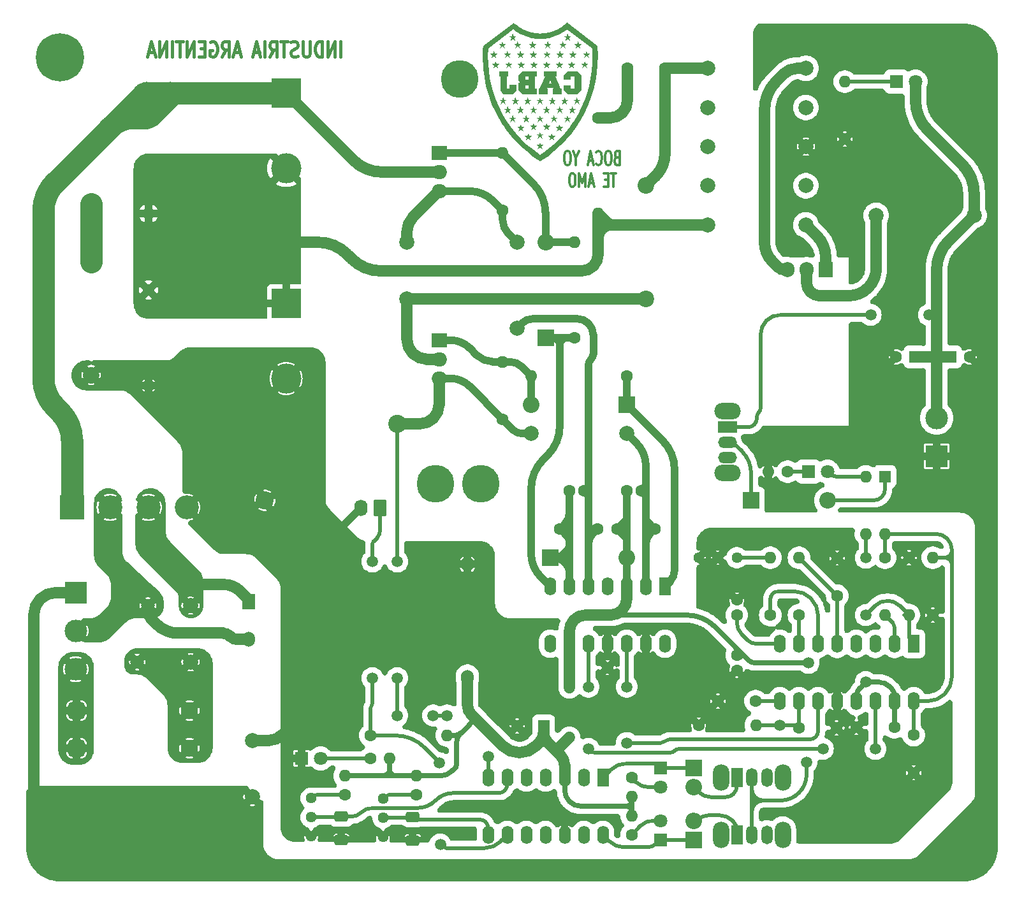
<source format=gbl>
G04 #@! TF.GenerationSoftware,KiCad,Pcbnew,8.0.3*
G04 #@! TF.CreationDate,2024-07-02T01:34:25-03:00*
G04 #@! TF.ProjectId,tp4potencia-rounded,74703470-6f74-4656-9e63-69612d726f75,1.0*
G04 #@! TF.SameCoordinates,Original*
G04 #@! TF.FileFunction,Copper,L2,Bot*
G04 #@! TF.FilePolarity,Positive*
%FSLAX46Y46*%
G04 Gerber Fmt 4.6, Leading zero omitted, Abs format (unit mm)*
G04 Created by KiCad (PCBNEW 8.0.3) date 2024-07-02 01:34:25*
%MOMM*%
%LPD*%
G01*
G04 APERTURE LIST*
G04 Aperture macros list*
%AMRoundRect*
0 Rectangle with rounded corners*
0 $1 Rounding radius*
0 $2 $3 $4 $5 $6 $7 $8 $9 X,Y pos of 4 corners*
0 Add a 4 corners polygon primitive as box body*
4,1,4,$2,$3,$4,$5,$6,$7,$8,$9,$2,$3,0*
0 Add four circle primitives for the rounded corners*
1,1,$1+$1,$2,$3*
1,1,$1+$1,$4,$5*
1,1,$1+$1,$6,$7*
1,1,$1+$1,$8,$9*
0 Add four rect primitives between the rounded corners*
20,1,$1+$1,$2,$3,$4,$5,0*
20,1,$1+$1,$4,$5,$6,$7,0*
20,1,$1+$1,$6,$7,$8,$9,0*
20,1,$1+$1,$8,$9,$2,$3,0*%
%AMHorizOval*
0 Thick line with rounded ends*
0 $1 width*
0 $2 $3 position (X,Y) of the first rounded end (center of the circle)*
0 $4 $5 position (X,Y) of the second rounded end (center of the circle)*
0 Add line between two ends*
20,1,$1,$2,$3,$4,$5,0*
0 Add two circle primitives to create the rounded ends*
1,1,$1,$2,$3*
1,1,$1,$4,$5*%
G04 Aperture macros list end*
G04 #@! TA.AperFunction,NonConductor*
%ADD10C,0.000000*%
G04 #@! TD*
%ADD11C,0.300000*%
G04 #@! TA.AperFunction,NonConductor*
%ADD12C,0.300000*%
G04 #@! TD*
%ADD13C,0.400000*%
G04 #@! TA.AperFunction,NonConductor*
%ADD14C,0.400000*%
G04 #@! TD*
G04 #@! TA.AperFunction,ComponentPad*
%ADD15R,1.600000X2.400000*%
G04 #@! TD*
G04 #@! TA.AperFunction,ComponentPad*
%ADD16O,1.600000X2.400000*%
G04 #@! TD*
G04 #@! TA.AperFunction,ComponentPad*
%ADD17R,1.600000X1.600000*%
G04 #@! TD*
G04 #@! TA.AperFunction,ComponentPad*
%ADD18C,1.600000*%
G04 #@! TD*
G04 #@! TA.AperFunction,ComponentPad*
%ADD19O,1.600000X1.600000*%
G04 #@! TD*
G04 #@! TA.AperFunction,ComponentPad*
%ADD20RoundRect,0.575000X-0.575000X-0.575000X0.575000X-0.575000X0.575000X0.575000X-0.575000X0.575000X0*%
G04 #@! TD*
G04 #@! TA.AperFunction,ComponentPad*
%ADD21C,2.300000*%
G04 #@! TD*
G04 #@! TA.AperFunction,ComponentPad*
%ADD22C,6.400000*%
G04 #@! TD*
G04 #@! TA.AperFunction,ComponentPad*
%ADD23R,2.000000X1.905000*%
G04 #@! TD*
G04 #@! TA.AperFunction,ComponentPad*
%ADD24O,2.000000X1.905000*%
G04 #@! TD*
G04 #@! TA.AperFunction,ComponentPad*
%ADD25R,4.000000X4.000000*%
G04 #@! TD*
G04 #@! TA.AperFunction,ComponentPad*
%ADD26C,4.000000*%
G04 #@! TD*
G04 #@! TA.AperFunction,ComponentPad*
%ADD27O,2.200000X3.500000*%
G04 #@! TD*
G04 #@! TA.AperFunction,ComponentPad*
%ADD28R,1.500000X2.500000*%
G04 #@! TD*
G04 #@! TA.AperFunction,ComponentPad*
%ADD29O,1.500000X2.500000*%
G04 #@! TD*
G04 #@! TA.AperFunction,ComponentPad*
%ADD30C,5.000000*%
G04 #@! TD*
G04 #@! TA.AperFunction,ComponentPad*
%ADD31RoundRect,0.250000X0.620000X0.845000X-0.620000X0.845000X-0.620000X-0.845000X0.620000X-0.845000X0*%
G04 #@! TD*
G04 #@! TA.AperFunction,ComponentPad*
%ADD32O,1.740000X2.190000*%
G04 #@! TD*
G04 #@! TA.AperFunction,ComponentPad*
%ADD33C,2.000000*%
G04 #@! TD*
G04 #@! TA.AperFunction,ComponentPad*
%ADD34R,3.000000X3.000000*%
G04 #@! TD*
G04 #@! TA.AperFunction,ComponentPad*
%ADD35C,3.000000*%
G04 #@! TD*
G04 #@! TA.AperFunction,ComponentPad*
%ADD36O,3.500000X2.200000*%
G04 #@! TD*
G04 #@! TA.AperFunction,ComponentPad*
%ADD37R,2.500000X1.500000*%
G04 #@! TD*
G04 #@! TA.AperFunction,ComponentPad*
%ADD38O,2.500000X1.500000*%
G04 #@! TD*
G04 #@! TA.AperFunction,ComponentPad*
%ADD39R,2.200000X2.200000*%
G04 #@! TD*
G04 #@! TA.AperFunction,ComponentPad*
%ADD40O,2.200000X2.200000*%
G04 #@! TD*
G04 #@! TA.AperFunction,ComponentPad*
%ADD41C,2.200000*%
G04 #@! TD*
G04 #@! TA.AperFunction,ComponentPad*
%ADD42R,1.800000X1.800000*%
G04 #@! TD*
G04 #@! TA.AperFunction,ComponentPad*
%ADD43C,1.800000*%
G04 #@! TD*
G04 #@! TA.AperFunction,ComponentPad*
%ADD44C,2.400000*%
G04 #@! TD*
G04 #@! TA.AperFunction,ComponentPad*
%ADD45HorizOval,2.400000X0.000000X0.000000X0.000000X0.000000X0*%
G04 #@! TD*
G04 #@! TA.AperFunction,ComponentPad*
%ADD46R,1.700000X2.000000*%
G04 #@! TD*
G04 #@! TA.AperFunction,ComponentPad*
%ADD47O,1.700000X2.000000*%
G04 #@! TD*
G04 #@! TA.AperFunction,ComponentPad*
%ADD48C,1.440000*%
G04 #@! TD*
G04 #@! TA.AperFunction,ComponentPad*
%ADD49R,1.905000X2.000000*%
G04 #@! TD*
G04 #@! TA.AperFunction,ComponentPad*
%ADD50O,1.905000X2.000000*%
G04 #@! TD*
G04 #@! TA.AperFunction,ComponentPad*
%ADD51O,2.400000X2.400000*%
G04 #@! TD*
G04 #@! TA.AperFunction,ComponentPad*
%ADD52R,3.200000X3.200000*%
G04 #@! TD*
G04 #@! TA.AperFunction,ComponentPad*
%ADD53C,3.200000*%
G04 #@! TD*
G04 #@! TA.AperFunction,SMDPad,CuDef*
%ADD54RoundRect,0.250000X-0.650000X0.412500X-0.650000X-0.412500X0.650000X-0.412500X0.650000X0.412500X0*%
G04 #@! TD*
G04 #@! TA.AperFunction,ViaPad*
%ADD55C,2.000000*%
G04 #@! TD*
G04 #@! TA.AperFunction,ViaPad*
%ADD56C,1.500000*%
G04 #@! TD*
G04 #@! TA.AperFunction,Conductor*
%ADD57C,1.500000*%
G04 #@! TD*
G04 #@! TA.AperFunction,Conductor*
%ADD58C,1.000000*%
G04 #@! TD*
G04 #@! TA.AperFunction,Conductor*
%ADD59C,3.000000*%
G04 #@! TD*
G04 #@! TA.AperFunction,Conductor*
%ADD60C,0.650000*%
G04 #@! TD*
G04 #@! TA.AperFunction,Conductor*
%ADD61C,0.500000*%
G04 #@! TD*
G04 APERTURE END LIST*
D10*
G04 #@! TA.AperFunction,NonConductor*
G36*
X151347704Y-38153722D02*
G01*
X151742515Y-38154674D01*
X151422581Y-38386925D01*
X151542913Y-38753479D01*
X151231234Y-38529324D01*
X150913100Y-38753479D01*
X151036766Y-38384650D01*
X150718736Y-38154674D01*
X151109262Y-38154674D01*
X151228007Y-37784575D01*
X151347704Y-38153722D01*
G37*
G04 #@! TD.AperFunction*
G04 #@! TA.AperFunction,NonConductor*
G36*
X154983820Y-40512270D02*
G01*
X155378578Y-40513170D01*
X155058697Y-40745422D01*
X155179029Y-41112028D01*
X154867403Y-40887820D01*
X154549268Y-41112028D01*
X154672882Y-40743252D01*
X154354905Y-40513170D01*
X154745324Y-40513170D01*
X154864122Y-40143071D01*
X154983820Y-40512270D01*
G37*
G04 #@! TD.AperFunction*
G04 #@! TA.AperFunction,NonConductor*
G36*
X151347704Y-42712122D02*
G01*
X151742515Y-42713074D01*
X151422581Y-42945167D01*
X151542913Y-43311774D01*
X151231234Y-43087723D01*
X150913100Y-43311774D01*
X151036766Y-42942998D01*
X150718736Y-42713074D01*
X151109262Y-42713074D01*
X151228007Y-42342870D01*
X151347704Y-42712122D01*
G37*
G04 #@! TD.AperFunction*
G04 #@! TA.AperFunction,NonConductor*
G36*
X147053940Y-39333023D02*
G01*
X147448751Y-39333922D01*
X147128764Y-39566173D01*
X147249097Y-39932780D01*
X146937365Y-39708572D01*
X146619336Y-39932780D01*
X146743055Y-39564004D01*
X146425078Y-39333922D01*
X146815497Y-39333922D01*
X146934190Y-38963823D01*
X147053940Y-39333023D01*
G37*
G04 #@! TD.AperFunction*
G04 #@! TA.AperFunction,NonConductor*
G36*
X153957342Y-36660837D02*
G01*
X154086565Y-36660837D01*
X154086565Y-37390822D01*
X152897633Y-37390822D01*
X152899168Y-36660837D01*
X153046064Y-36660837D01*
X152992195Y-36530397D01*
X152139814Y-36530397D01*
X152085997Y-36660837D01*
X152232841Y-36660837D01*
X152231836Y-37390822D01*
X151045286Y-37390822D01*
X151045286Y-36660837D01*
X151174825Y-36660837D01*
X151486248Y-35942281D01*
X152382754Y-35942281D01*
X152754494Y-35942175D01*
X152565317Y-35580331D01*
X152382754Y-35942281D01*
X151486248Y-35942281D01*
X151866817Y-35064181D01*
X151709654Y-35064181D01*
X151710501Y-34330016D01*
X153421455Y-34330016D01*
X153422513Y-35064181D01*
X153265192Y-35064181D01*
X153645803Y-35942175D01*
X153957342Y-36660837D01*
G37*
G04 #@! TD.AperFunction*
G04 #@! TA.AperFunction,NonConductor*
G36*
X146991816Y-35064182D02*
G01*
X146837458Y-35064182D01*
X146838834Y-36659356D01*
X147191682Y-36660837D01*
X147192582Y-36141143D01*
X148060627Y-36141672D01*
X148061580Y-36937485D01*
X147572470Y-37390769D01*
X146339300Y-37390769D01*
X145946554Y-36940977D01*
X145947294Y-35064182D01*
X145792565Y-35064182D01*
X145794840Y-34330017D01*
X146991816Y-34330017D01*
X146991816Y-35064182D01*
G37*
G04 #@! TD.AperFunction*
G04 #@! TA.AperFunction,NonConductor*
G36*
X152377357Y-30715226D02*
G01*
X152772115Y-30716232D01*
X152452234Y-30948377D01*
X152572566Y-31314984D01*
X152260887Y-31090829D01*
X151942858Y-31314984D01*
X152066418Y-30946155D01*
X151748442Y-30716232D01*
X152138914Y-30716232D01*
X152257659Y-30346080D01*
X152377357Y-30715226D01*
G37*
G04 #@! TD.AperFunction*
G04 #@! TA.AperFunction,NonConductor*
G36*
X152217125Y-41586214D02*
G01*
X152611830Y-41587220D01*
X152291949Y-41819366D01*
X152412282Y-42185972D01*
X152100655Y-41961764D01*
X151782520Y-42185972D01*
X151906187Y-41817196D01*
X151588158Y-41587220D01*
X151978682Y-41587220D01*
X152097321Y-41217014D01*
X152217125Y-41586214D01*
G37*
G04 #@! TD.AperFunction*
G04 #@! TA.AperFunction,NonConductor*
G36*
X155544789Y-33345872D02*
G01*
X155939548Y-33346931D01*
X155619719Y-33579076D01*
X155739946Y-33945683D01*
X155428319Y-33721581D01*
X155110185Y-33945683D01*
X155233904Y-33576854D01*
X154915822Y-33346931D01*
X155306346Y-33346931D01*
X155425039Y-32976673D01*
X155544789Y-33345872D01*
G37*
G04 #@! TD.AperFunction*
G04 #@! TA.AperFunction,NonConductor*
G36*
X153902944Y-41744964D02*
G01*
X154297649Y-41745969D01*
X153977768Y-41978115D01*
X154098048Y-42344723D01*
X153786421Y-42120515D01*
X153468287Y-42344723D01*
X153591953Y-41975947D01*
X153273923Y-41745969D01*
X153664395Y-41745969D01*
X153783140Y-41375765D01*
X153902944Y-41744964D01*
G37*
G04 #@! TD.AperFunction*
G04 #@! TA.AperFunction,NonConductor*
G36*
X148363257Y-30715226D02*
G01*
X148757962Y-30716232D01*
X148438029Y-30948377D01*
X148558308Y-31314984D01*
X148246735Y-31090829D01*
X147928653Y-31314984D01*
X148052372Y-30946155D01*
X147734343Y-30716232D01*
X148124815Y-30716232D01*
X148243560Y-30346080D01*
X148363257Y-30715226D01*
G37*
G04 #@! TD.AperFunction*
G04 #@! TA.AperFunction,NonConductor*
G36*
X150478390Y-39333023D02*
G01*
X150873147Y-39333922D01*
X150553213Y-39566173D01*
X150673546Y-39932780D01*
X150361919Y-39708572D01*
X150043785Y-39932780D01*
X150167398Y-39564004D01*
X149849368Y-39333922D01*
X150239894Y-39333922D01*
X150358639Y-38963823D01*
X150478390Y-39333023D01*
G37*
G04 #@! TD.AperFunction*
G04 #@! TA.AperFunction,NonConductor*
G36*
X147711694Y-40512270D02*
G01*
X148106400Y-40513170D01*
X147786518Y-40745422D01*
X147906850Y-41112028D01*
X147595225Y-40887820D01*
X147277090Y-41112028D01*
X147400703Y-40743252D01*
X147082674Y-40513170D01*
X147473146Y-40513170D01*
X147591891Y-40143071D01*
X147711694Y-40512270D01*
G37*
G04 #@! TD.AperFunction*
G04 #@! TA.AperFunction,NonConductor*
G36*
X155015623Y-29679595D02*
G01*
X155410381Y-29680547D01*
X155090500Y-29912745D01*
X155210726Y-30279299D01*
X154899153Y-30055197D01*
X154581018Y-30279299D01*
X154704684Y-29910523D01*
X154386708Y-29680547D01*
X154777180Y-29680547D01*
X154895819Y-29310342D01*
X155015623Y-29679595D01*
G37*
G04 #@! TD.AperFunction*
G04 #@! TA.AperFunction,NonConductor*
G36*
X156717105Y-34864369D02*
G01*
X156717105Y-36855517D01*
X156213973Y-37390769D01*
X154875182Y-37390769D01*
X154371150Y-36854988D01*
X154371309Y-36233852D01*
X155294546Y-36233747D01*
X155293488Y-36660837D01*
X155794926Y-36660837D01*
X155794926Y-35064182D01*
X155293488Y-35064182D01*
X155293488Y-35497570D01*
X154371309Y-35497570D01*
X154371150Y-34865111D01*
X154874600Y-34330017D01*
X156214344Y-34330017D01*
X156717105Y-34864369D01*
G37*
G04 #@! TD.AperFunction*
G04 #@! TA.AperFunction,NonConductor*
G36*
X145460461Y-33345872D02*
G01*
X145855166Y-33346931D01*
X145535178Y-33579076D01*
X145655511Y-33945683D01*
X145343885Y-33721581D01*
X145025855Y-33945683D01*
X145149470Y-33576854D01*
X144831441Y-33346931D01*
X145221912Y-33346931D01*
X145340658Y-32976673D01*
X145460461Y-33345872D01*
G37*
G04 #@! TD.AperFunction*
G04 #@! TA.AperFunction,NonConductor*
G36*
X148741241Y-31985227D02*
G01*
X149135947Y-31986179D01*
X148815959Y-32218325D01*
X148936292Y-32584931D01*
X148624666Y-32360829D01*
X148306689Y-32584931D01*
X148430250Y-32216102D01*
X148112273Y-31986179D01*
X148502746Y-31986179D01*
X148621437Y-31616027D01*
X148741241Y-31985227D01*
G37*
G04 #@! TD.AperFunction*
G04 #@! TA.AperFunction,NonConductor*
G36*
X148739706Y-39333023D02*
G01*
X149134465Y-39333922D01*
X148814530Y-39566173D01*
X148934811Y-39932780D01*
X148623237Y-39708572D01*
X148305155Y-39932780D01*
X148428821Y-39564004D01*
X148110738Y-39333922D01*
X148501263Y-39333922D01*
X148619903Y-38963823D01*
X148739706Y-39333023D01*
G37*
G04 #@! TD.AperFunction*
G04 #@! TA.AperFunction,NonConductor*
G36*
X152226227Y-33345872D02*
G01*
X152620932Y-33346931D01*
X152301050Y-33579076D01*
X152421330Y-33945683D01*
X152109757Y-33721581D01*
X151791622Y-33945683D01*
X151915236Y-33576854D01*
X151597206Y-33346931D01*
X151987731Y-33346931D01*
X152106423Y-32976673D01*
X152226227Y-33345872D01*
G37*
G04 #@! TD.AperFunction*
G04 #@! TA.AperFunction,NonConductor*
G36*
X152980606Y-38153722D02*
G01*
X153375312Y-38154674D01*
X153055431Y-38386925D01*
X153175710Y-38753479D01*
X152864137Y-38529324D01*
X152546002Y-38753479D01*
X152669668Y-38384650D01*
X152351639Y-38154674D01*
X152742111Y-38154674D01*
X152860803Y-37784575D01*
X152980606Y-38153722D01*
G37*
G04 #@! TD.AperFunction*
G04 #@! TA.AperFunction,NonConductor*
G36*
X148831940Y-33345872D02*
G01*
X149226698Y-33346931D01*
X148906711Y-33579076D01*
X149026990Y-33945683D01*
X148715365Y-33721581D01*
X148397335Y-33945683D01*
X148521001Y-33576854D01*
X148203025Y-33346931D01*
X148593445Y-33346931D01*
X148712190Y-32976673D01*
X148831940Y-33345872D01*
G37*
G04 #@! TD.AperFunction*
G04 #@! TA.AperFunction,NonConductor*
G36*
X152904988Y-42923789D02*
G01*
X153299747Y-42924741D01*
X152979866Y-43156834D01*
X153100198Y-43523440D01*
X152788519Y-43299390D01*
X152470384Y-43523440D01*
X152594050Y-43154664D01*
X152276021Y-42924741D01*
X152666493Y-42924741D01*
X152785238Y-42554537D01*
X152904988Y-42923789D01*
G37*
G04 #@! TD.AperFunction*
G04 #@! TA.AperFunction,NonConductor*
G36*
X154002639Y-31985227D02*
G01*
X154397398Y-31986179D01*
X154077569Y-32218325D01*
X154197848Y-32584931D01*
X153886169Y-32360829D01*
X153568034Y-32584931D01*
X153691754Y-32216102D01*
X153373724Y-31986179D01*
X153764196Y-31986179D01*
X153882942Y-31616027D01*
X154002639Y-31985227D01*
G37*
G04 #@! TD.AperFunction*
G04 #@! TA.AperFunction,NonConductor*
G36*
X153911887Y-33345872D02*
G01*
X154306698Y-33346931D01*
X153986817Y-33579076D01*
X154107149Y-33945683D01*
X153795470Y-33721581D01*
X153477335Y-33945683D01*
X153601001Y-33576854D01*
X153283025Y-33346931D01*
X153673497Y-33346931D01*
X153792242Y-32976673D01*
X153911887Y-33345872D01*
G37*
G04 #@! TD.AperFunction*
G04 #@! TA.AperFunction,NonConductor*
G36*
X154380623Y-30715226D02*
G01*
X154775434Y-30716232D01*
X154455500Y-30948377D01*
X154575832Y-31314984D01*
X154264153Y-31090829D01*
X153946018Y-31314984D01*
X154069737Y-30946155D01*
X153751708Y-30716232D01*
X154142180Y-30716232D01*
X154260820Y-30346080D01*
X154380623Y-30715226D01*
G37*
G04 #@! TD.AperFunction*
G04 #@! TA.AperFunction,NonConductor*
G36*
X156391456Y-30715226D02*
G01*
X156786214Y-30716232D01*
X156466280Y-30948377D01*
X156586613Y-31314984D01*
X156274986Y-31090829D01*
X155956851Y-31314984D01*
X156080570Y-30946155D01*
X155762541Y-30716232D01*
X156153013Y-30716232D01*
X156271652Y-30346080D01*
X156391456Y-30715226D01*
G37*
G04 #@! TD.AperFunction*
G04 #@! TA.AperFunction,NonConductor*
G36*
X157517840Y-31985227D02*
G01*
X157912598Y-31986179D01*
X157592717Y-32218325D01*
X157712944Y-32584931D01*
X157401317Y-32360829D01*
X157083182Y-32584931D01*
X157206902Y-32216102D01*
X156888872Y-31986179D01*
X157279345Y-31986179D01*
X157398037Y-31616027D01*
X157517840Y-31985227D01*
G37*
G04 #@! TD.AperFunction*
G04 #@! TA.AperFunction,NonConductor*
G36*
X152279143Y-31985227D02*
G01*
X152673849Y-31986179D01*
X152353967Y-32218325D01*
X152474247Y-32584931D01*
X152162674Y-32360829D01*
X151844539Y-32584931D01*
X151968153Y-32216102D01*
X151650123Y-31986179D01*
X152040648Y-31986179D01*
X152159340Y-31616027D01*
X152279143Y-31985227D01*
G37*
G04 #@! TD.AperFunction*
G04 #@! TA.AperFunction,NonConductor*
G36*
X151347704Y-44118647D02*
G01*
X151742515Y-44119599D01*
X151422581Y-44351798D01*
X151542913Y-44718404D01*
X151231234Y-44494250D01*
X150913100Y-44718404D01*
X151036766Y-44349522D01*
X150718736Y-44119599D01*
X151109262Y-44119599D01*
X151228007Y-43749500D01*
X151347704Y-44118647D01*
G37*
G04 #@! TD.AperFunction*
G04 #@! TA.AperFunction,NonConductor*
G36*
X157283472Y-33345872D02*
G01*
X157678178Y-33346931D01*
X157358296Y-33579076D01*
X157478629Y-33945683D01*
X157167002Y-33721581D01*
X156848868Y-33945683D01*
X156972534Y-33576854D01*
X156654505Y-33346931D01*
X157044977Y-33346931D01*
X157163722Y-32976673D01*
X157283472Y-33345872D01*
G37*
G04 #@! TD.AperFunction*
G04 #@! TA.AperFunction,NonConductor*
G36*
X149503135Y-40512270D02*
G01*
X149897946Y-40513170D01*
X149578118Y-40745422D01*
X149698398Y-41112028D01*
X149386719Y-40887820D01*
X149068530Y-41112028D01*
X149192197Y-40743252D01*
X148874168Y-40513170D01*
X149264639Y-40513170D01*
X149383385Y-40143071D01*
X149503135Y-40512270D01*
G37*
G04 #@! TD.AperFunction*
G04 #@! TA.AperFunction,NonConductor*
G36*
X146449261Y-38153722D02*
G01*
X146843967Y-38154674D01*
X146524086Y-38386925D01*
X146644259Y-38753479D01*
X146332633Y-38529324D01*
X146014657Y-38753479D01*
X146138270Y-38384650D01*
X145820241Y-38154674D01*
X146210819Y-38154674D01*
X146329459Y-37784575D01*
X146449261Y-38153722D01*
G37*
G04 #@! TD.AperFunction*
G04 #@! TA.AperFunction,NonConductor*
G36*
X150478442Y-41586214D02*
G01*
X150873200Y-41587220D01*
X150553319Y-41819366D01*
X150673652Y-42185972D01*
X150361919Y-41961764D01*
X150043785Y-42185972D01*
X150167398Y-41817196D01*
X149849368Y-41587220D01*
X150239946Y-41587220D01*
X150358639Y-41217014D01*
X150478442Y-41586214D01*
G37*
G04 #@! TD.AperFunction*
G04 #@! TA.AperFunction,NonConductor*
G36*
X150366576Y-30715226D02*
G01*
X150761281Y-30716232D01*
X150441400Y-30948377D01*
X150561680Y-31314984D01*
X150250106Y-31090829D01*
X149931866Y-31314984D01*
X150055585Y-30946155D01*
X149737556Y-30716232D01*
X150128028Y-30716232D01*
X150246773Y-30346080D01*
X150366576Y-30715226D01*
G37*
G04 #@! TD.AperFunction*
G04 #@! TA.AperFunction,NonConductor*
G36*
X149714855Y-38153722D02*
G01*
X150109613Y-38154674D01*
X149789785Y-38386925D01*
X149910064Y-38753479D01*
X149598385Y-38529324D01*
X149280303Y-38753479D01*
X149403916Y-38384650D01*
X149085940Y-38154674D01*
X149476412Y-38154674D01*
X149595104Y-37784575D01*
X149714855Y-38153722D01*
G37*
G04 #@! TD.AperFunction*
G04 #@! TA.AperFunction,NonConductor*
G36*
X145226145Y-31985227D02*
G01*
X145620850Y-31986179D01*
X145300863Y-32218325D01*
X145421197Y-32584931D01*
X145109466Y-32360829D01*
X144791436Y-32584931D01*
X144915154Y-32216102D01*
X144597179Y-31986179D01*
X144987597Y-31986179D01*
X145106396Y-31616027D01*
X145226145Y-31985227D01*
G37*
G04 #@! TD.AperFunction*
G04 #@! TA.AperFunction,NonConductor*
G36*
X147199144Y-33345872D02*
G01*
X147593849Y-33346931D01*
X147273914Y-33579076D01*
X147394194Y-33945683D01*
X147082568Y-33721581D01*
X146764592Y-33945683D01*
X146888205Y-33576854D01*
X146570176Y-33346931D01*
X146960648Y-33346931D01*
X147079393Y-32976673D01*
X147199144Y-33345872D01*
G37*
G04 #@! TD.AperFunction*
G04 #@! TA.AperFunction,NonConductor*
G36*
X151347704Y-40512270D02*
G01*
X151742515Y-40513170D01*
X151422581Y-40745422D01*
X151542913Y-41112028D01*
X151231234Y-40887820D01*
X150913100Y-41112028D01*
X151036766Y-40743252D01*
X150718736Y-40513170D01*
X151109262Y-40513170D01*
X151228007Y-40143071D01*
X151347704Y-40512270D01*
G37*
G04 #@! TD.AperFunction*
G04 #@! TA.AperFunction,NonConductor*
G36*
X148792517Y-41744964D02*
G01*
X149187276Y-41745969D01*
X148867447Y-41978115D01*
X148987727Y-42344723D01*
X148676153Y-42120515D01*
X148357966Y-42344723D01*
X148481631Y-41975947D01*
X148163655Y-41745969D01*
X148554075Y-41745969D01*
X148672767Y-41375765D01*
X148792517Y-41744964D01*
G37*
G04 #@! TD.AperFunction*
G04 #@! TA.AperFunction,NonConductor*
G36*
X148082110Y-38153722D02*
G01*
X148476763Y-38154674D01*
X148156829Y-38386925D01*
X148277161Y-38753479D01*
X147965536Y-38529324D01*
X147647506Y-38753479D01*
X147771120Y-38384650D01*
X147453091Y-38154674D01*
X147843562Y-38154674D01*
X147962308Y-37784575D01*
X148082110Y-38153722D01*
G37*
G04 #@! TD.AperFunction*
G04 #@! TA.AperFunction,NonConductor*
G36*
X147728310Y-29679595D02*
G01*
X148123015Y-29680547D01*
X147803081Y-29912745D01*
X147923360Y-30279299D01*
X147611735Y-30055197D01*
X147293758Y-30279299D01*
X147417371Y-29910523D01*
X147099343Y-29680547D01*
X147489815Y-29680547D01*
X147608560Y-29310342D01*
X147728310Y-29679595D01*
G37*
G04 #@! TD.AperFunction*
G04 #@! TA.AperFunction,NonConductor*
G36*
X158855697Y-33417510D02*
G01*
X158747334Y-34587888D01*
X158568353Y-35722418D01*
X158319694Y-36820542D01*
X158002296Y-37881701D01*
X157617102Y-38905336D01*
X157165051Y-39890889D01*
X156647084Y-40837802D01*
X156064142Y-41745515D01*
X155417166Y-42613471D01*
X154707095Y-43441110D01*
X153934870Y-44227873D01*
X153101433Y-44973203D01*
X152207723Y-45676541D01*
X151254682Y-46337328D01*
X150301689Y-45676709D01*
X149847382Y-45330401D01*
X149408025Y-44973519D01*
X148983735Y-44606135D01*
X148574630Y-44228318D01*
X148180827Y-43840138D01*
X147802445Y-43441666D01*
X147439600Y-43032970D01*
X147092410Y-42614122D01*
X146760992Y-42185191D01*
X146445465Y-41746247D01*
X146145945Y-41297361D01*
X145862551Y-40838601D01*
X145595399Y-40370039D01*
X145344608Y-39891744D01*
X145110294Y-39403786D01*
X144892576Y-38906235D01*
X144691571Y-38399161D01*
X144507397Y-37882635D01*
X144340170Y-37356726D01*
X144190010Y-36821504D01*
X144057032Y-36277039D01*
X143941355Y-35723402D01*
X143843097Y-35160661D01*
X143762374Y-34588888D01*
X143699305Y-34008152D01*
X143654006Y-33418523D01*
X143626596Y-32820071D01*
X143618987Y-32328778D01*
X144308722Y-32328778D01*
X144336323Y-33326704D01*
X144423481Y-34321098D01*
X144570809Y-35308683D01*
X144778919Y-36286183D01*
X145048423Y-37250322D01*
X145379932Y-38197822D01*
X145774060Y-39125408D01*
X146231418Y-40029803D01*
X146752618Y-40907730D01*
X147338272Y-41755913D01*
X147988993Y-42571076D01*
X148705393Y-43349941D01*
X149488084Y-44089232D01*
X150337677Y-44785674D01*
X151254786Y-45435989D01*
X151721832Y-45116933D01*
X152171922Y-44785930D01*
X152605132Y-44443389D01*
X153021538Y-44089721D01*
X153421218Y-43725334D01*
X153804247Y-43350638D01*
X154170703Y-42966044D01*
X154520661Y-42571961D01*
X154854200Y-42168798D01*
X155171394Y-41756965D01*
X155472320Y-41336872D01*
X155757056Y-40908928D01*
X156278262Y-40031128D01*
X156735623Y-39126843D01*
X157129752Y-38199348D01*
X157461261Y-37251923D01*
X157730763Y-36287844D01*
X157938871Y-35310389D01*
X158086197Y-34322835D01*
X158173354Y-33328459D01*
X158200953Y-32330540D01*
X158169609Y-31332354D01*
X154816842Y-28794214D01*
X154605878Y-28944428D01*
X154392714Y-29085589D01*
X154177488Y-29217612D01*
X153960338Y-29340413D01*
X153741402Y-29453907D01*
X153520819Y-29558009D01*
X153298727Y-29652633D01*
X153075263Y-29737697D01*
X152850567Y-29813113D01*
X152624776Y-29878799D01*
X152398029Y-29934668D01*
X152170464Y-29980636D01*
X151942219Y-30016618D01*
X151713432Y-30042529D01*
X151484242Y-30058285D01*
X151254786Y-30063801D01*
X151025373Y-30057996D01*
X150796211Y-30041985D01*
X150567442Y-30015851D01*
X150339204Y-29979677D01*
X150111638Y-29933544D01*
X149884884Y-29877536D01*
X149659080Y-29811735D01*
X149434368Y-29736223D01*
X149210887Y-29651083D01*
X148988776Y-29556398D01*
X148768176Y-29452250D01*
X148549226Y-29338722D01*
X148332067Y-29215896D01*
X148116838Y-29083855D01*
X147903679Y-28942681D01*
X147692729Y-28792457D01*
X144340066Y-31330597D01*
X144308722Y-32328778D01*
X143618987Y-32328778D01*
X143617192Y-32212867D01*
X143625912Y-31596979D01*
X143652872Y-30972479D01*
X147731280Y-27892357D01*
X147919480Y-28066836D01*
X148113389Y-28229878D01*
X148312699Y-28381520D01*
X148517102Y-28521801D01*
X148726287Y-28650760D01*
X148939947Y-28768436D01*
X149157773Y-28874868D01*
X149379455Y-28970092D01*
X149604685Y-29054150D01*
X149833154Y-29127078D01*
X150064552Y-29188915D01*
X150298572Y-29239701D01*
X150534904Y-29279473D01*
X150773238Y-29308271D01*
X151013268Y-29326132D01*
X151254682Y-29333096D01*
X151496143Y-29325963D01*
X151736210Y-29307951D01*
X151974577Y-29279019D01*
X152210935Y-29239128D01*
X152444974Y-29188237D01*
X152676388Y-29126308D01*
X152904866Y-29053301D01*
X153130100Y-28969175D01*
X153351782Y-28873890D01*
X153569604Y-28767407D01*
X153783257Y-28649686D01*
X153992433Y-28520688D01*
X154196822Y-28380371D01*
X154396117Y-28228697D01*
X154590008Y-28065626D01*
X154778188Y-27891117D01*
X158856802Y-30971446D01*
X158892499Y-32211843D01*
X158888876Y-32330540D01*
X158855697Y-33417510D01*
G37*
G04 #@! TD.AperFunction*
G04 #@! TA.AperFunction,NonConductor*
G36*
X146352477Y-30715226D02*
G01*
X146747182Y-30716232D01*
X146427248Y-30948377D01*
X146547527Y-31314984D01*
X146235902Y-31090829D01*
X145917820Y-31314984D01*
X146041538Y-30946155D01*
X145723510Y-30716232D01*
X146113982Y-30716232D01*
X146232726Y-30346080D01*
X146352477Y-30715226D01*
G37*
G04 #@! TD.AperFunction*
G04 #@! TA.AperFunction,NonConductor*
G36*
X153192273Y-40512270D02*
G01*
X153586978Y-40513170D01*
X153267097Y-40745422D01*
X153387377Y-41112028D01*
X153075804Y-40887820D01*
X152757669Y-41112028D01*
X152881335Y-40743252D01*
X152563306Y-40513170D01*
X152953778Y-40513170D01*
X153072470Y-40143071D01*
X153192273Y-40512270D01*
G37*
G04 #@! TD.AperFunction*
G04 #@! TA.AperFunction,NonConductor*
G36*
X156246306Y-38153722D02*
G01*
X156641064Y-38154674D01*
X156321183Y-38386925D01*
X156441409Y-38753479D01*
X156129783Y-38529324D01*
X155811648Y-38753479D01*
X155935367Y-38384650D01*
X155617338Y-38154674D01*
X156007810Y-38154674D01*
X156126502Y-37784575D01*
X156246306Y-38153722D01*
G37*
G04 #@! TD.AperFunction*
G04 #@! TA.AperFunction,NonConductor*
G36*
X154613403Y-38153722D02*
G01*
X155008161Y-38154674D01*
X154688280Y-38386925D01*
X154808612Y-38753479D01*
X154496986Y-38529324D01*
X154178851Y-38753479D01*
X154302465Y-38384650D01*
X153984489Y-38154674D01*
X154374908Y-38154674D01*
X154493706Y-37784575D01*
X154613403Y-38153722D01*
G37*
G04 #@! TD.AperFunction*
G04 #@! TA.AperFunction,NonConductor*
G36*
X155641521Y-39333023D02*
G01*
X156036279Y-39333922D01*
X155716345Y-39566173D01*
X155836625Y-39932780D01*
X155525051Y-39708572D01*
X155206916Y-39932780D01*
X155330582Y-39564004D01*
X155012554Y-39333922D01*
X155403078Y-39333922D01*
X155521718Y-38963823D01*
X155641521Y-39333023D01*
G37*
G04 #@! TD.AperFunction*
G04 #@! TA.AperFunction,NonConductor*
G36*
X152217125Y-39333023D02*
G01*
X152611830Y-39333922D01*
X152291949Y-39566173D01*
X152412282Y-39932780D01*
X152100602Y-39708572D01*
X151782468Y-39932780D01*
X151906134Y-39564004D01*
X151588104Y-39333922D01*
X151978577Y-39333922D01*
X152097321Y-38963823D01*
X152217125Y-39333023D01*
G37*
G04 #@! TD.AperFunction*
G04 #@! TA.AperFunction,NonConductor*
G36*
X150517759Y-33345872D02*
G01*
X150912465Y-33346931D01*
X150592583Y-33579076D01*
X150712916Y-33945683D01*
X150401237Y-33721581D01*
X150083102Y-33945683D01*
X150206767Y-33576854D01*
X149888792Y-33346931D01*
X150279264Y-33346931D01*
X150398009Y-32976673D01*
X150517759Y-33345872D01*
G37*
G04 #@! TD.AperFunction*
G04 #@! TA.AperFunction,NonConductor*
G36*
X150464842Y-31985227D02*
G01*
X150859548Y-31986179D01*
X150539667Y-32218325D01*
X150659999Y-32584931D01*
X150348320Y-32360829D01*
X150030185Y-32584931D01*
X150153851Y-32216102D01*
X149835876Y-31986179D01*
X150226347Y-31986179D01*
X150345093Y-31616027D01*
X150464842Y-31985227D01*
G37*
G04 #@! TD.AperFunction*
G04 #@! TA.AperFunction,NonConductor*
G36*
X147017692Y-31985227D02*
G01*
X147412504Y-31986179D01*
X147092516Y-32218325D01*
X147212796Y-32584931D01*
X146901117Y-32360829D01*
X146583088Y-32584931D01*
X146706807Y-32216102D01*
X146388672Y-31986179D01*
X146779250Y-31986179D01*
X146897994Y-31616027D01*
X147017692Y-31985227D01*
G37*
G04 #@! TD.AperFunction*
G04 #@! TA.AperFunction,NonConductor*
G36*
X149790473Y-42923789D02*
G01*
X150185231Y-42924741D01*
X149865403Y-43156834D01*
X149985628Y-43523440D01*
X149674109Y-43299390D01*
X149355868Y-43523440D01*
X149479481Y-43154664D01*
X149161452Y-42924741D01*
X149551977Y-42924741D01*
X149670722Y-42554537D01*
X149790473Y-42923789D01*
G37*
G04 #@! TD.AperFunction*
G04 #@! TA.AperFunction,NonConductor*
G36*
X155726241Y-31985227D02*
G01*
X156120999Y-31986179D01*
X155801117Y-32218325D01*
X155921397Y-32584931D01*
X155609771Y-32360829D01*
X155291636Y-32584931D01*
X155415302Y-32216102D01*
X155097273Y-31986179D01*
X155487745Y-31986179D01*
X155606490Y-31616027D01*
X155726241Y-31985227D01*
G37*
G04 #@! TD.AperFunction*
G04 #@! TA.AperFunction,NonConductor*
G36*
X153955755Y-39333023D02*
G01*
X154350566Y-39333922D01*
X154030632Y-39566173D01*
X154150911Y-39932780D01*
X153839285Y-39708572D01*
X153521150Y-39932780D01*
X153644870Y-39564004D01*
X153326840Y-39333922D01*
X153717312Y-39333922D01*
X153836005Y-38963823D01*
X153955755Y-39333023D01*
G37*
G04 #@! TD.AperFunction*
G04 #@! TA.AperFunction,NonConductor*
G36*
X150548000Y-36232000D02*
G01*
X150548398Y-36660838D01*
X150792926Y-36660838D01*
X150792926Y-37390823D01*
X148881788Y-37390823D01*
X148354579Y-36851020D01*
X148354579Y-36232423D01*
X149310624Y-36232423D01*
X149310624Y-36660837D01*
X149690936Y-36660837D01*
X149690936Y-36232000D01*
X149310624Y-36232423D01*
X148354579Y-36232423D01*
X148354579Y-35925507D01*
X148564076Y-35775859D01*
X148354579Y-35621236D01*
X148354579Y-35064183D01*
X149310624Y-35064183D01*
X149310624Y-35485400D01*
X149690936Y-35484976D01*
X149690936Y-35064183D01*
X149310624Y-35064183D01*
X148354579Y-35064183D01*
X148354579Y-34857808D01*
X148879036Y-34330017D01*
X150792926Y-34330017D01*
X150792926Y-35064236D01*
X150546916Y-35063337D01*
X150546917Y-35064183D01*
X150548000Y-36232000D01*
G37*
G04 #@! TD.AperFunction*
D11*
D12*
X161425142Y-45833308D02*
X161253714Y-45919022D01*
X161253714Y-45919022D02*
X161196571Y-46004736D01*
X161196571Y-46004736D02*
X161139428Y-46176165D01*
X161139428Y-46176165D02*
X161139428Y-46433308D01*
X161139428Y-46433308D02*
X161196571Y-46604736D01*
X161196571Y-46604736D02*
X161253714Y-46690451D01*
X161253714Y-46690451D02*
X161367999Y-46776165D01*
X161367999Y-46776165D02*
X161825142Y-46776165D01*
X161825142Y-46776165D02*
X161825142Y-44976165D01*
X161825142Y-44976165D02*
X161425142Y-44976165D01*
X161425142Y-44976165D02*
X161310857Y-45061879D01*
X161310857Y-45061879D02*
X161253714Y-45147593D01*
X161253714Y-45147593D02*
X161196571Y-45319022D01*
X161196571Y-45319022D02*
X161196571Y-45490451D01*
X161196571Y-45490451D02*
X161253714Y-45661879D01*
X161253714Y-45661879D02*
X161310857Y-45747593D01*
X161310857Y-45747593D02*
X161425142Y-45833308D01*
X161425142Y-45833308D02*
X161825142Y-45833308D01*
X160396571Y-44976165D02*
X160167999Y-44976165D01*
X160167999Y-44976165D02*
X160053714Y-45061879D01*
X160053714Y-45061879D02*
X159939428Y-45233308D01*
X159939428Y-45233308D02*
X159882285Y-45576165D01*
X159882285Y-45576165D02*
X159882285Y-46176165D01*
X159882285Y-46176165D02*
X159939428Y-46519022D01*
X159939428Y-46519022D02*
X160053714Y-46690451D01*
X160053714Y-46690451D02*
X160167999Y-46776165D01*
X160167999Y-46776165D02*
X160396571Y-46776165D01*
X160396571Y-46776165D02*
X160510857Y-46690451D01*
X160510857Y-46690451D02*
X160625142Y-46519022D01*
X160625142Y-46519022D02*
X160682285Y-46176165D01*
X160682285Y-46176165D02*
X160682285Y-45576165D01*
X160682285Y-45576165D02*
X160625142Y-45233308D01*
X160625142Y-45233308D02*
X160510857Y-45061879D01*
X160510857Y-45061879D02*
X160396571Y-44976165D01*
X158682285Y-46604736D02*
X158739428Y-46690451D01*
X158739428Y-46690451D02*
X158910856Y-46776165D01*
X158910856Y-46776165D02*
X159025142Y-46776165D01*
X159025142Y-46776165D02*
X159196571Y-46690451D01*
X159196571Y-46690451D02*
X159310856Y-46519022D01*
X159310856Y-46519022D02*
X159367999Y-46347593D01*
X159367999Y-46347593D02*
X159425142Y-46004736D01*
X159425142Y-46004736D02*
X159425142Y-45747593D01*
X159425142Y-45747593D02*
X159367999Y-45404736D01*
X159367999Y-45404736D02*
X159310856Y-45233308D01*
X159310856Y-45233308D02*
X159196571Y-45061879D01*
X159196571Y-45061879D02*
X159025142Y-44976165D01*
X159025142Y-44976165D02*
X158910856Y-44976165D01*
X158910856Y-44976165D02*
X158739428Y-45061879D01*
X158739428Y-45061879D02*
X158682285Y-45147593D01*
X158225142Y-46261879D02*
X157653714Y-46261879D01*
X158339428Y-46776165D02*
X157939428Y-44976165D01*
X157939428Y-44976165D02*
X157539428Y-46776165D01*
X155996571Y-45919022D02*
X155996571Y-46776165D01*
X156396571Y-44976165D02*
X155996571Y-45919022D01*
X155996571Y-45919022D02*
X155596571Y-44976165D01*
X154968000Y-44976165D02*
X154739428Y-44976165D01*
X154739428Y-44976165D02*
X154625143Y-45061879D01*
X154625143Y-45061879D02*
X154510857Y-45233308D01*
X154510857Y-45233308D02*
X154453714Y-45576165D01*
X154453714Y-45576165D02*
X154453714Y-46176165D01*
X154453714Y-46176165D02*
X154510857Y-46519022D01*
X154510857Y-46519022D02*
X154625143Y-46690451D01*
X154625143Y-46690451D02*
X154739428Y-46776165D01*
X154739428Y-46776165D02*
X154968000Y-46776165D01*
X154968000Y-46776165D02*
X155082286Y-46690451D01*
X155082286Y-46690451D02*
X155196571Y-46519022D01*
X155196571Y-46519022D02*
X155253714Y-46176165D01*
X155253714Y-46176165D02*
X155253714Y-45576165D01*
X155253714Y-45576165D02*
X155196571Y-45233308D01*
X155196571Y-45233308D02*
X155082286Y-45061879D01*
X155082286Y-45061879D02*
X154968000Y-44976165D01*
X161339428Y-47874064D02*
X160653714Y-47874064D01*
X160996571Y-49674064D02*
X160996571Y-47874064D01*
X160253713Y-48731207D02*
X159853713Y-48731207D01*
X159682285Y-49674064D02*
X160253713Y-49674064D01*
X160253713Y-49674064D02*
X160253713Y-47874064D01*
X160253713Y-47874064D02*
X159682285Y-47874064D01*
X158310856Y-49159778D02*
X157739428Y-49159778D01*
X158425142Y-49674064D02*
X158025142Y-47874064D01*
X158025142Y-47874064D02*
X157625142Y-49674064D01*
X157225142Y-49674064D02*
X157225142Y-47874064D01*
X157225142Y-47874064D02*
X156825142Y-49159778D01*
X156825142Y-49159778D02*
X156425142Y-47874064D01*
X156425142Y-47874064D02*
X156425142Y-49674064D01*
X155625142Y-47874064D02*
X155396570Y-47874064D01*
X155396570Y-47874064D02*
X155282285Y-47959778D01*
X155282285Y-47959778D02*
X155167999Y-48131207D01*
X155167999Y-48131207D02*
X155110856Y-48474064D01*
X155110856Y-48474064D02*
X155110856Y-49074064D01*
X155110856Y-49074064D02*
X155167999Y-49416921D01*
X155167999Y-49416921D02*
X155282285Y-49588350D01*
X155282285Y-49588350D02*
X155396570Y-49674064D01*
X155396570Y-49674064D02*
X155625142Y-49674064D01*
X155625142Y-49674064D02*
X155739428Y-49588350D01*
X155739428Y-49588350D02*
X155853713Y-49416921D01*
X155853713Y-49416921D02*
X155910856Y-49074064D01*
X155910856Y-49074064D02*
X155910856Y-48474064D01*
X155910856Y-48474064D02*
X155853713Y-48131207D01*
X155853713Y-48131207D02*
X155739428Y-47959778D01*
X155739428Y-47959778D02*
X155625142Y-47874064D01*
D13*
D14*
X124685714Y-32404438D02*
X124685714Y-30404438D01*
X123923809Y-32404438D02*
X123923809Y-30404438D01*
X123923809Y-30404438D02*
X123009523Y-32404438D01*
X123009523Y-32404438D02*
X123009523Y-30404438D01*
X122247619Y-32404438D02*
X122247619Y-30404438D01*
X122247619Y-30404438D02*
X121866667Y-30404438D01*
X121866667Y-30404438D02*
X121638095Y-30499676D01*
X121638095Y-30499676D02*
X121485714Y-30690152D01*
X121485714Y-30690152D02*
X121409524Y-30880628D01*
X121409524Y-30880628D02*
X121333333Y-31261580D01*
X121333333Y-31261580D02*
X121333333Y-31547295D01*
X121333333Y-31547295D02*
X121409524Y-31928247D01*
X121409524Y-31928247D02*
X121485714Y-32118723D01*
X121485714Y-32118723D02*
X121638095Y-32309200D01*
X121638095Y-32309200D02*
X121866667Y-32404438D01*
X121866667Y-32404438D02*
X122247619Y-32404438D01*
X120647619Y-30404438D02*
X120647619Y-32023485D01*
X120647619Y-32023485D02*
X120571429Y-32213961D01*
X120571429Y-32213961D02*
X120495238Y-32309200D01*
X120495238Y-32309200D02*
X120342857Y-32404438D01*
X120342857Y-32404438D02*
X120038095Y-32404438D01*
X120038095Y-32404438D02*
X119885714Y-32309200D01*
X119885714Y-32309200D02*
X119809524Y-32213961D01*
X119809524Y-32213961D02*
X119733333Y-32023485D01*
X119733333Y-32023485D02*
X119733333Y-30404438D01*
X119047620Y-32309200D02*
X118819048Y-32404438D01*
X118819048Y-32404438D02*
X118438096Y-32404438D01*
X118438096Y-32404438D02*
X118285715Y-32309200D01*
X118285715Y-32309200D02*
X118209524Y-32213961D01*
X118209524Y-32213961D02*
X118133334Y-32023485D01*
X118133334Y-32023485D02*
X118133334Y-31833009D01*
X118133334Y-31833009D02*
X118209524Y-31642533D01*
X118209524Y-31642533D02*
X118285715Y-31547295D01*
X118285715Y-31547295D02*
X118438096Y-31452057D01*
X118438096Y-31452057D02*
X118742858Y-31356819D01*
X118742858Y-31356819D02*
X118895239Y-31261580D01*
X118895239Y-31261580D02*
X118971429Y-31166342D01*
X118971429Y-31166342D02*
X119047620Y-30975866D01*
X119047620Y-30975866D02*
X119047620Y-30785390D01*
X119047620Y-30785390D02*
X118971429Y-30594914D01*
X118971429Y-30594914D02*
X118895239Y-30499676D01*
X118895239Y-30499676D02*
X118742858Y-30404438D01*
X118742858Y-30404438D02*
X118361905Y-30404438D01*
X118361905Y-30404438D02*
X118133334Y-30499676D01*
X117676191Y-30404438D02*
X116761905Y-30404438D01*
X117219048Y-32404438D02*
X117219048Y-30404438D01*
X115314285Y-32404438D02*
X115847619Y-31452057D01*
X116228571Y-32404438D02*
X116228571Y-30404438D01*
X116228571Y-30404438D02*
X115619047Y-30404438D01*
X115619047Y-30404438D02*
X115466666Y-30499676D01*
X115466666Y-30499676D02*
X115390476Y-30594914D01*
X115390476Y-30594914D02*
X115314285Y-30785390D01*
X115314285Y-30785390D02*
X115314285Y-31071104D01*
X115314285Y-31071104D02*
X115390476Y-31261580D01*
X115390476Y-31261580D02*
X115466666Y-31356819D01*
X115466666Y-31356819D02*
X115619047Y-31452057D01*
X115619047Y-31452057D02*
X116228571Y-31452057D01*
X114628571Y-32404438D02*
X114628571Y-30404438D01*
X113942857Y-31833009D02*
X113180952Y-31833009D01*
X114095238Y-32404438D02*
X113561904Y-30404438D01*
X113561904Y-30404438D02*
X113028571Y-32404438D01*
X111352380Y-31833009D02*
X110590475Y-31833009D01*
X111504761Y-32404438D02*
X110971427Y-30404438D01*
X110971427Y-30404438D02*
X110438094Y-32404438D01*
X108990474Y-32404438D02*
X109523808Y-31452057D01*
X109904760Y-32404438D02*
X109904760Y-30404438D01*
X109904760Y-30404438D02*
X109295236Y-30404438D01*
X109295236Y-30404438D02*
X109142855Y-30499676D01*
X109142855Y-30499676D02*
X109066665Y-30594914D01*
X109066665Y-30594914D02*
X108990474Y-30785390D01*
X108990474Y-30785390D02*
X108990474Y-31071104D01*
X108990474Y-31071104D02*
X109066665Y-31261580D01*
X109066665Y-31261580D02*
X109142855Y-31356819D01*
X109142855Y-31356819D02*
X109295236Y-31452057D01*
X109295236Y-31452057D02*
X109904760Y-31452057D01*
X107466665Y-30499676D02*
X107619046Y-30404438D01*
X107619046Y-30404438D02*
X107847617Y-30404438D01*
X107847617Y-30404438D02*
X108076189Y-30499676D01*
X108076189Y-30499676D02*
X108228570Y-30690152D01*
X108228570Y-30690152D02*
X108304760Y-30880628D01*
X108304760Y-30880628D02*
X108380951Y-31261580D01*
X108380951Y-31261580D02*
X108380951Y-31547295D01*
X108380951Y-31547295D02*
X108304760Y-31928247D01*
X108304760Y-31928247D02*
X108228570Y-32118723D01*
X108228570Y-32118723D02*
X108076189Y-32309200D01*
X108076189Y-32309200D02*
X107847617Y-32404438D01*
X107847617Y-32404438D02*
X107695236Y-32404438D01*
X107695236Y-32404438D02*
X107466665Y-32309200D01*
X107466665Y-32309200D02*
X107390474Y-32213961D01*
X107390474Y-32213961D02*
X107390474Y-31547295D01*
X107390474Y-31547295D02*
X107695236Y-31547295D01*
X106704760Y-31356819D02*
X106171427Y-31356819D01*
X105942855Y-32404438D02*
X106704760Y-32404438D01*
X106704760Y-32404438D02*
X106704760Y-30404438D01*
X106704760Y-30404438D02*
X105942855Y-30404438D01*
X105257141Y-32404438D02*
X105257141Y-30404438D01*
X105257141Y-30404438D02*
X104342855Y-32404438D01*
X104342855Y-32404438D02*
X104342855Y-30404438D01*
X103809523Y-30404438D02*
X102895237Y-30404438D01*
X103352380Y-32404438D02*
X103352380Y-30404438D01*
X102361903Y-32404438D02*
X102361903Y-30404438D01*
X101599998Y-32404438D02*
X101599998Y-30404438D01*
X101599998Y-30404438D02*
X100685712Y-32404438D01*
X100685712Y-32404438D02*
X100685712Y-30404438D01*
X99999999Y-31833009D02*
X99238094Y-31833009D01*
X100152380Y-32404438D02*
X99619046Y-30404438D01*
X99619046Y-30404438D02*
X99085713Y-32404438D01*
D15*
X159565000Y-128180000D03*
D16*
X157025000Y-128180000D03*
X154485000Y-128180000D03*
X151945000Y-128180000D03*
X149405000Y-128180000D03*
X146865000Y-128180000D03*
X144325000Y-128180000D03*
X144325000Y-135800000D03*
X146865000Y-135800000D03*
X149405000Y-135800000D03*
X151945000Y-135800000D03*
X154485000Y-135800000D03*
X157025000Y-135800000D03*
X159565000Y-135800000D03*
D17*
X205753621Y-72299999D03*
D18*
X208253621Y-72299999D03*
X200205000Y-98970000D03*
D19*
X200205000Y-106590000D03*
D20*
X89680000Y-119290000D03*
X89680000Y-124290000D03*
D21*
X104680000Y-119290000D03*
X104680000Y-124290000D03*
D22*
X207500000Y-32500000D03*
D23*
X137820000Y-45200000D03*
D24*
X137820000Y-47740000D03*
X137820000Y-50280000D03*
D18*
X158930000Y-40550000D03*
D19*
X158930000Y-53250000D03*
D18*
X155755000Y-69760000D03*
D19*
X155755000Y-57060000D03*
D18*
X179845000Y-118020000D03*
X174845000Y-118020000D03*
D25*
X117500000Y-65172117D03*
D26*
X117500000Y-75172117D03*
D27*
X175245000Y-135800000D03*
X183445000Y-135800000D03*
D28*
X177345000Y-135800000D03*
D29*
X179345000Y-135800000D03*
X181345000Y-135800000D03*
D30*
X137320000Y-89120000D03*
X143320000Y-89120000D03*
X140570000Y-35370000D03*
D31*
X129974000Y-92346000D03*
D32*
X127434000Y-92346000D03*
D18*
X197030000Y-98970000D03*
D19*
X197030000Y-106590000D03*
D33*
X195864000Y-53504000D03*
X208864000Y-53504000D03*
D18*
X172265000Y-121195000D03*
D19*
X179885000Y-121195000D03*
D18*
X162700000Y-90080000D03*
X164700000Y-90080000D03*
D25*
X117500000Y-37232117D03*
D26*
X117500000Y-47232117D03*
D18*
X99240000Y-63410000D03*
D19*
X99240000Y-76110000D03*
D33*
X113000000Y-130750000D03*
X113000000Y-123250000D03*
D34*
X203888000Y-85508000D03*
D35*
X203888000Y-80428000D03*
D34*
X89570000Y-103620000D03*
D35*
X89570000Y-108700000D03*
X89570000Y-113780000D03*
D18*
X163375000Y-135800000D03*
D19*
X163375000Y-133260000D03*
D23*
X137820000Y-70080000D03*
D24*
X137820000Y-72620000D03*
X137820000Y-75160000D03*
D36*
X176075000Y-79535000D03*
X176075000Y-87735000D03*
D37*
X176075000Y-81635000D03*
D38*
X176075000Y-83635000D03*
X176075000Y-85635000D03*
D18*
X198260000Y-121500000D03*
X193260000Y-121500000D03*
D39*
X171630000Y-136435000D03*
D40*
X171630000Y-133895000D03*
D39*
X171630000Y-126910000D03*
D40*
X171630000Y-129450000D03*
D41*
X165280000Y-64560000D03*
X165280000Y-49560000D03*
D18*
X146230000Y-80555000D03*
D19*
X146230000Y-72935000D03*
D33*
X173520000Y-49560000D03*
X186520000Y-49560000D03*
X173520000Y-44360000D03*
X173520000Y-39160000D03*
X186520000Y-39160000D03*
X173520000Y-54760000D03*
X173520000Y-33960000D03*
X186520000Y-54760000D03*
X186520000Y-44360000D03*
X186520000Y-33960000D03*
D18*
X125275000Y-130495000D03*
D19*
X125275000Y-127955000D03*
D18*
X128704000Y-122592000D03*
D19*
X138864000Y-122592000D03*
D18*
X177345000Y-111940000D03*
X177345000Y-113940000D03*
X99240000Y-40550000D03*
D19*
X99240000Y-53250000D03*
D41*
X91620000Y-59720000D03*
X91620000Y-74720000D03*
D39*
X152580000Y-98970000D03*
D40*
X162740000Y-98970000D03*
D15*
X200850000Y-110410000D03*
D16*
X198310000Y-110410000D03*
X195770000Y-110410000D03*
X193230000Y-110410000D03*
X190690000Y-110410000D03*
X188150000Y-110410000D03*
X185610000Y-110410000D03*
X183070000Y-110410000D03*
X183070000Y-118030000D03*
X185610000Y-118030000D03*
X188150000Y-118030000D03*
X190690000Y-118030000D03*
X193230000Y-118030000D03*
X195770000Y-118030000D03*
X198310000Y-118030000D03*
X200850000Y-118030000D03*
D17*
X197030000Y-88175000D03*
D19*
X194490000Y-88175000D03*
X194490000Y-95795000D03*
X197030000Y-95795000D03*
D42*
X167185000Y-126910000D03*
D43*
X167185000Y-129450000D03*
D18*
X134800000Y-130495000D03*
D19*
X134800000Y-127955000D03*
D42*
X186865000Y-87540000D03*
D43*
X189405000Y-87540000D03*
D44*
X132260000Y-81190000D03*
D45*
X114662364Y-91350000D03*
D18*
X155080000Y-90080000D03*
X157080000Y-90080000D03*
X162820000Y-33960000D03*
X167820000Y-33960000D03*
X161470000Y-95160000D03*
X166470000Y-95160000D03*
D42*
X119555000Y-125640000D03*
D43*
X122095000Y-125640000D03*
D39*
X162740000Y-78650000D03*
D40*
X150040000Y-78650000D03*
D22*
X87500000Y-32500000D03*
D33*
X104800000Y-112840000D03*
X104800000Y-105340000D03*
D18*
X128675000Y-125640000D03*
D19*
X131215000Y-125640000D03*
D46*
X112502500Y-104847349D03*
D47*
X112502500Y-109847349D03*
X141582500Y-99847349D03*
X141582500Y-114847349D03*
D27*
X175245000Y-128180000D03*
X183445000Y-128180000D03*
D28*
X177345000Y-128180000D03*
D29*
X179345000Y-128180000D03*
X181345000Y-128180000D03*
D22*
X87500000Y-137500000D03*
D18*
X200840000Y-122545000D03*
X200840000Y-127545000D03*
X185600000Y-121576000D03*
X190600000Y-121576000D03*
D39*
X151945000Y-69760000D03*
D40*
X151945000Y-57060000D03*
D18*
X185610000Y-106600000D03*
D19*
X185610000Y-98980000D03*
D18*
X146230000Y-52820000D03*
D19*
X146230000Y-45200000D03*
D18*
X184105000Y-87540000D03*
D19*
X181565000Y-87540000D03*
D18*
X190690000Y-104020000D03*
X190690000Y-99020000D03*
D43*
X99150000Y-105340000D03*
X97750000Y-112840000D03*
D48*
X177355000Y-98970000D03*
X174815000Y-98970000D03*
X172275000Y-98970000D03*
D42*
X198549000Y-35724000D03*
D43*
X201089000Y-35724000D03*
D18*
X191696000Y-43344000D03*
D19*
X191696000Y-35724000D03*
D18*
X162740000Y-74840000D03*
D19*
X150040000Y-74840000D03*
D18*
X153850000Y-95160000D03*
X158850000Y-95160000D03*
X163375000Y-128180000D03*
D19*
X163375000Y-130720000D03*
D18*
X181800000Y-106600000D03*
D19*
X181800000Y-98980000D03*
D15*
X167820000Y-102780000D03*
D16*
X165280000Y-102780000D03*
X162740000Y-102780000D03*
X160200000Y-102780000D03*
X157660000Y-102780000D03*
X155120000Y-102780000D03*
X152580000Y-102780000D03*
X152580000Y-110400000D03*
X155120000Y-110400000D03*
X157660000Y-110400000D03*
X160200000Y-110400000D03*
X162740000Y-110400000D03*
X165280000Y-110400000D03*
X167820000Y-110400000D03*
D49*
X189156000Y-60710000D03*
D50*
X186616000Y-60710000D03*
X184076000Y-60710000D03*
D18*
X203380000Y-106590000D03*
D19*
X203380000Y-98970000D03*
D39*
X179250000Y-91350000D03*
D40*
X189410000Y-91350000D03*
D18*
X155160000Y-113575000D03*
X160160000Y-113575000D03*
D44*
X91620000Y-44360000D03*
D51*
X91620000Y-51980000D03*
D42*
X167185000Y-136435000D03*
D43*
X167185000Y-133895000D03*
D17*
X151692651Y-121322000D03*
D18*
X148192651Y-121322000D03*
D48*
X130355000Y-130950000D03*
X130355000Y-133490000D03*
X130355000Y-136030000D03*
D18*
X177345000Y-106590000D03*
X177345000Y-104590000D03*
D48*
X120830000Y-130920000D03*
X120830000Y-133460000D03*
X120830000Y-136000000D03*
D17*
X201006380Y-72300000D03*
D18*
X198506380Y-72300000D03*
D22*
X207500000Y-137500000D03*
D52*
X89050000Y-92270000D03*
D53*
X94130000Y-92270000D03*
X99210000Y-92270000D03*
X104290000Y-92270000D03*
D54*
X134325000Y-133437500D03*
X134325000Y-136562500D03*
X124825000Y-133375000D03*
X124825000Y-136500000D03*
D55*
X148135000Y-57060000D03*
X133530000Y-57060000D03*
X148135000Y-68490000D03*
X133530000Y-64560000D03*
D56*
X140642000Y-131990000D03*
X140642000Y-135546000D03*
D55*
X173535000Y-102780000D03*
X173535000Y-110400000D03*
D56*
X155120000Y-122846000D03*
X186870000Y-112940000D03*
X155120000Y-116242000D03*
X194490000Y-115480000D03*
X186616000Y-126148000D03*
X183060000Y-121195000D03*
X132260000Y-119925000D03*
X132260000Y-99478000D03*
D55*
X162740000Y-82460000D03*
D56*
X144325000Y-125386000D03*
X138864000Y-119925000D03*
X132260000Y-114972000D03*
X137022500Y-119925000D03*
D55*
X150040000Y-82460000D03*
D56*
X195125000Y-66712000D03*
X202872000Y-66712000D03*
X194490000Y-98970000D03*
X194490000Y-106590000D03*
X157660000Y-116115000D03*
X157660000Y-124370000D03*
X195760000Y-124370000D03*
X188775000Y-124370000D03*
X162740000Y-123578000D03*
X162740000Y-116115000D03*
X137975000Y-137070000D03*
X128958000Y-114972000D03*
X137848000Y-126251000D03*
X128958000Y-99478000D03*
D57*
X167820000Y-33960000D02*
X173520000Y-33960000D01*
X167820000Y-45223948D02*
X167820000Y-33960000D01*
X166550000Y-48290000D02*
X165280000Y-49560000D01*
X167820000Y-45223948D02*
G75*
G02*
X166549986Y-48289986I-4336100J48D01*
G01*
X85593792Y-135593792D02*
X87500000Y-137500000D01*
X86902081Y-103620000D02*
X89570000Y-103620000D01*
X84000000Y-131746036D02*
X84000000Y-106522081D01*
X86902081Y-103620000D02*
G75*
G03*
X84850005Y-104470005I19J-2902100D01*
G01*
X84850000Y-104470000D02*
G75*
G03*
X83999992Y-106522081I2052100J-2052100D01*
G01*
X84000000Y-131746036D02*
G75*
G03*
X85593800Y-135593784I5441600J36D01*
G01*
D58*
X146230000Y-52820000D02*
X146230000Y-53987500D01*
X157416048Y-90416048D02*
X157080000Y-90080000D01*
X157660000Y-91005000D02*
X157660000Y-91695000D01*
X150303025Y-67220000D02*
X156126974Y-67220000D01*
X157660000Y-95508542D02*
X157660000Y-91695000D01*
X137845000Y-50280000D02*
X141893948Y-50280000D01*
X157660000Y-97191457D02*
X157660000Y-102780000D01*
D57*
X136244299Y-72620000D02*
X137820000Y-72620000D01*
D58*
X146230000Y-52820000D02*
X144960000Y-51550000D01*
X158255000Y-95755000D02*
X158850000Y-95160000D01*
X157660000Y-97191457D02*
X157660000Y-95508542D01*
X157660000Y-91695000D02*
X157660000Y-91005000D01*
X157660000Y-73384012D02*
X157660000Y-91005000D01*
D57*
X133530000Y-69905700D02*
X133530000Y-64560000D01*
X133530000Y-55790000D02*
X133530000Y-57060000D01*
D58*
X148770000Y-67855000D02*
X148135000Y-68490000D01*
X137845000Y-50280000D02*
X137795000Y-50280000D01*
D57*
X133530000Y-64560000D02*
X165280000Y-64560000D01*
X137752322Y-50297677D02*
X134428025Y-53621974D01*
D58*
X158295000Y-71850987D02*
X158295000Y-69388025D01*
X148135000Y-57060000D02*
X147055547Y-55980547D01*
X157660000Y-95508542D02*
G75*
G03*
X158254927Y-95754927I348500J42D01*
G01*
X157660000Y-67855000D02*
G75*
G02*
X158294989Y-69388025I-1533000J-1533000D01*
G01*
X158295000Y-71850987D02*
G75*
G02*
X157977504Y-72617504I-1084000J-13D01*
G01*
D57*
X134428025Y-53621974D02*
G75*
G03*
X133529984Y-55790000I2167975J-2168026D01*
G01*
D58*
X157660000Y-91005000D02*
X157660000Y-91005000D01*
D57*
X134325000Y-71825000D02*
G75*
G03*
X136244299Y-72620000I1919300J1919300D01*
G01*
D58*
X158255000Y-95755000D02*
G75*
G03*
X157659982Y-97191457I1436500J-1436500D01*
G01*
X144960000Y-51550000D02*
G75*
G03*
X141893948Y-50279980I-3066100J-3066100D01*
G01*
X146230000Y-53987500D02*
G75*
G03*
X147055546Y-55980548I2818600J0D01*
G01*
X157660000Y-67855000D02*
G75*
G03*
X156126974Y-67220011I-1533000J-1533000D01*
G01*
X157977500Y-72617500D02*
G75*
G03*
X157660005Y-73384012I766500J-766500D01*
G01*
D57*
X137795000Y-50280000D02*
G75*
G03*
X137752313Y-50297668I0J-60400D01*
G01*
D58*
X150303025Y-67220000D02*
G75*
G03*
X148769992Y-67854992I-25J-2168000D01*
G01*
X157416048Y-90416048D02*
G75*
G02*
X157660001Y-91005000I-588948J-588952D01*
G01*
D57*
X133530000Y-69905700D02*
G75*
G03*
X134325000Y-71825000I2714300J0D01*
G01*
X115189339Y-123250000D02*
X113000000Y-123250000D01*
D58*
X127426928Y-92373071D02*
X124386000Y-95414000D01*
D57*
X117000000Y-122500000D02*
X117750000Y-121750000D01*
D58*
X127434000Y-92356000D02*
X127434000Y-92346000D01*
X127434000Y-92356000D02*
G75*
G02*
X127426920Y-92373063I-24100J0D01*
G01*
D57*
X117000000Y-122500000D02*
G75*
G02*
X115189339Y-123250016I-1810700J1810700D01*
G01*
D59*
X91620000Y-51980000D02*
X91620000Y-59720000D01*
X85270000Y-52963963D02*
X85270000Y-75126036D01*
X86863792Y-78973792D02*
X87486207Y-79596207D01*
X98993941Y-37232117D02*
X99240000Y-37232117D01*
X86863792Y-49116207D02*
X91620000Y-44360000D01*
X98747883Y-39709903D02*
X98747883Y-37478175D01*
D57*
X130261846Y-47740000D02*
X137820000Y-47740000D01*
D59*
X89080000Y-83443963D02*
X89080000Y-92218786D01*
X99486058Y-40303941D02*
X102282859Y-37507140D01*
D57*
X117500000Y-37232117D02*
X126414090Y-46146207D01*
D59*
X102168941Y-37232117D02*
X101391058Y-37232117D01*
X98892020Y-40550000D02*
X97335000Y-40550000D01*
X94082961Y-41897038D02*
X91620000Y-44360000D01*
X101391058Y-37232117D02*
X98993941Y-37232117D01*
X89065000Y-92255000D02*
X89050000Y-92270000D01*
X91620000Y-44360000D02*
X98573893Y-37406106D01*
X101391058Y-37232117D02*
X102168941Y-37232117D01*
X117500000Y-37232117D02*
X102168941Y-37232117D01*
X98993941Y-37232117D02*
X98993941Y-37232117D01*
X97335000Y-40550000D02*
G75*
G03*
X94082957Y-41897034I0J-4599100D01*
G01*
X85270000Y-75126036D02*
G75*
G03*
X86863800Y-78973784I5441600J36D01*
G01*
X102168941Y-37232117D02*
X102168941Y-37232117D01*
D57*
X126414090Y-46146207D02*
G75*
G03*
X130261846Y-47739952I3847710J3847807D01*
G01*
D59*
X102282859Y-37507140D02*
G75*
G03*
X102168941Y-37232051I-113959J113940D01*
G01*
X98993941Y-37232117D02*
G75*
G03*
X98747817Y-37478175I-41J-246083D01*
G01*
X98993941Y-40303941D02*
G75*
G03*
X99486058Y-40303942I246059J246061D01*
G01*
X98892020Y-40550000D02*
G75*
G03*
X98993885Y-40303997I-20J144100D01*
G01*
X99486058Y-40303941D02*
G75*
G02*
X98892020Y-40550013I-594058J594041D01*
G01*
X98747883Y-39709903D02*
G75*
G03*
X98993939Y-40303943I840117J3D01*
G01*
X87486207Y-79596207D02*
G75*
G02*
X89080011Y-83443963I-3847807J-3847793D01*
G01*
X98573893Y-37406106D02*
G75*
G02*
X98993941Y-37232130I420007J-419994D01*
G01*
X89080000Y-92218786D02*
G75*
G02*
X89065004Y-92255004I-51200J-14D01*
G01*
X86863792Y-49116207D02*
G75*
G03*
X85269959Y-52963963I3847708J-3847793D01*
G01*
X98747883Y-37478175D02*
G75*
G03*
X98573951Y-37406164I-101883J-25D01*
G01*
D60*
X141530999Y-121448999D02*
X140769000Y-122211000D01*
D57*
X155160000Y-113546715D02*
X155160000Y-110468284D01*
D60*
X198310000Y-117994644D02*
X198310000Y-117395000D01*
D58*
X162700000Y-96361715D02*
X162700000Y-93910000D01*
D60*
X179699012Y-112940000D02*
X186870000Y-112940000D01*
X131483500Y-127686500D02*
X131235506Y-127438506D01*
D57*
X155120000Y-122846000D02*
X153914325Y-124051674D01*
D61*
X142253925Y-120091075D02*
X142253925Y-119964075D01*
D60*
X131074704Y-127955000D02*
X130397295Y-127955000D01*
X154485000Y-129821974D02*
X154485000Y-128180000D01*
X176392500Y-110082500D02*
X174493792Y-108183792D01*
D58*
X162700000Y-93870000D02*
X162700000Y-93910000D01*
D60*
X162368025Y-106590000D02*
X160571974Y-106590000D01*
X139849184Y-122592000D02*
X138864000Y-122592000D01*
X193230000Y-117385000D02*
X193230000Y-118015857D01*
D58*
X162740000Y-100054012D02*
X162740000Y-102780000D01*
D60*
X132131716Y-127955000D02*
X131372283Y-127955000D01*
X197670000Y-116120000D02*
X197860987Y-116310987D01*
X177345000Y-111487500D02*
X177345000Y-111484012D01*
D57*
X142108712Y-119818863D02*
X143161136Y-120871288D01*
D60*
X132131716Y-127955000D02*
X134779493Y-127955000D01*
X193240000Y-118040000D02*
X193250000Y-118050000D01*
X131215000Y-127447000D02*
X131215000Y-127389000D01*
X178797500Y-112487500D02*
X178932500Y-112622500D01*
X177797500Y-111940000D02*
X177991906Y-111940000D01*
X177027500Y-110717500D02*
X176392500Y-110082500D01*
D57*
X160571974Y-106590000D02*
X157288025Y-106590000D01*
X162740000Y-102780000D02*
X162740000Y-104421974D01*
D60*
X141530999Y-121448999D02*
X142108711Y-120871288D01*
X178432500Y-112122500D02*
X177027500Y-110717500D01*
X140769000Y-122211000D02*
X140642000Y-122338000D01*
X196124903Y-115480000D02*
X194490000Y-115480000D01*
X140134000Y-126476394D02*
X140134000Y-123564420D01*
X162368025Y-106590000D02*
X170646036Y-106590000D01*
X178432500Y-112122500D02*
X178797500Y-112487500D01*
X194490000Y-115480000D02*
X193686083Y-116283916D01*
D58*
X162740000Y-98784012D02*
X162740000Y-97885987D01*
D57*
X154485000Y-128180000D02*
X154485000Y-126570753D01*
X143161136Y-120871288D02*
X146242192Y-123952343D01*
D60*
X176392500Y-110082500D02*
X177027500Y-110717500D01*
D57*
X151109517Y-123554481D02*
X150711656Y-123952343D01*
D60*
X131372283Y-127955000D02*
X131074704Y-127955000D01*
X178797500Y-112487500D02*
X178432500Y-112122500D01*
D57*
X155120000Y-110371715D02*
X155120000Y-108758025D01*
D58*
X162700000Y-93910000D02*
X162700000Y-93870000D01*
X162720000Y-96410000D02*
X161470000Y-95160000D01*
X162740000Y-100054012D02*
X162740000Y-99155987D01*
X162700000Y-93870000D02*
X162700000Y-90080000D01*
D57*
X153914325Y-125193023D02*
X152772976Y-124051674D01*
D60*
X163375000Y-132625000D02*
X163375000Y-133260000D01*
D58*
X162740000Y-98784012D02*
X162740000Y-99155987D01*
D60*
X131215000Y-127389000D02*
X131215000Y-125640000D01*
X139753000Y-127037000D02*
X139372000Y-127418000D01*
X163375000Y-131355000D02*
X163375000Y-130720000D01*
X140007000Y-126783000D02*
X139753000Y-127037000D01*
X163375000Y-131355000D02*
X163375000Y-132625000D01*
D58*
X162685857Y-93944142D02*
X161470000Y-95160000D01*
D57*
X155120000Y-116242000D02*
X155120000Y-113643284D01*
D58*
X162740000Y-97885987D02*
X162740000Y-96458284D01*
D60*
X156653025Y-131990000D02*
X162740000Y-131990000D01*
D57*
X152275783Y-123554481D02*
X152772976Y-124051674D01*
D60*
X130397295Y-127955000D02*
X125275000Y-127955000D01*
X134849506Y-127926000D02*
X138145579Y-127926000D01*
D57*
X141582500Y-118548474D02*
X141582500Y-114847349D01*
D60*
X131194493Y-127496506D02*
X130975500Y-127715500D01*
D57*
X151692651Y-122146674D02*
X151692651Y-121322000D01*
D60*
X198260000Y-118115355D02*
X198260000Y-121500000D01*
X140769000Y-122211000D02*
X141530999Y-121448999D01*
D58*
X162700000Y-93910000D02*
G75*
G02*
X162685861Y-93944146I-48300J0D01*
G01*
D60*
X134814500Y-127940500D02*
G75*
G02*
X134779493Y-127954997I-35000J35000D01*
G01*
X154485000Y-129821974D02*
G75*
G03*
X155119992Y-131355008I2168000J-26D01*
G01*
X155120000Y-131355000D02*
G75*
G03*
X156653025Y-131989989I1533000J1533000D01*
G01*
X131483500Y-127686500D02*
G75*
G03*
X132131716Y-127954993I648200J648200D01*
G01*
X140642000Y-122338000D02*
G75*
G03*
X140134008Y-123564420I1226400J-1226400D01*
G01*
D57*
X151692651Y-122146674D02*
G75*
G03*
X152275768Y-123554496I1990949J-26D01*
G01*
X153914325Y-124051674D02*
G75*
G03*
X153914373Y-125192974I570675J-570626D01*
G01*
D58*
X162740000Y-96458284D02*
G75*
G03*
X162719995Y-96410005I-68300J-16D01*
G01*
D57*
X150711656Y-123952343D02*
G75*
G02*
X148476924Y-124878013I-2234756J2234743D01*
G01*
D60*
X177345000Y-111487500D02*
G75*
G03*
X177797500Y-111940000I452500J0D01*
G01*
D57*
X155140000Y-113595000D02*
G75*
G03*
X155119993Y-113643284I48300J-48300D01*
G01*
D60*
X131372283Y-127955000D02*
G75*
G03*
X131483528Y-127686472I17J157300D01*
G01*
D57*
X162740000Y-104421974D02*
G75*
G02*
X162105008Y-105955008I-2168000J-26D01*
G01*
X155140000Y-110420000D02*
G75*
G02*
X155160007Y-110468284I-48300J-48300D01*
G01*
D60*
X177027500Y-110717500D02*
X177027500Y-110717500D01*
D58*
X162700000Y-96361715D02*
G75*
G03*
X162720005Y-96409995I68300J15D01*
G01*
D60*
X140769000Y-122211000D02*
G75*
G02*
X139849184Y-122591994I-919800J919800D01*
G01*
D57*
X157288025Y-106590000D02*
G75*
G03*
X155754992Y-107224992I-25J-2168000D01*
G01*
X155120000Y-110371715D02*
G75*
G03*
X155140005Y-110419995I68300J15D01*
G01*
D58*
X162700000Y-93910000D02*
X162700000Y-93910000D01*
D60*
X193230000Y-118015857D02*
G75*
G03*
X193239988Y-118040012I34100J-43D01*
G01*
X130975500Y-127715500D02*
G75*
G03*
X131074704Y-127954990I99200J-99200D01*
G01*
X178432500Y-112122500D02*
X178432500Y-112122500D01*
X198310000Y-117994644D02*
G75*
G02*
X198284987Y-118054987I-85400J44D01*
G01*
D58*
X163057500Y-98652500D02*
G75*
G03*
X162740031Y-98784012I-131500J-131500D01*
G01*
D60*
X198285000Y-118055000D02*
G75*
G03*
X198259982Y-118115355I60400J-60400D01*
G01*
D57*
X153914325Y-125193023D02*
G75*
G02*
X154485034Y-126570753I-1377725J-1377777D01*
G01*
D58*
X162740000Y-99155987D02*
G75*
G03*
X163057522Y-99287522I186000J-13D01*
G01*
D57*
X160571974Y-106590000D02*
G75*
G03*
X162105008Y-105955008I26J2168000D01*
G01*
D58*
X162740000Y-97885987D02*
G75*
G03*
X163057496Y-98652504I1084000J-13D01*
G01*
D60*
X178932500Y-112622500D02*
G75*
G03*
X179699012Y-112939995I766500J766500D01*
G01*
X197860987Y-116310987D02*
G75*
G02*
X198310008Y-117395000I-1083987J-1084013D01*
G01*
D57*
X152772976Y-124051674D02*
G75*
G03*
X153914325Y-124051675I570675J570675D01*
G01*
D60*
X162740000Y-131990000D02*
G75*
G03*
X163375000Y-131355000I0J635000D01*
G01*
X162105000Y-105955000D02*
G75*
G03*
X162368025Y-106589938I263000J-263000D01*
G01*
D57*
X155160000Y-113546715D02*
G75*
G02*
X155139995Y-113594995I-68300J15D01*
G01*
D60*
X193686083Y-116283916D02*
G75*
G03*
X193230009Y-117385000I1101117J-1101084D01*
G01*
X177027500Y-110717500D02*
G75*
G02*
X177344995Y-111484012I-766500J-766500D01*
G01*
D57*
X146242192Y-123952343D02*
G75*
G03*
X148476924Y-124877979I2234708J2234743D01*
G01*
D60*
X197670000Y-116120000D02*
G75*
G03*
X196124903Y-115479999I-1545100J-1545100D01*
G01*
X131215000Y-127447000D02*
G75*
G02*
X131194491Y-127496504I-70000J0D01*
G01*
X178432500Y-112122500D02*
G75*
G03*
X177991906Y-111939998I-440600J-440600D01*
G01*
D57*
X141582500Y-118548474D02*
G75*
G03*
X142108699Y-119818876I1796600J-26D01*
G01*
D60*
X140134000Y-126476394D02*
G75*
G02*
X140007002Y-126783002I-433600J-6D01*
G01*
X140769000Y-122211000D02*
X140769000Y-122211000D01*
X130397295Y-127955000D02*
G75*
G03*
X130975501Y-127715501I5J817700D01*
G01*
D57*
X152275783Y-123554481D02*
G75*
G03*
X151109517Y-123554481I-583133J-583132D01*
G01*
D58*
X162720000Y-96410000D02*
X162720000Y-96410000D01*
D60*
X131215000Y-127389000D02*
G75*
G03*
X131235509Y-127438503I70000J0D01*
G01*
D58*
X163057500Y-99287500D02*
G75*
G03*
X162740005Y-100054012I766500J-766500D01*
G01*
D60*
X174493792Y-108183792D02*
G75*
G03*
X170646036Y-106589989I-3847792J-3847808D01*
G01*
X163375000Y-132625000D02*
G75*
G03*
X162740000Y-131990000I-635000J0D01*
G01*
X131235506Y-127438506D02*
G75*
G03*
X131214979Y-127447000I-8506J-8494D01*
G01*
X139372000Y-127418000D02*
G75*
G02*
X138145579Y-127925992I-1226400J1226400D01*
G01*
X143161136Y-120871288D02*
G75*
G03*
X142108712Y-120871288I-526212J-526210D01*
G01*
D58*
X162720000Y-96410000D02*
G75*
G02*
X162740007Y-96458284I-48300J-48300D01*
G01*
X163057500Y-98652500D02*
G75*
G02*
X163057500Y-99287500I-317500J-317500D01*
G01*
D60*
X142108711Y-120871288D02*
G75*
G03*
X142108687Y-119818888I-526211J526188D01*
G01*
X134849506Y-127926000D02*
G75*
G03*
X134814498Y-127940498I-6J-49500D01*
G01*
D57*
X155755000Y-107225000D02*
G75*
G03*
X155120011Y-108758025I1533000J-1533000D01*
G01*
X151109517Y-123554481D02*
G75*
G03*
X151692628Y-122146674I-1407817J1407781D01*
G01*
X160515405Y-40550000D02*
X158930000Y-40550000D01*
X162820000Y-38245405D02*
X162820000Y-33960000D01*
X162820000Y-38245405D02*
G75*
G02*
X162144998Y-39874998I-2304600J5D01*
G01*
X162145000Y-39875000D02*
G75*
G02*
X160515405Y-40550002I-1629600J1629600D01*
G01*
D61*
X205920000Y-98017500D02*
X205920000Y-97963025D01*
X200840000Y-118047071D02*
X200840000Y-122545000D01*
X205920000Y-99922500D02*
X205920000Y-114777961D01*
X203751974Y-95795000D02*
X197030000Y-95795000D01*
X202667961Y-118030000D02*
X200857071Y-118030000D01*
X197030000Y-95795000D02*
X197030000Y-98970000D01*
X205920000Y-98017500D02*
X205920000Y-99922500D01*
X204967500Y-98970000D02*
X203380000Y-98970000D01*
X205285000Y-96430000D02*
G75*
G03*
X203751974Y-95795011I-1533000J-1533000D01*
G01*
X200857071Y-118030000D02*
G75*
G03*
X200845008Y-118035008I29J-17100D01*
G01*
X204967500Y-98970000D02*
G75*
G03*
X205920000Y-98017500I0J952500D01*
G01*
X205920000Y-99922500D02*
G75*
G03*
X204967500Y-98970000I-952500J0D01*
G01*
X200845000Y-118035000D02*
G75*
G03*
X200839988Y-118047071I12100J-12100D01*
G01*
X205285000Y-96430000D02*
G75*
G02*
X205919989Y-97963025I-1533000J-1533000D01*
G01*
X204967500Y-117077500D02*
G75*
G02*
X202667961Y-118029984I-2299500J2299500D01*
G01*
X205920000Y-114777961D02*
G75*
G02*
X204967511Y-117077511I-3252000J-39D01*
G01*
D57*
X160955000Y-54760000D02*
X160688319Y-54760000D01*
X160955000Y-54760000D02*
X161985000Y-54760000D01*
X161985000Y-54760000D02*
X160955000Y-54760000D01*
X121751036Y-57060000D02*
X115750000Y-57060000D01*
X126221207Y-59276207D02*
X125598792Y-58653792D01*
X161985000Y-54760000D02*
X173520000Y-54760000D01*
X158930000Y-53250000D02*
X160075840Y-54395840D01*
X130068963Y-60870000D02*
X156761974Y-60870000D01*
X158930000Y-53250000D02*
X158930000Y-55061680D01*
X158930000Y-58701974D02*
X158930000Y-56518319D01*
X158930000Y-56518319D02*
X158930000Y-55061680D01*
X126221207Y-59276207D02*
G75*
G03*
X130068963Y-60870011I3847793J3847807D01*
G01*
X159445000Y-55275000D02*
G75*
G03*
X158930008Y-56518319I1243300J-1243300D01*
G01*
X158295000Y-60235000D02*
G75*
G02*
X156761974Y-60869989I-1533000J1533000D01*
G01*
X160688319Y-54760000D02*
G75*
G03*
X159444994Y-55274994I-19J-1758300D01*
G01*
X158930000Y-55061680D02*
G75*
G03*
X159445034Y-55275034I301700J-20D01*
G01*
X125598792Y-58653792D02*
G75*
G03*
X121751036Y-57059989I-3847792J-3847808D01*
G01*
X158930000Y-58701974D02*
G75*
G02*
X158295008Y-60235008I-2168000J-26D01*
G01*
X160075840Y-54395840D02*
G75*
G03*
X160955000Y-54760006I879160J879140D01*
G01*
X160955000Y-54760000D02*
X160955000Y-54760000D01*
D61*
X179377000Y-130974000D02*
X179943900Y-131540900D01*
X183060000Y-121195000D02*
X179885000Y-121195000D01*
X183060000Y-121195000D02*
X184949592Y-121195000D01*
X179345000Y-129704000D02*
X179345000Y-128180000D01*
X180869000Y-131228000D02*
X183147159Y-131228000D01*
X179345000Y-130974000D02*
X179377000Y-130974000D01*
X179345000Y-132752000D02*
X179345000Y-130974000D01*
X186616000Y-126148000D02*
X186616000Y-127759159D01*
X185409500Y-121385500D02*
X185595000Y-121571000D01*
X179345000Y-132752000D02*
X179345000Y-135800000D01*
X179345000Y-130974000D02*
X179345000Y-129704000D01*
X185610000Y-121558928D02*
X185610000Y-118030000D01*
X185600000Y-130212000D02*
G75*
G02*
X183147159Y-131227983I-2452800J2452800D01*
G01*
X185409500Y-121385500D02*
G75*
G03*
X184949592Y-121195003I-459900J-459900D01*
G01*
X179345000Y-129704000D02*
G75*
G03*
X180869000Y-131228000I1524000J0D01*
G01*
X185595000Y-121571000D02*
G75*
G03*
X185605000Y-121571000I5000J5000D01*
G01*
X186616000Y-127759159D02*
G75*
G02*
X185600012Y-130212012I-3468800J-41D01*
G01*
X185610000Y-121558928D02*
G75*
G02*
X185604992Y-121570992I-17100J28D01*
G01*
X180869000Y-131228000D02*
G75*
G03*
X179345000Y-132752000I0J-1524000D01*
G01*
D58*
X165280000Y-89034878D02*
X165280000Y-86796051D01*
D61*
X132260000Y-114972000D02*
X132260000Y-119925000D01*
D58*
X164700000Y-90052500D02*
X164700000Y-90107500D01*
X165280000Y-93930000D02*
X165280000Y-93850000D01*
X165875000Y-94565000D02*
X165308284Y-93998284D01*
X149722500Y-82460000D02*
X149087500Y-82460000D01*
D57*
X135242268Y-81190000D02*
X132260000Y-81190000D01*
D58*
X165280000Y-89855121D02*
X165280000Y-90304878D01*
D61*
X144325000Y-125386000D02*
X144325000Y-128180000D01*
D57*
X137820000Y-78612268D02*
X137820000Y-75160000D01*
D58*
X165280000Y-89034878D02*
X165280000Y-89855121D01*
X164719445Y-90005554D02*
X164990000Y-89735000D01*
X165280000Y-95508542D02*
X165280000Y-93930000D01*
X165280000Y-93850000D02*
X165280000Y-93930000D01*
X165280000Y-97191457D02*
X165280000Y-95508542D01*
X165280000Y-97191457D02*
X165280000Y-102780000D01*
X165280000Y-91125121D02*
X165280000Y-93850000D01*
X141900963Y-76225963D02*
X146230000Y-80555000D01*
X162740000Y-82460000D02*
X164010000Y-83730000D01*
X164719445Y-90154445D02*
X164990000Y-90425000D01*
X147685987Y-82010987D02*
X146230000Y-80555000D01*
D61*
X138864000Y-119925000D02*
X137022500Y-119925000D01*
D58*
X165280000Y-90304878D02*
X165280000Y-91125121D01*
X149087500Y-82460000D02*
X148770000Y-82460000D01*
X149722500Y-82460000D02*
X150040000Y-82460000D01*
X139327500Y-75160000D02*
X137820000Y-75160000D01*
D61*
X132260000Y-99478000D02*
X132260000Y-81190000D01*
D58*
X164719445Y-90005554D02*
G75*
G03*
X164700002Y-90052500I46955J-46946D01*
G01*
D57*
X137820000Y-78612268D02*
G75*
G02*
X137065009Y-80435009I-2577700J-32D01*
G01*
D58*
X164700000Y-90107500D02*
G75*
G03*
X164719443Y-90154447I66400J0D01*
G01*
X164990000Y-90425000D02*
G75*
G03*
X165279947Y-90304878I120100J120100D01*
G01*
X165280000Y-91125121D02*
G75*
G03*
X164990006Y-90424994I-990100J21D01*
G01*
X165875000Y-95755000D02*
G75*
G03*
X165279982Y-97191457I1436500J-1436500D01*
G01*
X165280000Y-93930000D02*
X165280000Y-93930000D01*
X165280000Y-89855121D02*
G75*
G03*
X164989963Y-89734963I-169900J21D01*
G01*
X165280000Y-93930000D02*
G75*
G03*
X165308277Y-93998291I96600J0D01*
G01*
X165875000Y-94565000D02*
G75*
G02*
X165875000Y-95755000I-595000J-595000D01*
G01*
D57*
X137065000Y-80435000D02*
G75*
G02*
X135242268Y-81189987I-1822700J1822700D01*
G01*
D58*
X141900963Y-76225963D02*
G75*
G03*
X139327500Y-75159992I-2573463J-2573437D01*
G01*
X165280000Y-95508542D02*
G75*
G03*
X165874927Y-95754927I348500J42D01*
G01*
X164990000Y-89735000D02*
G75*
G03*
X165279991Y-89034878I-700100J700100D01*
G01*
X147685987Y-82010987D02*
G75*
G03*
X148770000Y-82460008I1084013J1083987D01*
G01*
X164010000Y-83730000D02*
G75*
G02*
X165280020Y-86796051I-3066100J-3066100D01*
G01*
D57*
X189156000Y-59053000D02*
X189156000Y-60710000D01*
X187984324Y-56224324D02*
X186520000Y-54760000D01*
X187984324Y-56224324D02*
G75*
G02*
X189155986Y-59053000I-2828724J-2828676D01*
G01*
X195864000Y-60525619D02*
X195864000Y-53504000D01*
X186616000Y-62437579D02*
X186616000Y-60710000D01*
X192217619Y-64172000D02*
X188350420Y-64172000D01*
X195864000Y-60525619D02*
G75*
G02*
X194795994Y-63103994I-3646400J19D01*
G01*
X194796000Y-63104000D02*
G75*
G02*
X192217619Y-64172008I-2578400J2578400D01*
G01*
X186616000Y-62437579D02*
G75*
G03*
X187123994Y-63664006I1734400J-21D01*
G01*
X187124000Y-63664000D02*
G75*
G03*
X188350420Y-64171992I1226400J1226400D01*
G01*
D61*
X190489012Y-88175000D02*
X194490000Y-88175000D01*
X189722500Y-87857500D02*
X189405000Y-87540000D01*
X189722500Y-87857500D02*
G75*
G03*
X190489012Y-88174995I766500J766500D01*
G01*
X184105000Y-87540000D02*
X186865000Y-87540000D01*
X195548959Y-91350000D02*
X189410000Y-91350000D01*
X197000000Y-89521213D02*
X197000000Y-90000000D01*
X196646446Y-90853553D02*
X196575000Y-90925000D01*
X197030000Y-89448786D02*
X197030000Y-88175000D01*
X196575000Y-90925000D02*
G75*
G02*
X195548959Y-91349983I-1026000J1026000D01*
G01*
X197000000Y-90000000D02*
G75*
G02*
X196646445Y-90853552I-1207100J0D01*
G01*
X197015000Y-89485000D02*
G75*
G03*
X197000005Y-89521213I36200J-36200D01*
G01*
X197030000Y-89448786D02*
G75*
G02*
X197015004Y-89485004I-51200J-14D01*
G01*
X179250000Y-87774733D02*
X179250000Y-91350000D01*
X178037500Y-84847500D02*
X177090165Y-83900165D01*
X176450000Y-83635000D02*
X176075000Y-83635000D01*
X178037500Y-84847500D02*
G75*
G02*
X179249986Y-87774733I-2927200J-2927200D01*
G01*
X177090165Y-83900165D02*
G75*
G03*
X176450000Y-83634991I-640165J-640135D01*
G01*
D57*
X183536768Y-34739231D02*
X182621792Y-35654207D01*
X182828023Y-60384023D02*
X182091000Y-59647000D01*
X183615000Y-60710000D02*
X184076000Y-60710000D01*
X185418000Y-33960000D02*
X186520000Y-33960000D01*
X181028000Y-39501963D02*
X181028000Y-57080690D01*
X182621792Y-35654207D02*
G75*
G03*
X181027959Y-39501963I3847708J-3847793D01*
G01*
X185418000Y-33960000D02*
G75*
G03*
X183536761Y-34739224I0J-2660500D01*
G01*
X182828023Y-60384023D02*
G75*
G03*
X183615000Y-60709986I786977J787023D01*
G01*
X181028000Y-57080690D02*
G75*
G03*
X182090997Y-59647003I3629300J-10D01*
G01*
D61*
X191696000Y-35724000D02*
X198549000Y-35724000D01*
D57*
X112380577Y-104380577D02*
X111501250Y-103501250D01*
X112502500Y-104674924D02*
X112502500Y-104847349D01*
X109084018Y-102500000D02*
X105000000Y-102500000D01*
X111501250Y-103501250D02*
G75*
G03*
X109084018Y-102499992I-2417250J-2417250D01*
G01*
X112380577Y-104380577D02*
G75*
G02*
X112502474Y-104674924I-294377J-294323D01*
G01*
D58*
X155120000Y-98335000D02*
X155120000Y-97382500D01*
X154299012Y-99419012D02*
X154670987Y-99790987D01*
X155120000Y-90148284D02*
X155120000Y-92991974D01*
X153215000Y-98970000D02*
X152580000Y-98970000D01*
X155120000Y-99605000D02*
X155120000Y-100875000D01*
X155120000Y-92991974D02*
X155120000Y-94788025D01*
X155120000Y-97382500D02*
X155120000Y-96747500D01*
X154299012Y-98520986D02*
X154895493Y-97924506D01*
X155120000Y-102780000D02*
X155120000Y-100875000D01*
X155120000Y-98335000D02*
X155120000Y-99605000D01*
X154485000Y-95795000D02*
X154895493Y-96205493D01*
X155100000Y-90100000D02*
X155080000Y-90080000D01*
X155120000Y-102780000D02*
X155120000Y-94788025D01*
X155120000Y-96747500D02*
X155120000Y-97382500D01*
X155120000Y-97382500D02*
X155120000Y-97382500D01*
X155120000Y-97382500D02*
G75*
G02*
X154895491Y-97924504I-766500J0D01*
G01*
X154895493Y-96205493D02*
G75*
G02*
X155120004Y-96747500I-541993J-542007D01*
G01*
X154299012Y-99419012D02*
G75*
G03*
X153215000Y-98969992I-1084012J-1083988D01*
G01*
X154485000Y-98970000D02*
G75*
G03*
X155120000Y-98335000I0J635000D01*
G01*
X155120000Y-100875000D02*
G75*
G03*
X154670982Y-99790992I-1533000J0D01*
G01*
X154299012Y-98520986D02*
G75*
G03*
X154485000Y-98970045I185988J-186014D01*
G01*
X154485000Y-94525000D02*
G75*
G03*
X154485000Y-95795000I635000J-635000D01*
G01*
X154485000Y-94525000D02*
G75*
G03*
X155119989Y-92991974I-1533000J1533000D01*
G01*
X153215000Y-98970000D02*
G75*
G03*
X154299008Y-98520982I0J1533000D01*
G01*
X154485000Y-98970000D02*
G75*
G03*
X154299043Y-99418981I0J-263000D01*
G01*
X155120000Y-99605000D02*
G75*
G03*
X154485000Y-98970000I-635000J0D01*
G01*
X155100000Y-90100000D02*
G75*
G02*
X155120007Y-90148284I-48300J-48300D01*
G01*
X154670987Y-99790987D02*
G75*
G03*
X155120044Y-99605000I186013J185987D01*
G01*
X155120000Y-94788025D02*
G75*
G03*
X154484956Y-94524956I-372000J25D01*
G01*
X152256206Y-85323792D02*
X151633792Y-85946207D01*
X151310000Y-101510000D02*
X152580000Y-102780000D01*
X150040000Y-98443948D02*
X150040000Y-89793963D01*
X152897500Y-69760000D02*
X151945000Y-69760000D01*
X154802500Y-69760000D02*
X155755000Y-69760000D01*
X152897500Y-69760000D02*
X154802500Y-69760000D01*
X153850000Y-81476036D02*
X153850000Y-70712500D01*
X151633792Y-85946207D02*
G75*
G03*
X150039959Y-89793963I3847708J-3847793D01*
G01*
X153850000Y-70712500D02*
G75*
G03*
X152897500Y-69760000I-952500J0D01*
G01*
X154802500Y-69760000D02*
G75*
G03*
X153850000Y-70712500I0J-952500D01*
G01*
X153850000Y-81476036D02*
G75*
G02*
X152256199Y-85323785I-5441600J36D01*
G01*
X150040000Y-98443948D02*
G75*
G03*
X151310014Y-101509986I4336100J48D01*
G01*
D57*
X103161700Y-109000000D02*
X109053484Y-109000000D01*
X99150000Y-105995000D02*
X99150000Y-105340000D01*
X111099166Y-109847349D02*
X112502500Y-109847349D01*
X99613154Y-107113154D02*
X100325000Y-107825000D01*
X99150000Y-105995000D02*
G75*
G03*
X99613156Y-107113152I1581300J0D01*
G01*
X100325000Y-107825000D02*
G75*
G03*
X103161700Y-109000000I2836700J2836700D01*
G01*
X110076325Y-109423674D02*
G75*
G03*
X111099166Y-109847363I1022875J1022874D01*
G01*
X110076325Y-109423674D02*
G75*
G03*
X109053484Y-109000006I-1022825J-1022826D01*
G01*
D61*
X167634012Y-126910000D02*
X171630000Y-126910000D01*
X160517500Y-127227500D02*
X159565000Y-128180000D01*
X162817038Y-126275000D02*
X166100987Y-126275000D01*
X162817038Y-126275000D02*
G75*
G03*
X160517489Y-127227489I-38J-3252000D01*
G01*
X166867500Y-126592500D02*
G75*
G03*
X166100987Y-126275005I-766500J-766500D01*
G01*
X166867500Y-126592500D02*
G75*
G03*
X167634012Y-126909995I766500J766500D01*
G01*
X122095000Y-125640000D02*
X128675000Y-125640000D01*
X172295000Y-130115000D02*
X171630000Y-129450000D01*
X173900452Y-130780000D02*
X175893959Y-130780000D01*
X177345000Y-129328959D02*
X177345000Y-128180000D01*
X172295000Y-130115000D02*
G75*
G03*
X173900452Y-130780020I1605500J1605500D01*
G01*
X177345000Y-129328959D02*
G75*
G02*
X176920012Y-130355012I-1451000J-41D01*
G01*
X176920000Y-130355000D02*
G75*
G02*
X175893959Y-130779983I-1026000J1026000D01*
G01*
D58*
X151945000Y-57060000D02*
X151945000Y-53168963D01*
X146230000Y-45200000D02*
X150351207Y-49321207D01*
X146230000Y-45200000D02*
X137820000Y-45200000D01*
X151945000Y-57060000D02*
X155755000Y-57060000D01*
X150351207Y-49321207D02*
G75*
G02*
X151945011Y-53168963I-3847807J-3847793D01*
G01*
D57*
X201089000Y-38291036D02*
X201089000Y-35724000D01*
X203888000Y-60733963D02*
X203888000Y-66204000D01*
D61*
X180012000Y-80441732D02*
X180012000Y-80279210D01*
D57*
X203888000Y-67220000D02*
X203888000Y-80428000D01*
X203888000Y-66204000D02*
X203888000Y-67220000D01*
D61*
X178818732Y-81635000D02*
X176075000Y-81635000D01*
X202872000Y-66712000D02*
X203380000Y-66712000D01*
D57*
X205753621Y-72299999D02*
X201006380Y-72300000D01*
X205481792Y-56886207D02*
X208864000Y-53504000D01*
D61*
X180520000Y-79052789D02*
X180520000Y-69313630D01*
D57*
X202682792Y-42138792D02*
X207270207Y-46726207D01*
X208864000Y-50573963D02*
X208864000Y-53504000D01*
D61*
X183121630Y-66712000D02*
X195125000Y-66712000D01*
X180012000Y-80441732D02*
G75*
G02*
X179662491Y-81285491I-1193300J32D01*
G01*
D57*
X201089000Y-38291036D02*
G75*
G03*
X202682800Y-42138784I5441600J36D01*
G01*
D61*
X181282000Y-67474000D02*
G75*
G03*
X180520013Y-69313630I1839600J-1839600D01*
G01*
D57*
X203888000Y-67220000D02*
G75*
G03*
X203380000Y-66712000I-508000J0D01*
G01*
D61*
X183121630Y-66712000D02*
G75*
G03*
X181281991Y-67473991I-30J-2601600D01*
G01*
X180520000Y-79052789D02*
G75*
G02*
X180266003Y-79666003I-867200J-11D01*
G01*
D57*
X205481792Y-56886207D02*
G75*
G03*
X203887959Y-60733963I3847708J-3847793D01*
G01*
D61*
X180266000Y-79666000D02*
G75*
G03*
X180012004Y-80279210I613200J-613200D01*
G01*
D57*
X207270207Y-46726207D02*
G75*
G02*
X208864011Y-50573963I-3847807J-3847793D01*
G01*
D61*
X179662500Y-81285500D02*
G75*
G02*
X178818732Y-81635013I-843800J843800D01*
G01*
X203380000Y-66712000D02*
G75*
G03*
X203888000Y-66204000I0J508000D01*
G01*
X176882652Y-134029936D02*
X176698858Y-133846142D01*
X177345000Y-135146142D02*
X177345000Y-135800000D01*
X175138933Y-133200000D02*
X173562045Y-133200000D01*
X172195883Y-133765883D02*
X171630000Y-134331766D01*
X173562045Y-133200000D02*
G75*
G03*
X172195870Y-133765870I-45J-1932000D01*
G01*
X176882652Y-134029936D02*
G75*
G02*
X177344956Y-135146142I-1116252J-1116164D01*
G01*
X176698858Y-133846142D02*
G75*
G03*
X175138933Y-133199986I-1559958J-1559958D01*
G01*
D58*
X169090000Y-100611974D02*
X169090000Y-87253963D01*
X162740000Y-78650000D02*
X167496207Y-83406207D01*
X162740000Y-78650000D02*
X162740000Y-74840000D01*
X168455000Y-102145000D02*
X167820000Y-102780000D01*
X167496207Y-83406207D02*
G75*
G02*
X169090011Y-87253963I-3847807J-3847793D01*
G01*
X169090000Y-100611974D02*
G75*
G02*
X168455008Y-102145008I-2168000J-26D01*
G01*
X142785206Y-72035206D02*
X141894195Y-71144195D01*
X148808519Y-73608519D02*
X150040000Y-74840000D01*
X144957500Y-72935000D02*
X146230000Y-72935000D01*
X139325000Y-70080000D02*
X137820000Y-70080000D01*
X147182500Y-72935000D02*
X146230000Y-72935000D01*
X150040000Y-74840000D02*
X150040000Y-78650000D01*
X141894195Y-71144195D02*
G75*
G03*
X139325000Y-70080003I-2569195J-2569205D01*
G01*
X142785206Y-72035206D02*
G75*
G03*
X144957500Y-72934996I2172294J2172306D01*
G01*
X148808519Y-73608519D02*
G75*
G03*
X147182500Y-72934989I-1626019J-1625981D01*
G01*
D61*
X198075493Y-107635493D02*
X197030000Y-106590000D01*
X198300000Y-108177500D02*
X198300000Y-108487928D01*
X198310000Y-108512071D02*
X198310000Y-110410000D01*
X198305000Y-108500000D02*
G75*
G02*
X198310012Y-108512071I-12100J-12100D01*
G01*
X198300000Y-108487928D02*
G75*
G03*
X198305008Y-108499992I17100J28D01*
G01*
X198075493Y-107635493D02*
G75*
G02*
X198300004Y-108177500I-541993J-542007D01*
G01*
X164010000Y-128815000D02*
X163375000Y-128180000D01*
X165543025Y-129450000D02*
X167185000Y-129450000D01*
X164010000Y-128815000D02*
G75*
G03*
X165543025Y-129449989I1533000J1533000D01*
G01*
X181782928Y-98970000D02*
X177355000Y-98970000D01*
X181795000Y-98975000D02*
X181800000Y-98980000D01*
X181795000Y-98975000D02*
G75*
G03*
X181782928Y-98969988I-12100J-12100D01*
G01*
X194490000Y-98970000D02*
X194490000Y-95795000D01*
X198973519Y-105358519D02*
X199980493Y-106365493D01*
X200527500Y-110087500D02*
X200850000Y-110410000D01*
X200205000Y-109308916D02*
X200205000Y-106907500D01*
X199887500Y-106590000D02*
X199570000Y-106590000D01*
X194490000Y-106590000D02*
X195721480Y-105358519D01*
X200205000Y-106907500D02*
G75*
G03*
X199887500Y-106590000I-317500J0D01*
G01*
X198973519Y-105358519D02*
G75*
G03*
X197347500Y-104684989I-1626019J-1625981D01*
G01*
X199980493Y-106365493D02*
G75*
G02*
X200205004Y-106907500I-541993J-542007D01*
G01*
X200205000Y-109308916D02*
G75*
G03*
X200527505Y-110087495I1101100J16D01*
G01*
X197347500Y-104685000D02*
G75*
G03*
X195721488Y-105358527I0J-2299500D01*
G01*
X199887500Y-106590000D02*
G75*
G03*
X199980478Y-106365508I0J131500D01*
G01*
X166677500Y-136942500D02*
X167185000Y-136435000D01*
X160390000Y-136625000D02*
X159565000Y-135800000D01*
X167185000Y-136435000D02*
X171630000Y-136435000D01*
X165452286Y-137450000D02*
X162381726Y-137450000D01*
X160390000Y-136625000D02*
G75*
G03*
X162381726Y-137449989I1991700J1991700D01*
G01*
X166677500Y-136942500D02*
G75*
G02*
X165452286Y-137449994I-1225200J1225200D01*
G01*
X166232500Y-133895000D02*
X167185000Y-133895000D01*
X164606480Y-134568519D02*
X163375000Y-135800000D01*
X166232500Y-133895000D02*
G75*
G03*
X164606488Y-134568527I0J-2299500D01*
G01*
X121555520Y-130495000D02*
X125275000Y-130495000D01*
X121042500Y-130707500D02*
X120830000Y-130920000D01*
X121555520Y-130495000D02*
G75*
G03*
X121042494Y-130707494I-20J-725500D01*
G01*
X131131733Y-130495000D02*
X134800000Y-130495000D01*
X130582500Y-130722500D02*
X130355000Y-130950000D01*
X131131733Y-130495000D02*
G75*
G03*
X130582490Y-130722490I-33J-776700D01*
G01*
X158527210Y-124878000D02*
X168476789Y-124878000D01*
X157660000Y-124370000D02*
X157914000Y-124624000D01*
X195765000Y-124365000D02*
X195760000Y-124370000D01*
X157660000Y-116115000D02*
X157660000Y-110400000D01*
X188775000Y-124370000D02*
X169703210Y-124370000D01*
X195770000Y-124352928D02*
X195770000Y-118037071D01*
X195765000Y-118035000D02*
X195760000Y-118040000D01*
X195770000Y-118037071D02*
G75*
G03*
X195765049Y-118035049I-2900J-29D01*
G01*
X195770000Y-124352928D02*
G75*
G02*
X195764992Y-124364992I-17100J28D01*
G01*
X169090000Y-124624000D02*
G75*
G02*
X168476789Y-124877996I-613200J613200D01*
G01*
X169703210Y-124370000D02*
G75*
G03*
X169089997Y-124623997I-10J-867200D01*
G01*
X157914000Y-124624000D02*
G75*
G03*
X158527210Y-124877996I613200J613200D01*
G01*
X185282500Y-123100000D02*
X187048916Y-123100000D01*
X162740000Y-116115000D02*
X162740000Y-110400000D01*
X184647500Y-123100000D02*
X184330000Y-123100000D01*
X185282500Y-123100000D02*
X184647500Y-123100000D01*
X188150000Y-121998916D02*
X188150000Y-118030000D01*
X184647500Y-123100000D02*
X168411997Y-123100000D01*
X184647500Y-123100000D02*
X185282500Y-123100000D01*
X162740000Y-123578000D02*
X167258002Y-123578000D01*
X168411997Y-123100000D02*
G75*
G03*
X167835001Y-123339001I3J-816000D01*
G01*
X184647500Y-123100000D02*
X184647500Y-123100000D01*
X167835000Y-123339000D02*
G75*
G02*
X167258002Y-123578001I-577000J577000D01*
G01*
X187827500Y-122777500D02*
G75*
G02*
X187048916Y-123100007I-778600J778600D01*
G01*
X188150000Y-121998916D02*
G75*
G02*
X187827495Y-122777495I-1101100J16D01*
G01*
X183052928Y-118020000D02*
X179845000Y-118020000D01*
X183065000Y-118025000D02*
X183030000Y-117990000D01*
X183065000Y-118025000D02*
X183065000Y-118025000D01*
X183065000Y-118025000D02*
G75*
G03*
X183052928Y-118019988I-12100J-12100D01*
G01*
X190690000Y-104060000D02*
X190690000Y-110410000D01*
X190690000Y-104060000D02*
X185610000Y-98980000D01*
X178018519Y-109168519D02*
X178800987Y-109950987D01*
X177345000Y-107542500D02*
X177345000Y-106590000D01*
X180537071Y-110410000D02*
X183070000Y-110410000D01*
X180512928Y-110400000D02*
X179885000Y-110400000D01*
X180525000Y-110405000D02*
G75*
G03*
X180512928Y-110399988I-12100J-12100D01*
G01*
X178800987Y-109950987D02*
G75*
G03*
X179885000Y-110400008I1084013J1083987D01*
G01*
X177345000Y-107542500D02*
G75*
G03*
X178018527Y-109168511I2299500J0D01*
G01*
X180525000Y-110405000D02*
G75*
G03*
X180537071Y-110410012I12100J12100D01*
G01*
X146865000Y-129115259D02*
X146865000Y-128180000D01*
X139745142Y-130230000D02*
X145750259Y-130230000D01*
X124679895Y-133460000D02*
X120825000Y-133460000D01*
X134940857Y-132220000D02*
X128921708Y-132220000D01*
X126133291Y-133375000D02*
X124885104Y-133375000D01*
X146865000Y-129115259D02*
G75*
G02*
X146538512Y-129903512I-1114700J-41D01*
G01*
X124885104Y-133375000D02*
G75*
G03*
X124782499Y-133417499I-4J-145100D01*
G01*
X146538500Y-129903500D02*
G75*
G02*
X145750259Y-130229983I-788200J788200D01*
G01*
X139745142Y-130230000D02*
G75*
G03*
X137342988Y-131224988I-42J-3397100D01*
G01*
X137343000Y-131225000D02*
G75*
G02*
X134940857Y-132219953I-2402100J2402200D01*
G01*
X127527500Y-132797500D02*
G75*
G02*
X126133291Y-133374997I-1394200J1394200D01*
G01*
X124782500Y-133417500D02*
G75*
G02*
X124679895Y-133459998I-102600J102600D01*
G01*
X128921708Y-132220000D02*
G75*
G03*
X127527498Y-132797498I-8J-1971700D01*
G01*
X134351250Y-133463750D02*
X134490250Y-133602750D01*
X144325000Y-134852012D02*
X144325000Y-135800000D01*
X143240987Y-133768000D02*
X134889198Y-133768000D01*
X134235376Y-133490000D02*
X130355000Y-133490000D01*
X144007500Y-134085500D02*
G75*
G02*
X144324995Y-134852012I-766500J-766500D01*
G01*
X134351250Y-133463750D02*
G75*
G03*
X134298750Y-133463750I-26250J-26247D01*
G01*
X134298750Y-133463750D02*
G75*
G02*
X134235376Y-133489990I-63350J63350D01*
G01*
X144007500Y-134085500D02*
G75*
G03*
X143240987Y-133768005I-766500J-766500D01*
G01*
X134490250Y-133602750D02*
G75*
G03*
X134889198Y-133768001I398950J398950D01*
G01*
X129339000Y-96557000D02*
X129085000Y-96811000D01*
X137848000Y-126199500D02*
X137848000Y-126251000D01*
X128958000Y-118348394D02*
X128958000Y-114972000D01*
X145990000Y-136675000D02*
X146865000Y-135800000D01*
X137975000Y-137070000D02*
X138215000Y-137310000D01*
X128704000Y-122592000D02*
X128704000Y-118961605D01*
X129593000Y-96303000D02*
X129339000Y-96557000D01*
X137811584Y-126111584D02*
X135885792Y-124185792D01*
X128958000Y-97117605D02*
X128958000Y-99478000D01*
X138794411Y-137550000D02*
X143877563Y-137550000D01*
X128704000Y-122592000D02*
X132038036Y-122592000D01*
X129974000Y-95383184D02*
X129974000Y-92346000D01*
X129974000Y-95383184D02*
G75*
G02*
X129593005Y-96303005I-1300800J-16D01*
G01*
X135885792Y-124185792D02*
G75*
G03*
X132038036Y-122591989I-3847792J-3847808D01*
G01*
X145990000Y-136675000D02*
G75*
G02*
X143877563Y-137549955I-2112400J2112500D01*
G01*
X128831000Y-118655000D02*
G75*
G03*
X128704002Y-118961605I306600J-306600D01*
G01*
X138215000Y-137310000D02*
G75*
G03*
X138794411Y-137549995I579400J579400D01*
G01*
X137811584Y-126111584D02*
G75*
G02*
X137848009Y-126199500I-87884J-87916D01*
G01*
X129085000Y-96811000D02*
G75*
G03*
X128958002Y-97117605I306600J-306600D01*
G01*
X128958000Y-118348394D02*
G75*
G02*
X128831002Y-118655002I-433600J-6D01*
G01*
X185610000Y-106600000D02*
X185610000Y-110410000D01*
X188150000Y-106677038D02*
X188150000Y-110410000D01*
X182884012Y-103425000D02*
X184897961Y-103425000D01*
X181800000Y-104509012D02*
X181800000Y-106600000D01*
X182884012Y-103425000D02*
G75*
G03*
X182117496Y-103742496I-12J-1084000D01*
G01*
X187197500Y-104377500D02*
G75*
G03*
X184897961Y-103425016I-2299500J-2299500D01*
G01*
X187197500Y-104377500D02*
G75*
G02*
X188149984Y-106677038I-2299500J-2299500D01*
G01*
X182117500Y-103742500D02*
G75*
G03*
X181800005Y-104509012I766500J-766500D01*
G01*
G04 #@! TA.AperFunction,Conductor*
G36*
X105754418Y-111000316D02*
G01*
X106025790Y-111019724D01*
X106043291Y-111022241D01*
X106304803Y-111079129D01*
X106321762Y-111084108D01*
X106572524Y-111177638D01*
X106588616Y-111184987D01*
X106823501Y-111313244D01*
X106838375Y-111322802D01*
X106853627Y-111334220D01*
X107052624Y-111483188D01*
X107065994Y-111494774D01*
X107255225Y-111684005D01*
X107266811Y-111697375D01*
X107427193Y-111911619D01*
X107436758Y-111926503D01*
X107565011Y-112161382D01*
X107572361Y-112177475D01*
X107665888Y-112428229D01*
X107670872Y-112445205D01*
X107727757Y-112706702D01*
X107730275Y-112724214D01*
X107749684Y-112995581D01*
X107750000Y-113004427D01*
X107750000Y-124245572D01*
X107749684Y-124254418D01*
X107730275Y-124525785D01*
X107727757Y-124543297D01*
X107670872Y-124804794D01*
X107665888Y-124821770D01*
X107572361Y-125072524D01*
X107565011Y-125088617D01*
X107436758Y-125323496D01*
X107427193Y-125338380D01*
X107266811Y-125552624D01*
X107255225Y-125565994D01*
X107065994Y-125755225D01*
X107052624Y-125766811D01*
X106838380Y-125927193D01*
X106823496Y-125936758D01*
X106588617Y-126065011D01*
X106572524Y-126072361D01*
X106321770Y-126165888D01*
X106304794Y-126170872D01*
X106043297Y-126227757D01*
X106025785Y-126230275D01*
X105754418Y-126249684D01*
X105745572Y-126250000D01*
X103754428Y-126250000D01*
X103745582Y-126249684D01*
X103474214Y-126230275D01*
X103456702Y-126227757D01*
X103195205Y-126170872D01*
X103178229Y-126165888D01*
X102927475Y-126072361D01*
X102911382Y-126065011D01*
X102676503Y-125936758D01*
X102661619Y-125927193D01*
X102447375Y-125766811D01*
X102434005Y-125755225D01*
X102244774Y-125565994D01*
X102233188Y-125552624D01*
X102216797Y-125530728D01*
X104146377Y-125530728D01*
X104216507Y-125563429D01*
X104216516Y-125563433D01*
X104444673Y-125624567D01*
X104444684Y-125624569D01*
X104679998Y-125645157D01*
X104680002Y-125645157D01*
X104915315Y-125624569D01*
X104915322Y-125624568D01*
X105143494Y-125563429D01*
X105213621Y-125530727D01*
X104680001Y-124997107D01*
X104680000Y-124997107D01*
X104146377Y-125530728D01*
X102216797Y-125530728D01*
X102216796Y-125530727D01*
X102072802Y-125338375D01*
X102063244Y-125323501D01*
X101934987Y-125088616D01*
X101927638Y-125072524D01*
X101899509Y-124997107D01*
X101834108Y-124821762D01*
X101829129Y-124804803D01*
X101772241Y-124543291D01*
X101769724Y-124525785D01*
X101769691Y-124525326D01*
X101752861Y-124289998D01*
X103324843Y-124289998D01*
X103324843Y-124290001D01*
X103345430Y-124525315D01*
X103345432Y-124525326D01*
X103406566Y-124753483D01*
X103406571Y-124753497D01*
X103439270Y-124823621D01*
X103439271Y-124823621D01*
X103972893Y-124290000D01*
X103908874Y-124225981D01*
X104030000Y-124225981D01*
X104030000Y-124354019D01*
X104054979Y-124479598D01*
X104103978Y-124597890D01*
X104175112Y-124704351D01*
X104265649Y-124794888D01*
X104372110Y-124866022D01*
X104490402Y-124915021D01*
X104615981Y-124940000D01*
X104744019Y-124940000D01*
X104869598Y-124915021D01*
X104987890Y-124866022D01*
X105094351Y-124794888D01*
X105184888Y-124704351D01*
X105256022Y-124597890D01*
X105305021Y-124479598D01*
X105330000Y-124354019D01*
X105330000Y-124289999D01*
X105387107Y-124289999D01*
X105387107Y-124290000D01*
X105920727Y-124823621D01*
X105953429Y-124753494D01*
X106014568Y-124525322D01*
X106014569Y-124525315D01*
X106035157Y-124290001D01*
X106035157Y-124289998D01*
X106014569Y-124054684D01*
X106014567Y-124054673D01*
X105953433Y-123826516D01*
X105953429Y-123826507D01*
X105920728Y-123756378D01*
X105387107Y-124289999D01*
X105330000Y-124289999D01*
X105330000Y-124225981D01*
X105305021Y-124100402D01*
X105256022Y-123982110D01*
X105184888Y-123875649D01*
X105094351Y-123785112D01*
X104987890Y-123713978D01*
X104869598Y-123664979D01*
X104744019Y-123640000D01*
X104615981Y-123640000D01*
X104490402Y-123664979D01*
X104372110Y-123713978D01*
X104265649Y-123785112D01*
X104175112Y-123875649D01*
X104103978Y-123982110D01*
X104054979Y-124100402D01*
X104030000Y-124225981D01*
X103908874Y-124225981D01*
X103439271Y-123756378D01*
X103406567Y-123826513D01*
X103345432Y-124054673D01*
X103345430Y-124054684D01*
X103324843Y-124289998D01*
X101752861Y-124289998D01*
X101750316Y-124254418D01*
X101750000Y-124245572D01*
X101750000Y-123049271D01*
X104146378Y-123049271D01*
X104680000Y-123582893D01*
X104680001Y-123582893D01*
X105213621Y-123049271D01*
X105213621Y-123049270D01*
X105143497Y-123016571D01*
X105143483Y-123016566D01*
X104915326Y-122955432D01*
X104915315Y-122955430D01*
X104680002Y-122934843D01*
X104679998Y-122934843D01*
X104444684Y-122955430D01*
X104444673Y-122955432D01*
X104216513Y-123016567D01*
X104146378Y-123049271D01*
X101750000Y-123049271D01*
X101750000Y-120530728D01*
X104146377Y-120530728D01*
X104216507Y-120563429D01*
X104216516Y-120563433D01*
X104444673Y-120624567D01*
X104444684Y-120624569D01*
X104679998Y-120645157D01*
X104680002Y-120645157D01*
X104915315Y-120624569D01*
X104915322Y-120624568D01*
X105143494Y-120563429D01*
X105213621Y-120530727D01*
X104680001Y-119997107D01*
X104680000Y-119997107D01*
X104146377Y-120530728D01*
X101750000Y-120530728D01*
X101750000Y-119289998D01*
X103324843Y-119289998D01*
X103324843Y-119290001D01*
X103345430Y-119525315D01*
X103345432Y-119525326D01*
X103406566Y-119753483D01*
X103406571Y-119753497D01*
X103439270Y-119823621D01*
X103439271Y-119823621D01*
X103972893Y-119290000D01*
X103908874Y-119225981D01*
X104030000Y-119225981D01*
X104030000Y-119354019D01*
X104054979Y-119479598D01*
X104103978Y-119597890D01*
X104175112Y-119704351D01*
X104265649Y-119794888D01*
X104372110Y-119866022D01*
X104490402Y-119915021D01*
X104615981Y-119940000D01*
X104744019Y-119940000D01*
X104869598Y-119915021D01*
X104987890Y-119866022D01*
X105094351Y-119794888D01*
X105184888Y-119704351D01*
X105256022Y-119597890D01*
X105305021Y-119479598D01*
X105330000Y-119354019D01*
X105330000Y-119289999D01*
X105387107Y-119289999D01*
X105387107Y-119290000D01*
X105920727Y-119823621D01*
X105953429Y-119753494D01*
X106014568Y-119525322D01*
X106014569Y-119525315D01*
X106035157Y-119290001D01*
X106035157Y-119289998D01*
X106014569Y-119054684D01*
X106014567Y-119054673D01*
X105953433Y-118826516D01*
X105953429Y-118826507D01*
X105920728Y-118756378D01*
X105387107Y-119289999D01*
X105330000Y-119289999D01*
X105330000Y-119225981D01*
X105305021Y-119100402D01*
X105256022Y-118982110D01*
X105184888Y-118875649D01*
X105094351Y-118785112D01*
X104987890Y-118713978D01*
X104869598Y-118664979D01*
X104744019Y-118640000D01*
X104615981Y-118640000D01*
X104490402Y-118664979D01*
X104372110Y-118713978D01*
X104265649Y-118785112D01*
X104175112Y-118875649D01*
X104103978Y-118982110D01*
X104054979Y-119100402D01*
X104030000Y-119225981D01*
X103908874Y-119225981D01*
X103439271Y-118756378D01*
X103406567Y-118826513D01*
X103345432Y-119054673D01*
X103345430Y-119054684D01*
X103324843Y-119289998D01*
X101750000Y-119289998D01*
X101750000Y-118578438D01*
X101750000Y-118578427D01*
X101732890Y-118317375D01*
X101681852Y-118060789D01*
X101677942Y-118049271D01*
X104146378Y-118049271D01*
X104680000Y-118582893D01*
X104680001Y-118582893D01*
X105213621Y-118049271D01*
X105213621Y-118049270D01*
X105143497Y-118016571D01*
X105143483Y-118016566D01*
X104915326Y-117955432D01*
X104915315Y-117955430D01*
X104680002Y-117934843D01*
X104679998Y-117934843D01*
X104444684Y-117955430D01*
X104444673Y-117955432D01*
X104216513Y-118016567D01*
X104146378Y-118049271D01*
X101677942Y-118049271D01*
X101597759Y-117813060D01*
X101482051Y-117578427D01*
X101336707Y-117360904D01*
X101164214Y-117164214D01*
X99085786Y-115085786D01*
X98889096Y-114913293D01*
X98816918Y-114865065D01*
X98671574Y-114767949D01*
X98436956Y-114652248D01*
X98436935Y-114652239D01*
X98189218Y-114568150D01*
X98189212Y-114568148D01*
X98189211Y-114568148D01*
X98189209Y-114568147D01*
X98189203Y-114568146D01*
X97932635Y-114517112D01*
X97932625Y-114517110D01*
X97671573Y-114500000D01*
X97671562Y-114500000D01*
X97255412Y-114500000D01*
X97244605Y-114499528D01*
X97222209Y-114497568D01*
X97043749Y-114481955D01*
X97022464Y-114478202D01*
X96832952Y-114427423D01*
X96812640Y-114420030D01*
X96634830Y-114337116D01*
X96616115Y-114326310D01*
X96455401Y-114213778D01*
X96438843Y-114199884D01*
X96300115Y-114061156D01*
X96286221Y-114044598D01*
X96230490Y-113965005D01*
X104382099Y-113965005D01*
X104470195Y-113999134D01*
X104688807Y-114040000D01*
X104911193Y-114040000D01*
X105129804Y-113999134D01*
X105217898Y-113965005D01*
X105217899Y-113965005D01*
X104800001Y-113547107D01*
X104800000Y-113547107D01*
X104382099Y-113965005D01*
X96230490Y-113965005D01*
X96176366Y-113887708D01*
X97409395Y-113887708D01*
X97447678Y-113902539D01*
X97648072Y-113940000D01*
X97851928Y-113940000D01*
X98052322Y-113902539D01*
X98090603Y-113887709D01*
X98090603Y-113887708D01*
X97746531Y-113543636D01*
X97733350Y-113552443D01*
X97730315Y-113562781D01*
X97713681Y-113583423D01*
X97409395Y-113887708D01*
X96176366Y-113887708D01*
X96173686Y-113883881D01*
X96162886Y-113865175D01*
X96079966Y-113687352D01*
X96072576Y-113667047D01*
X96021797Y-113477535D01*
X96018044Y-113456249D01*
X96000472Y-113255395D01*
X96000000Y-113244588D01*
X96000000Y-112839999D01*
X96645287Y-112839999D01*
X96645287Y-112840000D01*
X96664096Y-113042987D01*
X96703037Y-113179854D01*
X97042893Y-112839999D01*
X96990233Y-112787339D01*
X97350000Y-112787339D01*
X97350000Y-112892661D01*
X97377259Y-112994394D01*
X97429920Y-113085606D01*
X97504394Y-113160080D01*
X97595606Y-113212741D01*
X97697339Y-113240000D01*
X97802661Y-113240000D01*
X97904394Y-113212741D01*
X97995606Y-113160080D01*
X98070080Y-113085606D01*
X98122741Y-112994394D01*
X98150000Y-112892661D01*
X98150000Y-112836531D01*
X98453636Y-112836531D01*
X98796960Y-113179855D01*
X98796961Y-113179855D01*
X98835902Y-113042990D01*
X98854713Y-112840000D01*
X98854713Y-112839999D01*
X103594859Y-112839999D01*
X103594859Y-112840000D01*
X103615378Y-113061441D01*
X103672098Y-113260793D01*
X104092893Y-112840000D01*
X104027067Y-112774174D01*
X104300000Y-112774174D01*
X104300000Y-112905826D01*
X104334075Y-113032993D01*
X104399901Y-113147007D01*
X104492993Y-113240099D01*
X104607007Y-113305925D01*
X104734174Y-113340000D01*
X104865826Y-113340000D01*
X104992993Y-113305925D01*
X105107007Y-113240099D01*
X105200099Y-113147007D01*
X105265925Y-113032993D01*
X105300000Y-112905826D01*
X105300000Y-112839999D01*
X105507107Y-112839999D01*
X105507107Y-112840001D01*
X105927900Y-113260794D01*
X105927901Y-113260794D01*
X105984620Y-113061445D01*
X105984621Y-113061443D01*
X106005141Y-112840000D01*
X106005141Y-112839999D01*
X105984621Y-112618556D01*
X105984620Y-112618553D01*
X105927900Y-112419204D01*
X105507107Y-112839999D01*
X105300000Y-112839999D01*
X105300000Y-112774174D01*
X105265925Y-112647007D01*
X105200099Y-112532993D01*
X105107007Y-112439901D01*
X104992993Y-112374075D01*
X104865826Y-112340000D01*
X104734174Y-112340000D01*
X104607007Y-112374075D01*
X104492993Y-112439901D01*
X104399901Y-112532993D01*
X104334075Y-112647007D01*
X104300000Y-112774174D01*
X104027067Y-112774174D01*
X103672098Y-112419205D01*
X103615378Y-112618558D01*
X103594859Y-112839999D01*
X98854713Y-112839999D01*
X98835903Y-112637010D01*
X98835902Y-112637008D01*
X98796961Y-112500143D01*
X98796960Y-112500143D01*
X98493424Y-112803681D01*
X98465339Y-112819016D01*
X98453636Y-112836531D01*
X98150000Y-112836531D01*
X98150000Y-112787339D01*
X98122741Y-112685606D01*
X98070080Y-112594394D01*
X97995606Y-112519920D01*
X97904394Y-112467259D01*
X97802661Y-112440000D01*
X97697339Y-112440000D01*
X97595606Y-112467259D01*
X97504394Y-112519920D01*
X97429920Y-112594394D01*
X97377259Y-112685606D01*
X97350000Y-112787339D01*
X96990233Y-112787339D01*
X96703038Y-112500144D01*
X96664096Y-112637012D01*
X96645287Y-112839999D01*
X96000000Y-112839999D01*
X96000000Y-112754875D01*
X96000382Y-112745146D01*
X96002725Y-112715370D01*
X96020779Y-112485960D01*
X96023821Y-112466756D01*
X96083375Y-112218698D01*
X96089381Y-112200214D01*
X96187003Y-111964534D01*
X96195836Y-111947200D01*
X96290764Y-111792290D01*
X96290765Y-111792289D01*
X97409396Y-111792289D01*
X97409396Y-111792290D01*
X97749999Y-112132893D01*
X97750000Y-112132893D01*
X97750000Y-112132892D01*
X98090602Y-111792290D01*
X98090602Y-111792289D01*
X98052323Y-111777460D01*
X97851928Y-111740000D01*
X97648072Y-111740000D01*
X97447679Y-111777459D01*
X97447671Y-111777462D01*
X97409396Y-111792289D01*
X96290765Y-111792289D01*
X96329126Y-111729687D01*
X96339803Y-111714993D01*
X104382100Y-111714993D01*
X104800000Y-112132893D01*
X104800001Y-112132893D01*
X105217899Y-111714993D01*
X105217898Y-111714992D01*
X105129809Y-111680866D01*
X104911193Y-111640000D01*
X104688807Y-111640000D01*
X104470195Y-111680865D01*
X104382100Y-111714993D01*
X96339803Y-111714993D01*
X96340551Y-111713963D01*
X96506229Y-111519978D01*
X96519978Y-111506229D01*
X96713963Y-111340551D01*
X96729687Y-111329126D01*
X96876214Y-111239335D01*
X96947200Y-111195836D01*
X96964536Y-111187003D01*
X96987145Y-111177638D01*
X97200214Y-111089381D01*
X97218698Y-111083375D01*
X97466756Y-111023821D01*
X97485960Y-111020779D01*
X97745146Y-111000381D01*
X97754875Y-111000000D01*
X105745572Y-111000000D01*
X105754418Y-111000316D01*
G37*
G04 #@! TD.AperFunction*
G04 #@! TA.AperFunction,Conductor*
G36*
X207507604Y-28000832D02*
G01*
X207876947Y-28016957D01*
X207907258Y-28019610D01*
X208266233Y-28066870D01*
X208296199Y-28072154D01*
X208649691Y-28150521D01*
X208679068Y-28158392D01*
X209024386Y-28267270D01*
X209052991Y-28277682D01*
X209387489Y-28416235D01*
X209415083Y-28429102D01*
X209736238Y-28596285D01*
X209762586Y-28611496D01*
X210067967Y-28806045D01*
X210092897Y-28823502D01*
X210380132Y-29043905D01*
X210403451Y-29063472D01*
X210662727Y-29301054D01*
X210670392Y-29308078D01*
X210691921Y-29329607D01*
X210859481Y-29512467D01*
X210936524Y-29596544D01*
X210956094Y-29619867D01*
X211176497Y-29907102D01*
X211193957Y-29932037D01*
X211388498Y-30237406D01*
X211403714Y-30263761D01*
X211570897Y-30584916D01*
X211583764Y-30612510D01*
X211722317Y-30947008D01*
X211732730Y-30975617D01*
X211841601Y-31320911D01*
X211849481Y-31350321D01*
X211927843Y-31703791D01*
X211933130Y-31733774D01*
X211980388Y-32092731D01*
X211983042Y-32123061D01*
X211999168Y-32492394D01*
X211999500Y-32507618D01*
X211999500Y-137492381D01*
X211999168Y-137507605D01*
X211983042Y-137876938D01*
X211980388Y-137907268D01*
X211933130Y-138266225D01*
X211927843Y-138296208D01*
X211849481Y-138649678D01*
X211841601Y-138679088D01*
X211732730Y-139024382D01*
X211722317Y-139052991D01*
X211583764Y-139387489D01*
X211570897Y-139415083D01*
X211403714Y-139736238D01*
X211388491Y-139762606D01*
X211193961Y-140067957D01*
X211176497Y-140092897D01*
X210956094Y-140380132D01*
X210936524Y-140403455D01*
X210691921Y-140670392D01*
X210670392Y-140691921D01*
X210403455Y-140936524D01*
X210380132Y-140956094D01*
X210092897Y-141176497D01*
X210067957Y-141193961D01*
X209762606Y-141388491D01*
X209736238Y-141403714D01*
X209415083Y-141570897D01*
X209387489Y-141583764D01*
X209052991Y-141722317D01*
X209024382Y-141732730D01*
X208679088Y-141841601D01*
X208649678Y-141849481D01*
X208296208Y-141927843D01*
X208266225Y-141933130D01*
X207907268Y-141980388D01*
X207876938Y-141983042D01*
X207537791Y-141997849D01*
X207507603Y-141999168D01*
X207492381Y-141999500D01*
X87507619Y-141999500D01*
X87492396Y-141999168D01*
X87459445Y-141997729D01*
X87123061Y-141983042D01*
X87092731Y-141980388D01*
X86733774Y-141933130D01*
X86703791Y-141927843D01*
X86350321Y-141849481D01*
X86320915Y-141841602D01*
X86213077Y-141807601D01*
X85975617Y-141732730D01*
X85947008Y-141722317D01*
X85612510Y-141583764D01*
X85584916Y-141570897D01*
X85263761Y-141403714D01*
X85237406Y-141388498D01*
X84932037Y-141193957D01*
X84907102Y-141176497D01*
X84619867Y-140956094D01*
X84596544Y-140936524D01*
X84329607Y-140691921D01*
X84308078Y-140670392D01*
X84063475Y-140403455D01*
X84043905Y-140380132D01*
X83823502Y-140092897D01*
X83806045Y-140067967D01*
X83611496Y-139762586D01*
X83596285Y-139736238D01*
X83429102Y-139415083D01*
X83416235Y-139387489D01*
X83277682Y-139052991D01*
X83267269Y-139024382D01*
X83158392Y-138679068D01*
X83150521Y-138649691D01*
X83072154Y-138296199D01*
X83066869Y-138266225D01*
X83062824Y-138235500D01*
X83019610Y-137907258D01*
X83016957Y-137876947D01*
X83000832Y-137507604D01*
X83000500Y-137492381D01*
X83000500Y-131875005D01*
X112582100Y-131875005D01*
X112670199Y-131909136D01*
X112888801Y-131949999D01*
X112888805Y-131950000D01*
X113111195Y-131950000D01*
X113111198Y-131949999D01*
X113329802Y-131909135D01*
X113417898Y-131875006D01*
X113417899Y-131875005D01*
X113000001Y-131457107D01*
X112582100Y-131875005D01*
X83000500Y-131875005D01*
X83000500Y-130749999D01*
X111794859Y-130749999D01*
X111794859Y-130750000D01*
X111815379Y-130971441D01*
X111815379Y-130971445D01*
X111872098Y-131170793D01*
X112292892Y-130749999D01*
X112227067Y-130684174D01*
X112500000Y-130684174D01*
X112500000Y-130815826D01*
X112534075Y-130942993D01*
X112599901Y-131057007D01*
X112692993Y-131150099D01*
X112807007Y-131215925D01*
X112934174Y-131250000D01*
X113065826Y-131250000D01*
X113192993Y-131215925D01*
X113307007Y-131150099D01*
X113400099Y-131057007D01*
X113465925Y-130942993D01*
X113500000Y-130815826D01*
X113500000Y-130684174D01*
X113465925Y-130557007D01*
X113400099Y-130442993D01*
X113307007Y-130349901D01*
X113192993Y-130284075D01*
X113065826Y-130250000D01*
X112934174Y-130250000D01*
X112807007Y-130284075D01*
X112692993Y-130349901D01*
X112599901Y-130442993D01*
X112534075Y-130557007D01*
X112500000Y-130684174D01*
X112227067Y-130684174D01*
X111872098Y-130329205D01*
X111815379Y-130528554D01*
X111815379Y-130528558D01*
X111794859Y-130749999D01*
X83000500Y-130749999D01*
X83000500Y-130072840D01*
X83019410Y-129959520D01*
X83074090Y-129858480D01*
X83102710Y-129826069D01*
X83172642Y-129756137D01*
X83210247Y-129723552D01*
X83398747Y-129582442D01*
X83440609Y-129555539D01*
X83647276Y-129442690D01*
X83692541Y-129422018D01*
X83913159Y-129339732D01*
X83960917Y-129325709D01*
X84190986Y-129275661D01*
X84240258Y-129268576D01*
X84457854Y-129253014D01*
X84487571Y-129250889D01*
X84512467Y-129250000D01*
X112230903Y-129250000D01*
X112344223Y-129268910D01*
X112445263Y-129323590D01*
X112523074Y-129408115D01*
X112569224Y-129513326D01*
X112578149Y-129621042D01*
X113000000Y-130042893D01*
X114138031Y-131180925D01*
X114177703Y-131177395D01*
X114289244Y-131204920D01*
X114385804Y-131267171D01*
X114456920Y-131357401D01*
X114494884Y-131465834D01*
X114500000Y-131525372D01*
X114500000Y-136999995D01*
X114520356Y-137284632D01*
X114581011Y-137563457D01*
X114680735Y-137830829D01*
X114817491Y-138081278D01*
X114817494Y-138081283D01*
X114988502Y-138309723D01*
X115190276Y-138511497D01*
X115190279Y-138511499D01*
X115418718Y-138682507D01*
X115669170Y-138819264D01*
X115936535Y-138918986D01*
X115936538Y-138918986D01*
X115936542Y-138918988D01*
X116215367Y-138979643D01*
X116322106Y-138987276D01*
X116500000Y-139000000D01*
X200171565Y-139000000D01*
X200171573Y-139000000D01*
X200432625Y-138982890D01*
X200689211Y-138931852D01*
X200936940Y-138847759D01*
X201171573Y-138732051D01*
X201389096Y-138586707D01*
X201585786Y-138414214D01*
X208414214Y-131585786D01*
X208586707Y-131389096D01*
X208732051Y-131171573D01*
X208847759Y-130936940D01*
X208931852Y-130689211D01*
X208982890Y-130432625D01*
X209000000Y-130171573D01*
X209000000Y-95000000D01*
X208979643Y-94715370D01*
X208979643Y-94715367D01*
X208918988Y-94436542D01*
X208918986Y-94436538D01*
X208918986Y-94436535D01*
X208819264Y-94169170D01*
X208682507Y-93918718D01*
X208511499Y-93690279D01*
X208511497Y-93690276D01*
X208309723Y-93488502D01*
X208081283Y-93317494D01*
X208081282Y-93317493D01*
X208008998Y-93278023D01*
X207830829Y-93180735D01*
X207563457Y-93081011D01*
X207284632Y-93020356D01*
X207067824Y-93004850D01*
X207000000Y-93000000D01*
X206999995Y-93000000D01*
X191121801Y-93000000D01*
X191008481Y-92981090D01*
X190907441Y-92926410D01*
X190829630Y-92841885D01*
X190783480Y-92736674D01*
X190773993Y-92622180D01*
X190802196Y-92510808D01*
X190848920Y-92433429D01*
X190850123Y-92431921D01*
X190935551Y-92355111D01*
X191041295Y-92310198D01*
X191122997Y-92300500D01*
X195660641Y-92300500D01*
X195660897Y-92300485D01*
X195683801Y-92300487D01*
X195683809Y-92300485D01*
X195683811Y-92300486D01*
X195731996Y-92295057D01*
X195951845Y-92270292D01*
X196214821Y-92210275D01*
X196469424Y-92121190D01*
X196712452Y-92004158D01*
X196940847Y-91860650D01*
X197151738Y-91692472D01*
X197161008Y-91683201D01*
X197161021Y-91683191D01*
X197280280Y-91563930D01*
X197280283Y-91563927D01*
X197313302Y-91530908D01*
X197313302Y-91530907D01*
X197342029Y-91502181D01*
X197342035Y-91502172D01*
X197384752Y-91459456D01*
X197384752Y-91459455D01*
X197404227Y-91439981D01*
X197404231Y-91439975D01*
X197408658Y-91435549D01*
X197411206Y-91431229D01*
X197555323Y-91250514D01*
X197684255Y-91045322D01*
X197789402Y-90826983D01*
X197869441Y-90598245D01*
X197923367Y-90361983D01*
X197950500Y-90121169D01*
X197950500Y-90000000D01*
X197950500Y-89917542D01*
X197969410Y-89804222D01*
X198024090Y-89703182D01*
X198108615Y-89625371D01*
X198118949Y-89618874D01*
X198119601Y-89618479D01*
X198119606Y-89618478D01*
X198265185Y-89530472D01*
X198322455Y-89473202D01*
X198385469Y-89410189D01*
X198385470Y-89410187D01*
X198385472Y-89410185D01*
X198473478Y-89264606D01*
X198516824Y-89125501D01*
X198524086Y-89102197D01*
X198530500Y-89031617D01*
X198530500Y-87318382D01*
X198524086Y-87247802D01*
X198488673Y-87134158D01*
X198473478Y-87085394D01*
X198385472Y-86939815D01*
X198385471Y-86939814D01*
X198385470Y-86939812D01*
X198265187Y-86819529D01*
X198188066Y-86772908D01*
X198119606Y-86731522D01*
X198119605Y-86731521D01*
X198119604Y-86731521D01*
X197957197Y-86680913D01*
X197886618Y-86674500D01*
X197886616Y-86674500D01*
X196173384Y-86674500D01*
X196173382Y-86674500D01*
X196102802Y-86680913D01*
X195940395Y-86731521D01*
X195794812Y-86819529D01*
X195794809Y-86819531D01*
X195747562Y-86866779D01*
X195654061Y-86933537D01*
X195543950Y-86966317D01*
X195429161Y-86961569D01*
X195326206Y-86921394D01*
X195326205Y-86921397D01*
X195326182Y-86921384D01*
X195322134Y-86919805D01*
X195314773Y-86915210D01*
X195200445Y-86853339D01*
X195094810Y-86796172D01*
X195094806Y-86796170D01*
X195094805Y-86796170D01*
X194859618Y-86715430D01*
X194859609Y-86715428D01*
X194614337Y-86674500D01*
X194614335Y-86674500D01*
X194365665Y-86674500D01*
X194365662Y-86674500D01*
X194120390Y-86715428D01*
X194120381Y-86715430D01*
X193885194Y-86796170D01*
X193885192Y-86796171D01*
X193666491Y-86914526D01*
X193666488Y-86914527D01*
X193470258Y-87067260D01*
X193470257Y-87067261D01*
X193470256Y-87067262D01*
X193436507Y-87103924D01*
X193429190Y-87111872D01*
X193338528Y-87182437D01*
X193229866Y-87219740D01*
X193172423Y-87224500D01*
X191239879Y-87224500D01*
X191126559Y-87205590D01*
X191025519Y-87150910D01*
X190947708Y-87066385D01*
X190917445Y-87009056D01*
X190835467Y-86811142D01*
X190835465Y-86811138D01*
X190703842Y-86596349D01*
X190703832Y-86596336D01*
X190658706Y-86543501D01*
X190540224Y-86404776D01*
X190348659Y-86241164D01*
X190348650Y-86241157D01*
X190133861Y-86109534D01*
X190133857Y-86109532D01*
X189901118Y-86013129D01*
X189901112Y-86013127D01*
X189656157Y-85954319D01*
X189656154Y-85954318D01*
X189656148Y-85954317D01*
X189656143Y-85954316D01*
X189656140Y-85954316D01*
X189405001Y-85934551D01*
X189404999Y-85934551D01*
X189153859Y-85954316D01*
X189153854Y-85954316D01*
X189153852Y-85954317D01*
X189153848Y-85954317D01*
X189153842Y-85954319D01*
X188908887Y-86013127D01*
X188908881Y-86013129D01*
X188676142Y-86109532D01*
X188676141Y-86109533D01*
X188631116Y-86137124D01*
X188524613Y-86180209D01*
X188409892Y-86186378D01*
X188299384Y-86154963D01*
X188216814Y-86097540D01*
X188216807Y-86097550D01*
X188216639Y-86097419D01*
X188205063Y-86089368D01*
X188201988Y-86086330D01*
X188200187Y-86084529D01*
X188054604Y-85996521D01*
X187892197Y-85945913D01*
X187821618Y-85939500D01*
X187821616Y-85939500D01*
X185908384Y-85939500D01*
X185908382Y-85939500D01*
X185837802Y-85945913D01*
X185675395Y-85996521D01*
X185529812Y-86084529D01*
X185529811Y-86084531D01*
X185409527Y-86204814D01*
X185405460Y-86210006D01*
X185320686Y-86287546D01*
X185215329Y-86333359D01*
X185100805Y-86342480D01*
X184989524Y-86313921D01*
X184939849Y-86286935D01*
X184928511Y-86279527D01*
X184840515Y-86231906D01*
X184709810Y-86161172D01*
X184709806Y-86161170D01*
X184709805Y-86161170D01*
X184474618Y-86080430D01*
X184474609Y-86080428D01*
X184229337Y-86039500D01*
X184229335Y-86039500D01*
X183980665Y-86039500D01*
X183980662Y-86039500D01*
X183735390Y-86080428D01*
X183735381Y-86080430D01*
X183500194Y-86161170D01*
X183500192Y-86161171D01*
X183500190Y-86161171D01*
X183500190Y-86161172D01*
X183443596Y-86191799D01*
X183281491Y-86279526D01*
X183281488Y-86279527D01*
X183085258Y-86432260D01*
X183085257Y-86432260D01*
X182916838Y-86615212D01*
X182916832Y-86615220D01*
X182813810Y-86772908D01*
X182735999Y-86857433D01*
X182634959Y-86912113D01*
X182521639Y-86931023D01*
X182408319Y-86912113D01*
X182307279Y-86857433D01*
X182276784Y-86830503D01*
X182123268Y-86704513D01*
X182123257Y-86704507D01*
X182065000Y-86673367D01*
X182065000Y-88406630D01*
X182123264Y-88375489D01*
X182288780Y-88239652D01*
X182289611Y-88240665D01*
X182368346Y-88184444D01*
X182478455Y-88151658D01*
X182593244Y-88156401D01*
X182700274Y-88198158D01*
X182787945Y-88272406D01*
X182813810Y-88307092D01*
X182916828Y-88464774D01*
X182916833Y-88464781D01*
X182916836Y-88464785D01*
X183085256Y-88647738D01*
X183147668Y-88696315D01*
X183266038Y-88788447D01*
X183281491Y-88800474D01*
X183500190Y-88918828D01*
X183735386Y-88999571D01*
X183980665Y-89040500D01*
X184229335Y-89040500D01*
X184474614Y-88999571D01*
X184709810Y-88918828D01*
X184928509Y-88800474D01*
X184928519Y-88800465D01*
X184939840Y-88793070D01*
X185045049Y-88746916D01*
X185159543Y-88737424D01*
X185270916Y-88765622D01*
X185367098Y-88828456D01*
X185405465Y-88869999D01*
X185409531Y-88875189D01*
X185529812Y-88995470D01*
X185529814Y-88995471D01*
X185529815Y-88995472D01*
X185675394Y-89083478D01*
X185728153Y-89099918D01*
X185837802Y-89134086D01*
X185908382Y-89140500D01*
X185908384Y-89140500D01*
X187821618Y-89140500D01*
X187892197Y-89134086D01*
X187994533Y-89102197D01*
X188054606Y-89083478D01*
X188200185Y-88995472D01*
X188201983Y-88993673D01*
X188207597Y-88989664D01*
X188216807Y-88982450D01*
X188217128Y-88982859D01*
X188295479Y-88926915D01*
X188405589Y-88894130D01*
X188520378Y-88898875D01*
X188627407Y-88940634D01*
X188631119Y-88942877D01*
X188658463Y-88959633D01*
X188676141Y-88970466D01*
X188732175Y-88993676D01*
X188780234Y-89013583D01*
X188877691Y-89074419D01*
X188950115Y-89163603D01*
X188989656Y-89271471D01*
X188992031Y-89386334D01*
X188956981Y-89495744D01*
X188888304Y-89587845D01*
X188793444Y-89652656D01*
X188757562Y-89666434D01*
X188750359Y-89669261D01*
X188507224Y-89786349D01*
X188507220Y-89786352D01*
X188284264Y-89938361D01*
X188284262Y-89938362D01*
X188284259Y-89938365D01*
X188146256Y-90066413D01*
X188086438Y-90121916D01*
X188086434Y-90121920D01*
X187918183Y-90332900D01*
X187783257Y-90566602D01*
X187783253Y-90566611D01*
X187684665Y-90817806D01*
X187624617Y-91080895D01*
X187604451Y-91349999D01*
X187604451Y-91350000D01*
X187624617Y-91619104D01*
X187684665Y-91882193D01*
X187732532Y-92004155D01*
X187783257Y-92133398D01*
X187918185Y-92367102D01*
X187971060Y-92433405D01*
X188026928Y-92533789D01*
X188047175Y-92646877D01*
X188029605Y-92760413D01*
X187976122Y-92862092D01*
X187892522Y-92940896D01*
X187787864Y-92988285D01*
X187698199Y-93000000D01*
X181385243Y-93000000D01*
X181271923Y-92981090D01*
X181170883Y-92926410D01*
X181093072Y-92841885D01*
X181046922Y-92736674D01*
X181037435Y-92622180D01*
X181042949Y-92582912D01*
X181044086Y-92577194D01*
X181050500Y-92506617D01*
X181050500Y-90193382D01*
X181044086Y-90122802D01*
X180993478Y-89960395D01*
X180993478Y-89960394D01*
X180905472Y-89814815D01*
X180905471Y-89814814D01*
X180905470Y-89814812D01*
X180785187Y-89694529D01*
X180670786Y-89625371D01*
X180639606Y-89606522D01*
X180639605Y-89606521D01*
X180639604Y-89606521D01*
X180459566Y-89550420D01*
X180460104Y-89548691D01*
X180373949Y-89516092D01*
X180285521Y-89442747D01*
X180225698Y-89344664D01*
X180200965Y-89232471D01*
X180200500Y-89214458D01*
X180200500Y-88429050D01*
X180219410Y-88315730D01*
X180274090Y-88214690D01*
X180358615Y-88136879D01*
X180463826Y-88090729D01*
X180578320Y-88081242D01*
X180689692Y-88109445D01*
X180785871Y-88172282D01*
X180819280Y-88207646D01*
X180854473Y-88250528D01*
X181006735Y-88375489D01*
X181065000Y-88406631D01*
X181065000Y-87487339D01*
X181165000Y-87487339D01*
X181165000Y-87592661D01*
X181192259Y-87694394D01*
X181244920Y-87785606D01*
X181319394Y-87860080D01*
X181410606Y-87912741D01*
X181512339Y-87940000D01*
X181617661Y-87940000D01*
X181719394Y-87912741D01*
X181810606Y-87860080D01*
X181885080Y-87785606D01*
X181937741Y-87694394D01*
X181965000Y-87592661D01*
X181965000Y-87487339D01*
X181937741Y-87385606D01*
X181885080Y-87294394D01*
X181810606Y-87219920D01*
X181719394Y-87167259D01*
X181617661Y-87140000D01*
X181512339Y-87140000D01*
X181410606Y-87167259D01*
X181319394Y-87219920D01*
X181244920Y-87294394D01*
X181192259Y-87385606D01*
X181165000Y-87487339D01*
X181065000Y-87487339D01*
X181065000Y-86673367D01*
X181006742Y-86704507D01*
X181006731Y-86704513D01*
X180854471Y-86829472D01*
X180726906Y-86984908D01*
X180640398Y-87060509D01*
X180534030Y-87103924D01*
X180419329Y-87110449D01*
X180308723Y-87079377D01*
X180214200Y-87014075D01*
X180146001Y-86921620D01*
X180112424Y-86818094D01*
X180108952Y-86796170D01*
X180106536Y-86780918D01*
X180013162Y-86391977D01*
X179889559Y-86011562D01*
X179736491Y-85642017D01*
X179554899Y-85285621D01*
X179345905Y-84944571D01*
X179345901Y-84944566D01*
X179345899Y-84944562D01*
X179203088Y-84748000D01*
X179110796Y-84620971D01*
X179031280Y-84527870D01*
X178851027Y-84316820D01*
X178851022Y-84316814D01*
X178787999Y-84253791D01*
X178787979Y-84253769D01*
X178522512Y-83988302D01*
X202188000Y-83988302D01*
X202188000Y-85008000D01*
X203313198Y-85008000D01*
X203297670Y-85023528D01*
X203214497Y-85148005D01*
X203157207Y-85286316D01*
X203128000Y-85433147D01*
X203128000Y-85582853D01*
X203157207Y-85729684D01*
X203214497Y-85867995D01*
X203297670Y-85992472D01*
X203313198Y-86008000D01*
X202188000Y-86008000D01*
X202188000Y-87027697D01*
X202199603Y-87086034D01*
X202199605Y-87086037D01*
X202243808Y-87152191D01*
X202309962Y-87196394D01*
X202309965Y-87196396D01*
X202368303Y-87208000D01*
X203388000Y-87208000D01*
X203388000Y-86082802D01*
X203403528Y-86098330D01*
X203528005Y-86181503D01*
X203666316Y-86238793D01*
X203813147Y-86268000D01*
X203962853Y-86268000D01*
X204109684Y-86238793D01*
X204247995Y-86181503D01*
X204372472Y-86098330D01*
X204388000Y-86082802D01*
X204388000Y-87208000D01*
X205407697Y-87208000D01*
X205466034Y-87196396D01*
X205466037Y-87196394D01*
X205532191Y-87152191D01*
X205576394Y-87086037D01*
X205576396Y-87086034D01*
X205588000Y-87027697D01*
X205588000Y-86008000D01*
X204462802Y-86008000D01*
X204478330Y-85992472D01*
X204561503Y-85867995D01*
X204618793Y-85729684D01*
X204648000Y-85582853D01*
X204648000Y-85433147D01*
X204618793Y-85286316D01*
X204561503Y-85148005D01*
X204478330Y-85023528D01*
X204462802Y-85008000D01*
X205588000Y-85008000D01*
X205588000Y-83988302D01*
X205576396Y-83929965D01*
X205576394Y-83929962D01*
X205532191Y-83863808D01*
X205466037Y-83819605D01*
X205466034Y-83819603D01*
X205407697Y-83808000D01*
X204388000Y-83808000D01*
X204388000Y-84933198D01*
X204372472Y-84917670D01*
X204247995Y-84834497D01*
X204109684Y-84777207D01*
X203962853Y-84748000D01*
X203813147Y-84748000D01*
X203666316Y-84777207D01*
X203528005Y-84834497D01*
X203403528Y-84917670D01*
X203388000Y-84933198D01*
X203388000Y-83808000D01*
X202368303Y-83808000D01*
X202309965Y-83819603D01*
X202309962Y-83819605D01*
X202243808Y-83863808D01*
X202199605Y-83929962D01*
X202199603Y-83929965D01*
X202188000Y-83988302D01*
X178522512Y-83988302D01*
X178100122Y-83565912D01*
X178033364Y-83472412D01*
X178002199Y-83373727D01*
X178000937Y-83365760D01*
X177989784Y-83295340D01*
X177919231Y-83078201D01*
X177919225Y-83078189D01*
X177915031Y-83068063D01*
X177889133Y-82956133D01*
X177900982Y-82841859D01*
X177949294Y-82737623D01*
X178028834Y-82654723D01*
X178130981Y-82602140D01*
X178237462Y-82585500D01*
X178674186Y-82585500D01*
X178674287Y-82585516D01*
X178818757Y-82585512D01*
X178818757Y-82585513D01*
X178939147Y-82585510D01*
X179178412Y-82558546D01*
X179413154Y-82504963D01*
X179418353Y-82503144D01*
X179526333Y-82465358D01*
X179640421Y-82425435D01*
X179822437Y-82337778D01*
X179857341Y-82320969D01*
X179857344Y-82320967D01*
X179857355Y-82320962D01*
X180061228Y-82192858D01*
X180249476Y-82042733D01*
X180251316Y-82040893D01*
X180268406Y-82023802D01*
X180268408Y-82023802D01*
X180334605Y-81957605D01*
X180400802Y-81891408D01*
X180400803Y-81891405D01*
X180413424Y-81878785D01*
X180413583Y-81878608D01*
X180419724Y-81872468D01*
X180569847Y-81684220D01*
X180618170Y-81607317D01*
X180694472Y-81521427D01*
X180794529Y-81464967D01*
X180907496Y-81444055D01*
X180913674Y-81444000D01*
X192204000Y-81444000D01*
X192204000Y-72299995D01*
X197501541Y-72299995D01*
X197501541Y-72300004D01*
X197520848Y-72496031D01*
X197520849Y-72496037D01*
X197540023Y-72559247D01*
X197799272Y-72300000D01*
X197746611Y-72247339D01*
X198106380Y-72247339D01*
X198106380Y-72352661D01*
X198133639Y-72454394D01*
X198186300Y-72545606D01*
X198260774Y-72620080D01*
X198351986Y-72672741D01*
X198453719Y-72700000D01*
X198559041Y-72700000D01*
X198660774Y-72672741D01*
X198751986Y-72620080D01*
X198826460Y-72545606D01*
X198879121Y-72454394D01*
X198906380Y-72352661D01*
X198906380Y-72247339D01*
X198879121Y-72145606D01*
X198826460Y-72054394D01*
X198751986Y-71979920D01*
X198660774Y-71927259D01*
X198559041Y-71900000D01*
X198453719Y-71900000D01*
X198351986Y-71927259D01*
X198260774Y-71979920D01*
X198186300Y-72054394D01*
X198133639Y-72145606D01*
X198106380Y-72247339D01*
X197746611Y-72247339D01*
X197540024Y-72040751D01*
X197520848Y-72103968D01*
X197501541Y-72299995D01*
X192204000Y-72299995D01*
X192204000Y-68011500D01*
X192222910Y-67898180D01*
X192277590Y-67797140D01*
X192362115Y-67719329D01*
X192467326Y-67673179D01*
X192553000Y-67662500D01*
X193875384Y-67662500D01*
X193988704Y-67681410D01*
X194089744Y-67736090D01*
X194132147Y-67775124D01*
X194139236Y-67782825D01*
X194328933Y-67930472D01*
X194413497Y-67976236D01*
X194478659Y-68011500D01*
X194540344Y-68044882D01*
X194767703Y-68122934D01*
X195004808Y-68162500D01*
X195245192Y-68162500D01*
X195482297Y-68122934D01*
X195709656Y-68044882D01*
X195921067Y-67930472D01*
X196110764Y-67782825D01*
X196273571Y-67605969D01*
X196405049Y-67404728D01*
X196501610Y-67184591D01*
X196560620Y-66951563D01*
X196580471Y-66712000D01*
X196560620Y-66472437D01*
X196501610Y-66239409D01*
X196405049Y-66019272D01*
X196273571Y-65818031D01*
X196110764Y-65641175D01*
X195921067Y-65493528D01*
X195921063Y-65493526D01*
X195921062Y-65493525D01*
X195709661Y-65379120D01*
X195709657Y-65379118D01*
X195709656Y-65379118D01*
X195559498Y-65327569D01*
X195482301Y-65301067D01*
X195482293Y-65301065D01*
X195355379Y-65279887D01*
X195246717Y-65242583D01*
X195156055Y-65172018D01*
X195093218Y-65075838D01*
X195065015Y-64964466D01*
X195074503Y-64849972D01*
X195120652Y-64744761D01*
X195198464Y-64660236D01*
X195207653Y-64653324D01*
X195375503Y-64531374D01*
X195680056Y-64271261D01*
X195821658Y-64129658D01*
X195902379Y-64048937D01*
X195902381Y-64048933D01*
X195912989Y-64038326D01*
X195913094Y-64038210D01*
X195963256Y-63988050D01*
X196223368Y-63683498D01*
X196458784Y-63359477D01*
X196668052Y-63017983D01*
X196849882Y-62661124D01*
X197003152Y-62291099D01*
X197126919Y-61910189D01*
X197220418Y-61520743D01*
X197283074Y-61125161D01*
X197312451Y-60751901D01*
X197314499Y-60725885D01*
X197314499Y-60667915D01*
X197314500Y-60667902D01*
X197314500Y-54486172D01*
X197333410Y-54372852D01*
X197361252Y-54311681D01*
X197400393Y-54243888D01*
X197493508Y-54006637D01*
X197550222Y-53758157D01*
X197569268Y-53504000D01*
X197550222Y-53249843D01*
X197493508Y-53001363D01*
X197478835Y-52963978D01*
X197400396Y-52764119D01*
X197400395Y-52764117D01*
X197400393Y-52764112D01*
X197272959Y-52543388D01*
X197114050Y-52344123D01*
X197114046Y-52344119D01*
X197114043Y-52344116D01*
X196927220Y-52170770D01*
X196927219Y-52170769D01*
X196716639Y-52027198D01*
X196716635Y-52027196D01*
X196716636Y-52027196D01*
X196716634Y-52027195D01*
X196487004Y-51916611D01*
X196486998Y-51916609D01*
X196243456Y-51841486D01*
X196036162Y-51810241D01*
X195991435Y-51803500D01*
X195736565Y-51803500D01*
X195698579Y-51809225D01*
X195484543Y-51841486D01*
X195241001Y-51916609D01*
X195240996Y-51916611D01*
X195089587Y-51989526D01*
X195011364Y-52027196D01*
X195011360Y-52027198D01*
X194800780Y-52170769D01*
X194800779Y-52170770D01*
X194613956Y-52344116D01*
X194613945Y-52344128D01*
X194455043Y-52543385D01*
X194455041Y-52543388D01*
X194343980Y-52735753D01*
X194327603Y-52764119D01*
X194234493Y-53001357D01*
X194234493Y-53001358D01*
X194177778Y-53249842D01*
X194158732Y-53503999D01*
X194158732Y-53504000D01*
X194177778Y-53758157D01*
X194234493Y-54006641D01*
X194234493Y-54006642D01*
X194327604Y-54243882D01*
X194327606Y-54243885D01*
X194327607Y-54243888D01*
X194366745Y-54311677D01*
X194407027Y-54419265D01*
X194413500Y-54486172D01*
X194413500Y-60515816D01*
X194412951Y-60535386D01*
X194400791Y-60751901D01*
X194396408Y-60790794D01*
X194361723Y-60994922D01*
X194353015Y-61033075D01*
X194295696Y-61232032D01*
X194282769Y-61268974D01*
X194203533Y-61460264D01*
X194186553Y-61495523D01*
X194086400Y-61676737D01*
X194065578Y-61709876D01*
X193945764Y-61878738D01*
X193921363Y-61909336D01*
X193783355Y-62063768D01*
X193755680Y-62091443D01*
X193601342Y-62229368D01*
X193570744Y-62253769D01*
X193401884Y-62373582D01*
X193368745Y-62394405D01*
X193187523Y-62494563D01*
X193152263Y-62511543D01*
X192960975Y-62590778D01*
X192924033Y-62603705D01*
X192725078Y-62661023D01*
X192686924Y-62669732D01*
X192611462Y-62682554D01*
X192496575Y-62682894D01*
X192387803Y-62645911D01*
X192296933Y-62575615D01*
X192233811Y-62479622D01*
X192205279Y-62368334D01*
X192204000Y-62338485D01*
X192204000Y-59092000D01*
X190949022Y-59092000D01*
X190835702Y-59073090D01*
X190734662Y-59018410D01*
X190656851Y-58933885D01*
X190610701Y-58828674D01*
X190601098Y-58770381D01*
X190572881Y-58411841D01*
X190572881Y-58411839D01*
X190558410Y-58320474D01*
X190505875Y-57988776D01*
X190495763Y-57946658D01*
X190468033Y-57831152D01*
X190405885Y-57572283D01*
X190273526Y-57164919D01*
X190109614Y-56769196D01*
X190109613Y-56769194D01*
X190109611Y-56769189D01*
X189915163Y-56387559D01*
X189915160Y-56387553D01*
X189734801Y-56093230D01*
X189691366Y-56022349D01*
X189641433Y-55953621D01*
X189439600Y-55675817D01*
X189357025Y-55579132D01*
X189161428Y-55350114D01*
X189161417Y-55350102D01*
X189102906Y-55291592D01*
X189102880Y-55291563D01*
X188969752Y-55158435D01*
X188920531Y-55109212D01*
X188920500Y-55109183D01*
X188244508Y-54433191D01*
X188177750Y-54339691D01*
X188151038Y-54264066D01*
X188149508Y-54257363D01*
X188149505Y-54257355D01*
X188056396Y-54020119D01*
X188056395Y-54020117D01*
X188056393Y-54020112D01*
X187928959Y-53799388D01*
X187770050Y-53600123D01*
X187770046Y-53600119D01*
X187770043Y-53600116D01*
X187583220Y-53426770D01*
X187583219Y-53426769D01*
X187372639Y-53283198D01*
X187372635Y-53283196D01*
X187372636Y-53283196D01*
X187372634Y-53283195D01*
X187143004Y-53172611D01*
X187130458Y-53168741D01*
X186899456Y-53097486D01*
X186692162Y-53066241D01*
X186647435Y-53059500D01*
X186392565Y-53059500D01*
X186354579Y-53065225D01*
X186140543Y-53097486D01*
X185897001Y-53172609D01*
X185896996Y-53172611D01*
X185667364Y-53283196D01*
X185667360Y-53283198D01*
X185456780Y-53426769D01*
X185456779Y-53426770D01*
X185269956Y-53600116D01*
X185269945Y-53600128D01*
X185111043Y-53799385D01*
X184983603Y-54020119D01*
X184890493Y-54257357D01*
X184890493Y-54257358D01*
X184866588Y-54362095D01*
X184833778Y-54505843D01*
X184814732Y-54760000D01*
X184833778Y-55014157D01*
X184876174Y-55199908D01*
X184890493Y-55262641D01*
X184890493Y-55262642D01*
X184983603Y-55499880D01*
X184983605Y-55499884D01*
X184983607Y-55499888D01*
X185111041Y-55720612D01*
X185166376Y-55790000D01*
X185269945Y-55919871D01*
X185269956Y-55919883D01*
X185456779Y-56093229D01*
X185456780Y-56093230D01*
X185456783Y-56093232D01*
X185667366Y-56236805D01*
X185896996Y-56347389D01*
X185940062Y-56360673D01*
X186044319Y-56392832D01*
X186147031Y-56444303D01*
X186188230Y-56479547D01*
X186951715Y-57243032D01*
X186965166Y-57257259D01*
X187136131Y-57448572D01*
X187160532Y-57479170D01*
X187303315Y-57680406D01*
X187324137Y-57713546D01*
X187443493Y-57929509D01*
X187460473Y-57964768D01*
X187554894Y-58192722D01*
X187567821Y-58229664D01*
X187636130Y-58466774D01*
X187644838Y-58504927D01*
X187675356Y-58684543D01*
X187675695Y-58799426D01*
X187638713Y-58908197D01*
X187568416Y-58999068D01*
X187472423Y-59062189D01*
X187361135Y-59090721D01*
X187331287Y-59092000D01*
X187186992Y-59092000D01*
X187079147Y-59074919D01*
X187003078Y-59050203D01*
X187003075Y-59050202D01*
X186746096Y-59009500D01*
X186746094Y-59009500D01*
X186485906Y-59009500D01*
X186485903Y-59009500D01*
X186228924Y-59050202D01*
X186181577Y-59065585D01*
X186152852Y-59074919D01*
X186045008Y-59092000D01*
X184646992Y-59092000D01*
X184539147Y-59074919D01*
X184463078Y-59050203D01*
X184463075Y-59050202D01*
X184206096Y-59009500D01*
X184206094Y-59009500D01*
X183945906Y-59009500D01*
X183945903Y-59009500D01*
X183740762Y-59041992D01*
X183625879Y-59041043D01*
X183517529Y-59002842D01*
X183439386Y-58944069D01*
X183123593Y-58628276D01*
X183110144Y-58614051D01*
X183058333Y-58556075D01*
X182966908Y-58453770D01*
X182942506Y-58423171D01*
X182869639Y-58320474D01*
X182823798Y-58255867D01*
X182802977Y-58222730D01*
X182703753Y-58043197D01*
X182686772Y-58007936D01*
X182677183Y-57984785D01*
X182608267Y-57818406D01*
X182595347Y-57781484D01*
X182538552Y-57584345D01*
X182529848Y-57546208D01*
X182495486Y-57343965D01*
X182491104Y-57305074D01*
X182479049Y-57090394D01*
X182478500Y-57070827D01*
X182478500Y-49559999D01*
X184814732Y-49559999D01*
X184814732Y-49560000D01*
X184833778Y-49814157D01*
X184890493Y-50062641D01*
X184890493Y-50062642D01*
X184983603Y-50299880D01*
X184983605Y-50299884D01*
X184983607Y-50299888D01*
X185111041Y-50520612D01*
X185159489Y-50581364D01*
X185269945Y-50719871D01*
X185269956Y-50719883D01*
X185456779Y-50893229D01*
X185456780Y-50893230D01*
X185620210Y-51004655D01*
X185667366Y-51036805D01*
X185896996Y-51147389D01*
X186140542Y-51222513D01*
X186392565Y-51260500D01*
X186392567Y-51260500D01*
X186647433Y-51260500D01*
X186647435Y-51260500D01*
X186899458Y-51222513D01*
X187143004Y-51147389D01*
X187372634Y-51036805D01*
X187583217Y-50893232D01*
X187770050Y-50719877D01*
X187928959Y-50520612D01*
X188056393Y-50299888D01*
X188149508Y-50062637D01*
X188206222Y-49814157D01*
X188225268Y-49560000D01*
X188206222Y-49305843D01*
X188149508Y-49057363D01*
X188137907Y-49027805D01*
X188056396Y-48820119D01*
X188056395Y-48820117D01*
X188056393Y-48820112D01*
X187928959Y-48599388D01*
X187770050Y-48400123D01*
X187770046Y-48400119D01*
X187770043Y-48400116D01*
X187583220Y-48226770D01*
X187583219Y-48226769D01*
X187372639Y-48083198D01*
X187372635Y-48083196D01*
X187372636Y-48083196D01*
X187372634Y-48083195D01*
X187143004Y-47972611D01*
X187142998Y-47972609D01*
X186899456Y-47897486D01*
X186692162Y-47866241D01*
X186647435Y-47859500D01*
X186392565Y-47859500D01*
X186354579Y-47865225D01*
X186140543Y-47897486D01*
X185897001Y-47972609D01*
X185896996Y-47972611D01*
X185667364Y-48083196D01*
X185667360Y-48083198D01*
X185456780Y-48226769D01*
X185456779Y-48226770D01*
X185269956Y-48400116D01*
X185269945Y-48400128D01*
X185116970Y-48591953D01*
X185111041Y-48599388D01*
X185013128Y-48768980D01*
X184983603Y-48820119D01*
X184890493Y-49057357D01*
X184890493Y-49057358D01*
X184833778Y-49305842D01*
X184814732Y-49559999D01*
X182478500Y-49559999D01*
X182478500Y-45485005D01*
X186102100Y-45485005D01*
X186190199Y-45519136D01*
X186408801Y-45559999D01*
X186408805Y-45560000D01*
X186631195Y-45560000D01*
X186631198Y-45559999D01*
X186849802Y-45519135D01*
X186937898Y-45485006D01*
X186937899Y-45485005D01*
X186520001Y-45067107D01*
X186102100Y-45485005D01*
X182478500Y-45485005D01*
X182478500Y-44359999D01*
X185314859Y-44359999D01*
X185314859Y-44360000D01*
X185335379Y-44581441D01*
X185335379Y-44581445D01*
X185392098Y-44780793D01*
X185812892Y-44359999D01*
X185747067Y-44294174D01*
X186020000Y-44294174D01*
X186020000Y-44425826D01*
X186054075Y-44552993D01*
X186119901Y-44667007D01*
X186212993Y-44760099D01*
X186327007Y-44825925D01*
X186454174Y-44860000D01*
X186585826Y-44860000D01*
X186712993Y-44825925D01*
X186827007Y-44760099D01*
X186920099Y-44667007D01*
X186985925Y-44552993D01*
X187020000Y-44425826D01*
X187020000Y-44360000D01*
X187227107Y-44360000D01*
X187227107Y-44360001D01*
X187647899Y-44780793D01*
X187647901Y-44780793D01*
X187704619Y-44581449D01*
X187704620Y-44581446D01*
X187725141Y-44360000D01*
X187725141Y-44359999D01*
X187720541Y-44310355D01*
X191436751Y-44310355D01*
X191499968Y-44329531D01*
X191695995Y-44348839D01*
X191696005Y-44348839D01*
X191892026Y-44329532D01*
X191892032Y-44329531D01*
X191955247Y-44310354D01*
X191696000Y-44051107D01*
X191436751Y-44310355D01*
X187720541Y-44310355D01*
X187704620Y-44138553D01*
X187704619Y-44138550D01*
X187647901Y-43939205D01*
X187647900Y-43939205D01*
X187227107Y-44360000D01*
X187020000Y-44360000D01*
X187020000Y-44294174D01*
X186985925Y-44167007D01*
X186920099Y-44052993D01*
X186827007Y-43959901D01*
X186712993Y-43894075D01*
X186585826Y-43860000D01*
X186454174Y-43860000D01*
X186327007Y-43894075D01*
X186212993Y-43959901D01*
X186119901Y-44052993D01*
X186054075Y-44167007D01*
X186020000Y-44294174D01*
X185747067Y-44294174D01*
X185392098Y-43939205D01*
X185335379Y-44138554D01*
X185335379Y-44138558D01*
X185314859Y-44359999D01*
X182478500Y-44359999D01*
X182478500Y-43234992D01*
X186102100Y-43234992D01*
X186102100Y-43234993D01*
X186519999Y-43652892D01*
X186828895Y-43343995D01*
X190691161Y-43343995D01*
X190691161Y-43344004D01*
X190710468Y-43540031D01*
X190710469Y-43540037D01*
X190729643Y-43603247D01*
X190988892Y-43344000D01*
X190936231Y-43291339D01*
X191296000Y-43291339D01*
X191296000Y-43396661D01*
X191323259Y-43498394D01*
X191375920Y-43589606D01*
X191450394Y-43664080D01*
X191541606Y-43716741D01*
X191643339Y-43744000D01*
X191748661Y-43744000D01*
X191850394Y-43716741D01*
X191941606Y-43664080D01*
X192016080Y-43589606D01*
X192068741Y-43498394D01*
X192096000Y-43396661D01*
X192096000Y-43344000D01*
X192403107Y-43344000D01*
X192662354Y-43603247D01*
X192681531Y-43540032D01*
X192681532Y-43540026D01*
X192700839Y-43344005D01*
X192700839Y-43343994D01*
X192681531Y-43147968D01*
X192662355Y-43084751D01*
X192403107Y-43344000D01*
X192096000Y-43344000D01*
X192096000Y-43291339D01*
X192068741Y-43189606D01*
X192016080Y-43098394D01*
X191941606Y-43023920D01*
X191850394Y-42971259D01*
X191748661Y-42944000D01*
X191643339Y-42944000D01*
X191541606Y-42971259D01*
X191450394Y-43023920D01*
X191375920Y-43098394D01*
X191323259Y-43189606D01*
X191296000Y-43291339D01*
X190936231Y-43291339D01*
X190729644Y-43084751D01*
X190710468Y-43147968D01*
X190691161Y-43343995D01*
X186828895Y-43343995D01*
X186937898Y-43234992D01*
X186849803Y-43200864D01*
X186631198Y-43160000D01*
X186408801Y-43160000D01*
X186190195Y-43200864D01*
X186102100Y-43234992D01*
X182478500Y-43234992D01*
X182478500Y-42377644D01*
X191436751Y-42377644D01*
X191696000Y-42636892D01*
X191955248Y-42377643D01*
X191892037Y-42358469D01*
X191892031Y-42358468D01*
X191696004Y-42339161D01*
X191695996Y-42339161D01*
X191499968Y-42358468D01*
X191436751Y-42377644D01*
X182478500Y-42377644D01*
X182478500Y-39509594D01*
X182478832Y-39494369D01*
X182481157Y-39441118D01*
X182493024Y-39169350D01*
X182493842Y-39159999D01*
X184814732Y-39159999D01*
X184814732Y-39160000D01*
X184833778Y-39414157D01*
X184890493Y-39662641D01*
X184890493Y-39662642D01*
X184983603Y-39899880D01*
X184983605Y-39899884D01*
X184983607Y-39899888D01*
X185111041Y-40120612D01*
X185111043Y-40120614D01*
X185269945Y-40319871D01*
X185269956Y-40319883D01*
X185456779Y-40493229D01*
X185456780Y-40493230D01*
X185515902Y-40533539D01*
X185667366Y-40636805D01*
X185896996Y-40747389D01*
X186140542Y-40822513D01*
X186392565Y-40860500D01*
X186392567Y-40860500D01*
X186647433Y-40860500D01*
X186647435Y-40860500D01*
X186899458Y-40822513D01*
X187143004Y-40747389D01*
X187372634Y-40636805D01*
X187583217Y-40493232D01*
X187770050Y-40319877D01*
X187928959Y-40120612D01*
X188056393Y-39899888D01*
X188149508Y-39662637D01*
X188206222Y-39414157D01*
X188225268Y-39160000D01*
X188206222Y-38905843D01*
X188149508Y-38657363D01*
X188148180Y-38653980D01*
X188056396Y-38420119D01*
X188056395Y-38420117D01*
X188056393Y-38420112D01*
X187928959Y-38199388D01*
X187770050Y-38000123D01*
X187770046Y-38000119D01*
X187770043Y-38000116D01*
X187583220Y-37826770D01*
X187583219Y-37826769D01*
X187372639Y-37683198D01*
X187372635Y-37683196D01*
X187372636Y-37683196D01*
X187372634Y-37683195D01*
X187143004Y-37572611D01*
X187136196Y-37570511D01*
X186899456Y-37497486D01*
X186692162Y-37466241D01*
X186647435Y-37459500D01*
X186392565Y-37459500D01*
X186354579Y-37465225D01*
X186140543Y-37497486D01*
X185897001Y-37572609D01*
X185896996Y-37572611D01*
X185667364Y-37683196D01*
X185667360Y-37683198D01*
X185456780Y-37826769D01*
X185456779Y-37826770D01*
X185269956Y-38000116D01*
X185269945Y-38000128D01*
X185128989Y-38176882D01*
X185111041Y-38199388D01*
X185018565Y-38359562D01*
X184983603Y-38420119D01*
X184890493Y-38657357D01*
X184890493Y-38657358D01*
X184833778Y-38905842D01*
X184814732Y-39159999D01*
X182493842Y-39159999D01*
X182495678Y-39139025D01*
X182506223Y-39058932D01*
X182537151Y-38824029D01*
X182542430Y-38794091D01*
X182611206Y-38483874D01*
X182619079Y-38454494D01*
X182714620Y-38151486D01*
X182725022Y-38122906D01*
X182846610Y-37829372D01*
X182859477Y-37801782D01*
X183006177Y-37519981D01*
X183021400Y-37493614D01*
X183192104Y-37225666D01*
X183209554Y-37200745D01*
X183402980Y-36948673D01*
X183422526Y-36925380D01*
X183642973Y-36684810D01*
X183653461Y-36673854D01*
X183728161Y-36599156D01*
X183728162Y-36599153D01*
X183748048Y-36579268D01*
X183748054Y-36579260D01*
X184552715Y-35774599D01*
X184572808Y-35756024D01*
X184610305Y-35723999D01*
X190190357Y-35723999D01*
X190190357Y-35724000D01*
X190210891Y-35971816D01*
X190210891Y-35971818D01*
X190271937Y-36212880D01*
X190271939Y-36212887D01*
X190371822Y-36440599D01*
X190371826Y-36440605D01*
X190371827Y-36440607D01*
X190507836Y-36648785D01*
X190676256Y-36831738D01*
X190735063Y-36877509D01*
X190862054Y-36976351D01*
X190872491Y-36984474D01*
X191091190Y-37102828D01*
X191326386Y-37183571D01*
X191571665Y-37224500D01*
X191820335Y-37224500D01*
X192065614Y-37183571D01*
X192300810Y-37102828D01*
X192519509Y-36984474D01*
X192715744Y-36831738D01*
X192756811Y-36787126D01*
X192847472Y-36716563D01*
X192956134Y-36679260D01*
X193013577Y-36674500D01*
X196674214Y-36674500D01*
X196787534Y-36693410D01*
X196888574Y-36748090D01*
X196966385Y-36832615D01*
X196995721Y-36894863D01*
X196996856Y-36894353D01*
X197005518Y-36913600D01*
X197093529Y-37059187D01*
X197213812Y-37179470D01*
X197213814Y-37179471D01*
X197213815Y-37179472D01*
X197359394Y-37267478D01*
X197413530Y-37284347D01*
X197521802Y-37318086D01*
X197592382Y-37324500D01*
X199289500Y-37324500D01*
X199402820Y-37343410D01*
X199503860Y-37398090D01*
X199581671Y-37482615D01*
X199627821Y-37587826D01*
X199638500Y-37673500D01*
X199638500Y-38146475D01*
X199638489Y-38146540D01*
X199638491Y-38537187D01*
X199646845Y-38653980D01*
X199671519Y-38998943D01*
X199673616Y-39028252D01*
X199743676Y-39515514D01*
X199848323Y-39996563D01*
X199848327Y-39996576D01*
X199987025Y-40468933D01*
X199987027Y-40468939D01*
X199987028Y-40468942D01*
X200159067Y-40930194D01*
X200159070Y-40930201D01*
X200363564Y-41377979D01*
X200363573Y-41377997D01*
X200599504Y-41810071D01*
X200599511Y-41810084D01*
X200699411Y-41965531D01*
X200865668Y-42224232D01*
X201160692Y-42618338D01*
X201160699Y-42618346D01*
X201160704Y-42618352D01*
X201483081Y-42990396D01*
X201567648Y-43074963D01*
X201567681Y-43074998D01*
X206239148Y-47746465D01*
X206249678Y-47757465D01*
X206469472Y-47997329D01*
X206489037Y-48020644D01*
X206682463Y-48272722D01*
X206699910Y-48297639D01*
X206822073Y-48489396D01*
X206870611Y-48565585D01*
X206885835Y-48591953D01*
X207032534Y-48873760D01*
X207045401Y-48901353D01*
X207166982Y-49194873D01*
X207177395Y-49223483D01*
X207272929Y-49526477D01*
X207280809Y-49555885D01*
X207349574Y-49866055D01*
X207354861Y-49896038D01*
X207396331Y-50211018D01*
X207398985Y-50241348D01*
X207413168Y-50566138D01*
X207413500Y-50581364D01*
X207413500Y-52521825D01*
X207394590Y-52635145D01*
X207366744Y-52696323D01*
X207327609Y-52764107D01*
X207327608Y-52764110D01*
X207327607Y-52764112D01*
X207249177Y-52963948D01*
X207234489Y-53001371D01*
X207234487Y-53001377D01*
X207232957Y-53008083D01*
X207230796Y-53013341D01*
X207230639Y-53013853D01*
X207230592Y-53013838D01*
X207189302Y-53114352D01*
X207139490Y-53177191D01*
X204507185Y-55809497D01*
X204507183Y-55809500D01*
X204456143Y-55860539D01*
X204366157Y-55950525D01*
X204365492Y-55951244D01*
X204282127Y-56034608D01*
X204093973Y-56251745D01*
X203959726Y-56406670D01*
X203950987Y-56418344D01*
X203664698Y-56800772D01*
X203398533Y-57214924D01*
X203398532Y-57214926D01*
X203162597Y-57647002D01*
X202958084Y-58094809D01*
X202786044Y-58556053D01*
X202786038Y-58556075D01*
X202647345Y-59028405D01*
X202647342Y-59028418D01*
X202647341Y-59028422D01*
X202542691Y-59509471D01*
X202542688Y-59509486D01*
X202472629Y-59996731D01*
X202472626Y-59996760D01*
X202437501Y-60487811D01*
X202437500Y-60619802D01*
X202437500Y-60733953D01*
X202437499Y-60862512D01*
X202437500Y-60862537D01*
X202437500Y-65089899D01*
X202418590Y-65203219D01*
X202363910Y-65304259D01*
X202279385Y-65382070D01*
X202254605Y-65396835D01*
X202075942Y-65493522D01*
X202075930Y-65493530D01*
X201886238Y-65641173D01*
X201886237Y-65641173D01*
X201723427Y-65818033D01*
X201723425Y-65818035D01*
X201591951Y-66019270D01*
X201495392Y-66239403D01*
X201495389Y-66239412D01*
X201436379Y-66472440D01*
X201416529Y-66711999D01*
X201416529Y-66712000D01*
X201436379Y-66951559D01*
X201495389Y-67184587D01*
X201495392Y-67184596D01*
X201591951Y-67404729D01*
X201723425Y-67605964D01*
X201723427Y-67605966D01*
X201723429Y-67605969D01*
X201886236Y-67782825D01*
X202075933Y-67930472D01*
X202075940Y-67930476D01*
X202075942Y-67930477D01*
X202254605Y-68027165D01*
X202345267Y-68097730D01*
X202408105Y-68193909D01*
X202436308Y-68305281D01*
X202437500Y-68334101D01*
X202437500Y-70488637D01*
X202418590Y-70601957D01*
X202363910Y-70702997D01*
X202279385Y-70780808D01*
X202174174Y-70826958D01*
X202059680Y-70836445D01*
X201984678Y-70821837D01*
X201933575Y-70805913D01*
X201862998Y-70799500D01*
X201862996Y-70799500D01*
X200149764Y-70799500D01*
X200149762Y-70799500D01*
X200079182Y-70805913D01*
X199916775Y-70856521D01*
X199771192Y-70944529D01*
X199771191Y-70944531D01*
X199650911Y-71064811D01*
X199650909Y-71064812D01*
X199562900Y-71210396D01*
X199549426Y-71253637D01*
X199497659Y-71356200D01*
X199415395Y-71436397D01*
X199311547Y-71485538D01*
X199197371Y-71498297D01*
X199085238Y-71473292D01*
X199051712Y-71457598D01*
X198890913Y-71371649D01*
X198702411Y-71314468D01*
X198506385Y-71295161D01*
X198506376Y-71295161D01*
X198310348Y-71314468D01*
X198247131Y-71333644D01*
X198506380Y-71592892D01*
X198506380Y-71592893D01*
X198966706Y-72053219D01*
X199033464Y-72146719D01*
X199066246Y-72256830D01*
X199061498Y-72371619D01*
X199019736Y-72478647D01*
X198966706Y-72546779D01*
X198247131Y-73266354D01*
X198247131Y-73266355D01*
X198310348Y-73285531D01*
X198506375Y-73304839D01*
X198506385Y-73304839D01*
X198702411Y-73285531D01*
X198890912Y-73228350D01*
X199051710Y-73142402D01*
X199160564Y-73105660D01*
X199275449Y-73106253D01*
X199383917Y-73144117D01*
X199474214Y-73215150D01*
X199536553Y-73311652D01*
X199549427Y-73346363D01*
X199562902Y-73389606D01*
X199650909Y-73535187D01*
X199771192Y-73655470D01*
X199771194Y-73655471D01*
X199771195Y-73655472D01*
X199916774Y-73743478D01*
X199939306Y-73750499D01*
X200079182Y-73794086D01*
X200149762Y-73800500D01*
X200149764Y-73800500D01*
X201862999Y-73800500D01*
X201886522Y-73798362D01*
X201933576Y-73794086D01*
X201984672Y-73778163D01*
X202098484Y-73762504D01*
X202211217Y-73784648D01*
X202310651Y-73842196D01*
X202386012Y-73928913D01*
X202429133Y-74035400D01*
X202437500Y-74111361D01*
X202437500Y-78615285D01*
X202418590Y-78728605D01*
X202363910Y-78829645D01*
X202335280Y-78862065D01*
X202328678Y-78868666D01*
X202138480Y-79085545D01*
X201978222Y-79325389D01*
X201978219Y-79325394D01*
X201850641Y-79584094D01*
X201757921Y-79857238D01*
X201757919Y-79857247D01*
X201701643Y-80140162D01*
X201682778Y-80428000D01*
X201701643Y-80715837D01*
X201757919Y-80998752D01*
X201757921Y-80998761D01*
X201850641Y-81271905D01*
X201973693Y-81521427D01*
X201978222Y-81530611D01*
X202080861Y-81684221D01*
X202138480Y-81770454D01*
X202328672Y-81987327D01*
X202391851Y-82042733D01*
X202545546Y-82177520D01*
X202785389Y-82337778D01*
X202869161Y-82379089D01*
X203044094Y-82465358D01*
X203289782Y-82548758D01*
X203317247Y-82558081D01*
X203600161Y-82614356D01*
X203888000Y-82633222D01*
X204175839Y-82614356D01*
X204458753Y-82558081D01*
X204731902Y-82465359D01*
X204731901Y-82465359D01*
X204731905Y-82465358D01*
X204818138Y-82422832D01*
X204990611Y-82337778D01*
X205230454Y-82177520D01*
X205447327Y-81987327D01*
X205637520Y-81770454D01*
X205797778Y-81530611D01*
X205925359Y-81271902D01*
X206018081Y-80998753D01*
X206074356Y-80715839D01*
X206093222Y-80428000D01*
X206074356Y-80140161D01*
X206018081Y-79857247D01*
X205978107Y-79739487D01*
X205925358Y-79584094D01*
X205797780Y-79325394D01*
X205797778Y-79325389D01*
X205637520Y-79085546D01*
X205447327Y-78868673D01*
X205447321Y-78868666D01*
X205440720Y-78862065D01*
X205373962Y-78768565D01*
X205341180Y-78658454D01*
X205338500Y-78615285D01*
X205338500Y-74149499D01*
X205357410Y-74036179D01*
X205412090Y-73935139D01*
X205496615Y-73857328D01*
X205601826Y-73811178D01*
X205687500Y-73800499D01*
X206610239Y-73800499D01*
X206680818Y-73794085D01*
X206734953Y-73777215D01*
X206843227Y-73743477D01*
X206988806Y-73655471D01*
X206988808Y-73655469D01*
X206988810Y-73655468D01*
X207109090Y-73535188D01*
X207109091Y-73535186D01*
X207109092Y-73535185D01*
X207109093Y-73535184D01*
X207197099Y-73389605D01*
X207210572Y-73346365D01*
X207262337Y-73243803D01*
X207344600Y-73163604D01*
X207448446Y-73114462D01*
X207562622Y-73101700D01*
X207674756Y-73126704D01*
X207708289Y-73142401D01*
X207869083Y-73228347D01*
X207869087Y-73228349D01*
X208057589Y-73285530D01*
X208253616Y-73304838D01*
X208253626Y-73304838D01*
X208449647Y-73285531D01*
X208449653Y-73285530D01*
X208512868Y-73266353D01*
X207793294Y-72546779D01*
X207726536Y-72453279D01*
X207693754Y-72343168D01*
X207697718Y-72247338D01*
X207853621Y-72247338D01*
X207853621Y-72352660D01*
X207880880Y-72454393D01*
X207933541Y-72545605D01*
X208008015Y-72620079D01*
X208099227Y-72672740D01*
X208200960Y-72699999D01*
X208306282Y-72699999D01*
X208408015Y-72672740D01*
X208499227Y-72620079D01*
X208573701Y-72545605D01*
X208626362Y-72454393D01*
X208653621Y-72352660D01*
X208653621Y-72299999D01*
X208960728Y-72299999D01*
X209219975Y-72559246D01*
X209239152Y-72496031D01*
X209239153Y-72496025D01*
X209258460Y-72300004D01*
X209258460Y-72299993D01*
X209239152Y-72103967D01*
X209219976Y-72040750D01*
X208960728Y-72299999D01*
X208653621Y-72299999D01*
X208653621Y-72247338D01*
X208626362Y-72145605D01*
X208573701Y-72054393D01*
X208499227Y-71979919D01*
X208408015Y-71927258D01*
X208306282Y-71899999D01*
X208200960Y-71899999D01*
X208099227Y-71927258D01*
X208008015Y-71979919D01*
X207933541Y-72054393D01*
X207880880Y-72145605D01*
X207853621Y-72247338D01*
X207697718Y-72247338D01*
X207698502Y-72228379D01*
X207740264Y-72121351D01*
X207793294Y-72053218D01*
X208253622Y-71592891D01*
X208512869Y-71333642D01*
X208449658Y-71314468D01*
X208449652Y-71314467D01*
X208253625Y-71295160D01*
X208253616Y-71295160D01*
X208057589Y-71314467D01*
X207869087Y-71371648D01*
X207869086Y-71371648D01*
X207708288Y-71457597D01*
X207599434Y-71494338D01*
X207484549Y-71493745D01*
X207376081Y-71455879D01*
X207285785Y-71384847D01*
X207223446Y-71288343D01*
X207210572Y-71253631D01*
X207197099Y-71210393D01*
X207109093Y-71064814D01*
X207109092Y-71064813D01*
X207109091Y-71064811D01*
X206988808Y-70944528D01*
X206861782Y-70867738D01*
X206843227Y-70856521D01*
X206843226Y-70856520D01*
X206843225Y-70856520D01*
X206680818Y-70805912D01*
X206610239Y-70799499D01*
X206610237Y-70799499D01*
X205687500Y-70799499D01*
X205574180Y-70780589D01*
X205473140Y-70725909D01*
X205395329Y-70641384D01*
X205349179Y-70536173D01*
X205338500Y-70450499D01*
X205338500Y-60741594D01*
X205338832Y-60726369D01*
X205341177Y-60672658D01*
X205353024Y-60401350D01*
X205355678Y-60371025D01*
X205397151Y-60056029D01*
X205402430Y-60026091D01*
X205471206Y-59715874D01*
X205479079Y-59686494D01*
X205574620Y-59383486D01*
X205585022Y-59354906D01*
X205706610Y-59061372D01*
X205719477Y-59033782D01*
X205866177Y-58751981D01*
X205881400Y-58725614D01*
X205896450Y-58701991D01*
X206052104Y-58457666D01*
X206069554Y-58432745D01*
X206262980Y-58180673D01*
X206282526Y-58157380D01*
X206502973Y-57916810D01*
X206513461Y-57905854D01*
X206588161Y-57831156D01*
X206588162Y-57831153D01*
X206608048Y-57811268D01*
X206608054Y-57811260D01*
X209195771Y-55223544D01*
X209289268Y-55156789D01*
X209339667Y-55136836D01*
X209487004Y-55091389D01*
X209716634Y-54980805D01*
X209927217Y-54837232D01*
X210114050Y-54663877D01*
X210272959Y-54464612D01*
X210400393Y-54243888D01*
X210493508Y-54006637D01*
X210550222Y-53758157D01*
X210569268Y-53504000D01*
X210550222Y-53249843D01*
X210493508Y-53001363D01*
X210478835Y-52963978D01*
X210400392Y-52764110D01*
X210361256Y-52696323D01*
X210320973Y-52588730D01*
X210314500Y-52521825D01*
X210314500Y-50718523D01*
X210314510Y-50718457D01*
X210314509Y-50573953D01*
X210314510Y-50573953D01*
X210314508Y-50327804D01*
X210279385Y-49836759D01*
X210209321Y-49349471D01*
X210129095Y-48980687D01*
X210104676Y-48868435D01*
X210104674Y-48868429D01*
X210104673Y-48868423D01*
X209965975Y-48396065D01*
X209959130Y-48377714D01*
X209793935Y-47934813D01*
X209793934Y-47934811D01*
X209759540Y-47859500D01*
X209589423Y-47486996D01*
X209417374Y-47171912D01*
X209353485Y-47054909D01*
X209130521Y-46707972D01*
X209087331Y-46640767D01*
X208792307Y-46246661D01*
X208759774Y-46209116D01*
X208469917Y-45874602D01*
X208386791Y-45791476D01*
X208386756Y-45791438D01*
X203713855Y-41118538D01*
X203703325Y-41107539D01*
X203483511Y-40867653D01*
X203463964Y-40844357D01*
X203270542Y-40592284D01*
X203253084Y-40567351D01*
X203082382Y-40299403D01*
X203067169Y-40273055D01*
X202920465Y-39991238D01*
X202907598Y-39963645D01*
X202786017Y-39670124D01*
X202775604Y-39641514D01*
X202680070Y-39338522D01*
X202672190Y-39309114D01*
X202603425Y-38998943D01*
X202598138Y-38968960D01*
X202568971Y-38747428D01*
X202556667Y-38653974D01*
X202554014Y-38623649D01*
X202551913Y-38575543D01*
X202539832Y-38298858D01*
X202539500Y-38283633D01*
X202539500Y-36473912D01*
X202558410Y-36360592D01*
X202566067Y-36340354D01*
X202615870Y-36220119D01*
X202615870Y-36220116D01*
X202615873Y-36220111D01*
X202674683Y-35975148D01*
X202694449Y-35724000D01*
X202674683Y-35472852D01*
X202615873Y-35227889D01*
X202615870Y-35227881D01*
X202519467Y-34995142D01*
X202519465Y-34995138D01*
X202387842Y-34780349D01*
X202387832Y-34780336D01*
X202328690Y-34711090D01*
X202224224Y-34588776D01*
X202032659Y-34425164D01*
X202032650Y-34425157D01*
X201817861Y-34293534D01*
X201817857Y-34293532D01*
X201585118Y-34197129D01*
X201585112Y-34197127D01*
X201340157Y-34138319D01*
X201340154Y-34138318D01*
X201340148Y-34138317D01*
X201340143Y-34138316D01*
X201340140Y-34138316D01*
X201089001Y-34118551D01*
X201088999Y-34118551D01*
X200837859Y-34138316D01*
X200837854Y-34138316D01*
X200837852Y-34138317D01*
X200837848Y-34138317D01*
X200837842Y-34138319D01*
X200592887Y-34197127D01*
X200592881Y-34197129D01*
X200360142Y-34293532D01*
X200360141Y-34293533D01*
X200315116Y-34321124D01*
X200208613Y-34364209D01*
X200093892Y-34370378D01*
X199983384Y-34338963D01*
X199900814Y-34281540D01*
X199900807Y-34281550D01*
X199900639Y-34281419D01*
X199889063Y-34273368D01*
X199885988Y-34270330D01*
X199884187Y-34268529D01*
X199738604Y-34180521D01*
X199576197Y-34129913D01*
X199505618Y-34123500D01*
X199505616Y-34123500D01*
X197592384Y-34123500D01*
X197592382Y-34123500D01*
X197521802Y-34129913D01*
X197359395Y-34180521D01*
X197213812Y-34268529D01*
X197213811Y-34268531D01*
X197093531Y-34388811D01*
X197093529Y-34388812D01*
X197005518Y-34534399D01*
X196996856Y-34553647D01*
X196995044Y-34552831D01*
X196955645Y-34630892D01*
X196873381Y-34711090D01*
X196769534Y-34760231D01*
X196674214Y-34773500D01*
X193013577Y-34773500D01*
X192900257Y-34754590D01*
X192799217Y-34699910D01*
X192756810Y-34660872D01*
X192715744Y-34616262D01*
X192606992Y-34531617D01*
X192519511Y-34463527D01*
X192519509Y-34463526D01*
X192300810Y-34345172D01*
X192300806Y-34345170D01*
X192300805Y-34345170D01*
X192065618Y-34264430D01*
X192065609Y-34264428D01*
X191820337Y-34223500D01*
X191820335Y-34223500D01*
X191571665Y-34223500D01*
X191571662Y-34223500D01*
X191326390Y-34264428D01*
X191326381Y-34264430D01*
X191091194Y-34345170D01*
X191091192Y-34345171D01*
X191091190Y-34345171D01*
X191091190Y-34345172D01*
X191010552Y-34388811D01*
X190872491Y-34463526D01*
X190872488Y-34463527D01*
X190676258Y-34616260D01*
X190676257Y-34616260D01*
X190507838Y-34799212D01*
X190507835Y-34799217D01*
X190371822Y-35007400D01*
X190271939Y-35235112D01*
X190271937Y-35235119D01*
X190210891Y-35476181D01*
X190210891Y-35476183D01*
X190190357Y-35723999D01*
X184610305Y-35723999D01*
X184685915Y-35659424D01*
X184730213Y-35627242D01*
X184845264Y-35556740D01*
X184894057Y-35531879D01*
X184931705Y-35516284D01*
X185018728Y-35480238D01*
X185070791Y-35463322D01*
X185202023Y-35431816D01*
X185256094Y-35423253D01*
X185324762Y-35417849D01*
X185404471Y-35411576D01*
X185431853Y-35410500D01*
X185532157Y-35410500D01*
X185533086Y-35410500D01*
X185646406Y-35429410D01*
X185684511Y-35445062D01*
X185851128Y-35525300D01*
X185896996Y-35547389D01*
X186140542Y-35622513D01*
X186392565Y-35660500D01*
X186392567Y-35660500D01*
X186647433Y-35660500D01*
X186647435Y-35660500D01*
X186899458Y-35622513D01*
X187143004Y-35547389D01*
X187372634Y-35436805D01*
X187583217Y-35293232D01*
X187770050Y-35119877D01*
X187928959Y-34920612D01*
X188056393Y-34699888D01*
X188149508Y-34462637D01*
X188206222Y-34214157D01*
X188225268Y-33960000D01*
X188206222Y-33705843D01*
X188149508Y-33457363D01*
X188056393Y-33220112D01*
X187928959Y-32999388D01*
X187770050Y-32800123D01*
X187770046Y-32800119D01*
X187770043Y-32800116D01*
X187583220Y-32626770D01*
X187583219Y-32626769D01*
X187372639Y-32483198D01*
X187372635Y-32483196D01*
X187372636Y-32483196D01*
X187372634Y-32483195D01*
X187143004Y-32372611D01*
X187076396Y-32352065D01*
X186899456Y-32297486D01*
X186692162Y-32266241D01*
X186647435Y-32259500D01*
X186392565Y-32259500D01*
X186354579Y-32265225D01*
X186140543Y-32297486D01*
X185897001Y-32372609D01*
X185896990Y-32372613D01*
X185684511Y-32474938D01*
X185574209Y-32507069D01*
X185533086Y-32509500D01*
X185290181Y-32509500D01*
X185289903Y-32509511D01*
X185238511Y-32509511D01*
X184880901Y-32540798D01*
X184880899Y-32540798D01*
X184527389Y-32603130D01*
X184180637Y-32696041D01*
X184180631Y-32696043D01*
X183843311Y-32818816D01*
X183843306Y-32818818D01*
X183517979Y-32970518D01*
X183517971Y-32970522D01*
X183517970Y-32970523D01*
X183207088Y-33150009D01*
X183207084Y-33150011D01*
X183207080Y-33150014D01*
X182913037Y-33355901D01*
X182638044Y-33586642D01*
X182597440Y-33627244D01*
X182597337Y-33627344D01*
X182487025Y-33737657D01*
X182487023Y-33737659D01*
X182430397Y-33794284D01*
X181506341Y-34718339D01*
X181505639Y-34719097D01*
X181422134Y-34802601D01*
X181422133Y-34802602D01*
X181422120Y-34802616D01*
X181422118Y-34802619D01*
X181099726Y-35174670D01*
X181010972Y-35293229D01*
X180804698Y-35568772D01*
X180538533Y-35982924D01*
X180538532Y-35982926D01*
X180302597Y-36415002D01*
X180166460Y-36713092D01*
X180102183Y-36808316D01*
X180010470Y-36877509D01*
X179901259Y-36913174D01*
X179786385Y-36911446D01*
X179678296Y-36872512D01*
X179588706Y-36800591D01*
X179527323Y-36703477D01*
X179500798Y-36591694D01*
X179500000Y-36568109D01*
X179500000Y-29512467D01*
X179500889Y-29487571D01*
X179508021Y-29387852D01*
X179518576Y-29240258D01*
X179525661Y-29190986D01*
X179575709Y-28960917D01*
X179589732Y-28913159D01*
X179672018Y-28692541D01*
X179692690Y-28647276D01*
X179805539Y-28440609D01*
X179832442Y-28398747D01*
X179973552Y-28210247D01*
X180006137Y-28172642D01*
X180076064Y-28102715D01*
X180169563Y-28035960D01*
X180279674Y-28003180D01*
X180322840Y-28000500D01*
X207434108Y-28000500D01*
X207492381Y-28000500D01*
X207507604Y-28000832D01*
G37*
G04 #@! TD.AperFunction*
G04 #@! TA.AperFunction,Conductor*
G36*
X94132998Y-89768452D02*
G01*
X94150503Y-89770969D01*
X94394587Y-89824066D01*
X94411546Y-89829045D01*
X94645597Y-89916342D01*
X94661689Y-89923691D01*
X94880921Y-90043401D01*
X94895795Y-90052959D01*
X95095767Y-90202657D01*
X95109137Y-90214243D01*
X95285756Y-90390862D01*
X95297342Y-90404232D01*
X95436204Y-90589730D01*
X95447036Y-90604199D01*
X95456601Y-90619083D01*
X95576307Y-90838309D01*
X95583657Y-90854403D01*
X95670950Y-91088445D01*
X95675934Y-91105420D01*
X95704880Y-91238484D01*
X95704881Y-91238487D01*
X95728695Y-91347955D01*
X95727570Y-91363689D01*
X95699069Y-91408036D01*
X94927660Y-92179445D01*
X94899257Y-92036649D01*
X94838951Y-91891058D01*
X94751401Y-91760030D01*
X94639970Y-91648599D01*
X94508942Y-91561049D01*
X94363351Y-91500743D01*
X94220554Y-91472339D01*
X95001196Y-90691697D01*
X95001195Y-90691695D01*
X94789460Y-90589730D01*
X94789462Y-90589730D01*
X94531662Y-90510209D01*
X94531656Y-90510207D01*
X94264898Y-90470000D01*
X93995101Y-90470000D01*
X93728343Y-90510207D01*
X93728337Y-90510209D01*
X93470538Y-90589730D01*
X93258803Y-90691695D01*
X93258803Y-90691696D01*
X94039446Y-91472339D01*
X93896649Y-91500743D01*
X93751058Y-91561049D01*
X93620030Y-91648599D01*
X93508599Y-91760030D01*
X93421049Y-91891058D01*
X93360743Y-92036649D01*
X93332339Y-92179446D01*
X92553489Y-91400596D01*
X92503708Y-91486821D01*
X92503706Y-91486825D01*
X92405148Y-91737947D01*
X92405142Y-91737966D01*
X92345113Y-92000971D01*
X92345113Y-92000973D01*
X92324953Y-92269995D01*
X92324953Y-92270004D01*
X92345113Y-92539026D01*
X92345113Y-92539028D01*
X92405142Y-92802033D01*
X92405148Y-92802052D01*
X92503709Y-93053181D01*
X92553489Y-93139402D01*
X92553490Y-93139403D01*
X93332339Y-92360553D01*
X93360743Y-92503351D01*
X93421049Y-92648942D01*
X93508599Y-92779970D01*
X93620030Y-92891401D01*
X93751058Y-92978951D01*
X93896649Y-93039257D01*
X94039446Y-93067660D01*
X93258802Y-93848303D01*
X93470539Y-93950269D01*
X93470537Y-93950269D01*
X93728337Y-94029790D01*
X93728343Y-94029792D01*
X93995101Y-94069999D01*
X93995110Y-94070000D01*
X94264890Y-94070000D01*
X94264898Y-94069999D01*
X94531656Y-94029792D01*
X94531662Y-94029790D01*
X94789458Y-93950270D01*
X95001195Y-93848302D01*
X94220553Y-93067660D01*
X94363351Y-93039257D01*
X94508942Y-92978951D01*
X94639970Y-92891401D01*
X94751401Y-92779970D01*
X94838951Y-92648942D01*
X94899257Y-92503351D01*
X94927660Y-92360554D01*
X95713681Y-93146575D01*
X95747166Y-93207898D01*
X95750000Y-93234256D01*
X95750000Y-98115284D01*
X95769242Y-98392025D01*
X95826600Y-98663469D01*
X95826602Y-98663478D01*
X95920969Y-98924364D01*
X95920972Y-98924371D01*
X96050529Y-99169679D01*
X96050535Y-99169689D01*
X96050537Y-99169692D01*
X96212806Y-99394727D01*
X96212809Y-99394731D01*
X96212812Y-99394734D01*
X96260192Y-99444229D01*
X96404654Y-99595140D01*
X99399112Y-102317375D01*
X100592165Y-103401968D01*
X100598312Y-103407958D01*
X100781230Y-103599043D01*
X100792230Y-103612259D01*
X100944423Y-103823320D01*
X100953492Y-103837937D01*
X101075002Y-104068008D01*
X101081959Y-104083734D01*
X101170467Y-104328423D01*
X101175181Y-104344960D01*
X101228975Y-104599537D01*
X101231355Y-104616572D01*
X101249701Y-104880439D01*
X101250000Y-104889040D01*
X101250000Y-105495124D01*
X101249618Y-105504853D01*
X101232298Y-105724924D01*
X101229254Y-105744142D01*
X101178863Y-105954035D01*
X101172850Y-105972541D01*
X101090243Y-106171971D01*
X101081409Y-106189308D01*
X100968624Y-106373355D01*
X100957187Y-106389096D01*
X100816997Y-106553238D01*
X100803238Y-106566997D01*
X100639096Y-106707187D01*
X100623355Y-106718624D01*
X100439308Y-106831409D01*
X100421971Y-106840243D01*
X100222541Y-106922850D01*
X100204035Y-106928863D01*
X99994142Y-106979254D01*
X99974924Y-106982298D01*
X99754854Y-106999618D01*
X99745125Y-107000000D01*
X97578427Y-107000000D01*
X97317375Y-107017110D01*
X97317369Y-107017111D01*
X97317364Y-107017112D01*
X97060796Y-107068146D01*
X97060781Y-107068150D01*
X96813064Y-107152239D01*
X96813043Y-107152248D01*
X96578425Y-107267949D01*
X96360902Y-107413294D01*
X96164216Y-107585783D01*
X94088659Y-109661340D01*
X94082737Y-109666887D01*
X93895206Y-109831348D01*
X93882337Y-109841222D01*
X93678329Y-109977535D01*
X93664283Y-109985645D01*
X93444229Y-110094164D01*
X93429243Y-110100371D01*
X93196904Y-110179239D01*
X93181238Y-110183437D01*
X92940603Y-110231303D01*
X92924521Y-110233421D01*
X92675616Y-110249735D01*
X92667506Y-110250000D01*
X91129875Y-110250000D01*
X91120146Y-110249618D01*
X90880521Y-110230759D01*
X90861302Y-110227715D01*
X90632338Y-110172745D01*
X90613833Y-110166732D01*
X90581594Y-110153378D01*
X90581592Y-110153379D01*
X90387265Y-110072886D01*
X90169849Y-109939653D01*
X89975951Y-109774049D01*
X89810347Y-109580151D01*
X89726736Y-109443712D01*
X89791684Y-109430793D01*
X89929995Y-109373503D01*
X90054472Y-109290330D01*
X90160330Y-109184472D01*
X90243503Y-109059995D01*
X90300793Y-108921684D01*
X90330000Y-108774853D01*
X90330000Y-108752893D01*
X91073305Y-109496198D01*
X91105940Y-109439674D01*
X91105945Y-109439664D01*
X91199026Y-109202494D01*
X91199031Y-109202477D01*
X91255726Y-108954079D01*
X91274767Y-108700004D01*
X91274767Y-108699995D01*
X91255726Y-108445920D01*
X91199031Y-108197522D01*
X91199026Y-108197505D01*
X91105943Y-107960331D01*
X91073304Y-107903800D01*
X90330000Y-108647105D01*
X90330000Y-108625147D01*
X90300793Y-108478316D01*
X90243503Y-108340005D01*
X90160330Y-108215528D01*
X90054472Y-108109670D01*
X89929995Y-108026497D01*
X89791684Y-107969207D01*
X89644853Y-107940000D01*
X89622892Y-107940000D01*
X90370338Y-107192554D01*
X90376572Y-107139656D01*
X90420965Y-107085702D01*
X90458546Y-107068500D01*
X90625758Y-107023695D01*
X90647041Y-107019943D01*
X90869605Y-107000472D01*
X90880412Y-107000000D01*
X91421562Y-107000000D01*
X91421573Y-107000000D01*
X91682625Y-106982890D01*
X91939211Y-106931852D01*
X92186940Y-106847759D01*
X92421573Y-106732051D01*
X92639096Y-106586707D01*
X92835786Y-106414214D01*
X92862292Y-106387708D01*
X98809395Y-106387708D01*
X98847678Y-106402539D01*
X99048072Y-106440000D01*
X99251928Y-106440000D01*
X99452322Y-106402539D01*
X99490603Y-106387709D01*
X99490603Y-106387708D01*
X99146531Y-106043636D01*
X99133350Y-106052443D01*
X99130315Y-106062781D01*
X99113681Y-106083423D01*
X98809395Y-106387708D01*
X92862292Y-106387708D01*
X93664214Y-105585786D01*
X93836707Y-105389096D01*
X93869513Y-105339999D01*
X98045287Y-105339999D01*
X98045287Y-105340000D01*
X98064096Y-105542987D01*
X98103037Y-105679854D01*
X98442893Y-105339999D01*
X98390233Y-105287339D01*
X98750000Y-105287339D01*
X98750000Y-105392661D01*
X98777259Y-105494394D01*
X98829920Y-105585606D01*
X98904394Y-105660080D01*
X98995606Y-105712741D01*
X99097339Y-105740000D01*
X99202661Y-105740000D01*
X99304394Y-105712741D01*
X99395606Y-105660080D01*
X99470080Y-105585606D01*
X99522741Y-105494394D01*
X99550000Y-105392661D01*
X99550000Y-105336531D01*
X99853636Y-105336531D01*
X100196960Y-105679855D01*
X100196961Y-105679855D01*
X100235902Y-105542990D01*
X100254713Y-105340000D01*
X100254713Y-105339999D01*
X100235903Y-105137010D01*
X100235902Y-105137008D01*
X100196961Y-105000143D01*
X100196960Y-105000143D01*
X99893424Y-105303681D01*
X99865339Y-105319016D01*
X99853636Y-105336531D01*
X99550000Y-105336531D01*
X99550000Y-105287339D01*
X99522741Y-105185606D01*
X99470080Y-105094394D01*
X99395606Y-105019920D01*
X99304394Y-104967259D01*
X99202661Y-104940000D01*
X99097339Y-104940000D01*
X98995606Y-104967259D01*
X98904394Y-105019920D01*
X98829920Y-105094394D01*
X98777259Y-105185606D01*
X98750000Y-105287339D01*
X98390233Y-105287339D01*
X98103038Y-105000144D01*
X98064096Y-105137012D01*
X98045287Y-105339999D01*
X93869513Y-105339999D01*
X93982051Y-105171573D01*
X94097759Y-104936940D01*
X94181852Y-104689211D01*
X94232890Y-104432625D01*
X94242088Y-104292289D01*
X98809396Y-104292289D01*
X98809396Y-104292290D01*
X99149999Y-104632893D01*
X99150000Y-104632893D01*
X99150000Y-104632892D01*
X99490602Y-104292290D01*
X99490602Y-104292289D01*
X99452323Y-104277460D01*
X99251928Y-104240000D01*
X99048072Y-104240000D01*
X98847679Y-104277459D01*
X98847671Y-104277462D01*
X98809396Y-104292289D01*
X94242088Y-104292289D01*
X94250000Y-104171573D01*
X94250000Y-102578427D01*
X94232890Y-102317375D01*
X94181852Y-102060789D01*
X94097759Y-101813060D01*
X93982051Y-101578427D01*
X93836707Y-101360904D01*
X93664214Y-101164214D01*
X92588659Y-100088659D01*
X92583112Y-100082737D01*
X92418651Y-99895206D01*
X92408777Y-99882337D01*
X92272464Y-99678329D01*
X92264354Y-99664283D01*
X92230253Y-99595133D01*
X92155832Y-99444222D01*
X92149628Y-99429243D01*
X92137911Y-99394727D01*
X92128328Y-99366496D01*
X92070760Y-99196904D01*
X92066562Y-99181238D01*
X92064263Y-99169679D01*
X92018694Y-98940589D01*
X92016579Y-98924531D01*
X92000265Y-98675615D01*
X92000000Y-98667506D01*
X92000000Y-91629427D01*
X92000316Y-91620581D01*
X92004442Y-91562893D01*
X92018452Y-91366999D01*
X92020970Y-91349493D01*
X92074067Y-91105408D01*
X92079044Y-91088457D01*
X92166344Y-90854397D01*
X92173689Y-90838315D01*
X92293405Y-90619071D01*
X92302955Y-90604210D01*
X92452664Y-90404223D01*
X92464236Y-90390869D01*
X92640869Y-90214236D01*
X92654223Y-90202664D01*
X92854210Y-90052955D01*
X92869071Y-90043405D01*
X93088315Y-89923689D01*
X93104397Y-89916344D01*
X93338457Y-89829044D01*
X93355408Y-89824067D01*
X93599498Y-89770969D01*
X93616999Y-89768452D01*
X93866164Y-89750632D01*
X93883836Y-89750632D01*
X94132998Y-89768452D01*
G37*
G04 #@! TD.AperFunction*
G04 #@! TA.AperFunction,Conductor*
G36*
X117239360Y-46264370D02*
G01*
X117208311Y-46270546D01*
X117026322Y-46345928D01*
X116862537Y-46455366D01*
X116723249Y-46594654D01*
X116613811Y-46758439D01*
X116538429Y-46940428D01*
X116532253Y-46971476D01*
X115414083Y-45853307D01*
X115304903Y-46025349D01*
X115304900Y-46025355D01*
X115170965Y-46309979D01*
X115170963Y-46309984D01*
X115073755Y-46609158D01*
X115014808Y-46918167D01*
X115014807Y-46918174D01*
X114995057Y-47232111D01*
X114995057Y-47232122D01*
X115014807Y-47546059D01*
X115014808Y-47546066D01*
X115073755Y-47855075D01*
X115170963Y-48154249D01*
X115170965Y-48154254D01*
X115304900Y-48438878D01*
X115304905Y-48438888D01*
X115414083Y-48610924D01*
X115414084Y-48610925D01*
X116532253Y-47492756D01*
X116538429Y-47523806D01*
X116613811Y-47705795D01*
X116723249Y-47869580D01*
X116862537Y-48008868D01*
X117026322Y-48118306D01*
X117208311Y-48193688D01*
X117239359Y-48199863D01*
X116119747Y-49319474D01*
X116119748Y-49319475D01*
X116157777Y-49347105D01*
X116157796Y-49347117D01*
X116433447Y-49498657D01*
X116433455Y-49498661D01*
X116725926Y-49614457D01*
X117030620Y-49692690D01*
X117030629Y-49692692D01*
X117342701Y-49732116D01*
X117342715Y-49732117D01*
X117657285Y-49732117D01*
X117657298Y-49732116D01*
X117969370Y-49692692D01*
X117969379Y-49692690D01*
X118274073Y-49614457D01*
X118566544Y-49498661D01*
X118566545Y-49498660D01*
X118842216Y-49347108D01*
X118842222Y-49347105D01*
X118880250Y-49319475D01*
X118880250Y-49319474D01*
X117760639Y-48199863D01*
X117791689Y-48193688D01*
X117973678Y-48118306D01*
X118137463Y-48008868D01*
X118276751Y-47869580D01*
X118386189Y-47705795D01*
X118461571Y-47523806D01*
X118467746Y-47492756D01*
X119500000Y-48525010D01*
X119500000Y-48828461D01*
X119500000Y-62548117D01*
X119480315Y-62615156D01*
X119427511Y-62660911D01*
X119376000Y-62672117D01*
X118000000Y-62672117D01*
X118000000Y-64303515D01*
X117973678Y-64285928D01*
X117791689Y-64210546D01*
X117598491Y-64172117D01*
X117401509Y-64172117D01*
X117208311Y-64210546D01*
X117026322Y-64285928D01*
X117000000Y-64303515D01*
X117000000Y-62672117D01*
X115452155Y-62672117D01*
X115392627Y-62678518D01*
X115392620Y-62678520D01*
X115257913Y-62728762D01*
X115257906Y-62728766D01*
X115142812Y-62814926D01*
X115142809Y-62814929D01*
X115056649Y-62930023D01*
X115056645Y-62930030D01*
X115006403Y-63064737D01*
X115006401Y-63064744D01*
X115000000Y-63124272D01*
X115000000Y-64672117D01*
X116631399Y-64672117D01*
X116613811Y-64698439D01*
X116538429Y-64880428D01*
X116500000Y-65073626D01*
X116500000Y-65270608D01*
X116538429Y-65463806D01*
X116613811Y-65645795D01*
X116631399Y-65672117D01*
X115000000Y-65672117D01*
X115000000Y-67126000D01*
X114980315Y-67193039D01*
X114927511Y-67238794D01*
X114876000Y-67250000D01*
X99254428Y-67250000D01*
X99245582Y-67249684D01*
X98974214Y-67230275D01*
X98956702Y-67227757D01*
X98695205Y-67170872D01*
X98678229Y-67165888D01*
X98427475Y-67072361D01*
X98411382Y-67065011D01*
X98176503Y-66936758D01*
X98161619Y-66927193D01*
X97947375Y-66766811D01*
X97934005Y-66755225D01*
X97744774Y-66565994D01*
X97733188Y-66552624D01*
X97572802Y-66338375D01*
X97563244Y-66323501D01*
X97434987Y-66088616D01*
X97427638Y-66072524D01*
X97334108Y-65821762D01*
X97329129Y-65804803D01*
X97272241Y-65543291D01*
X97269724Y-65525785D01*
X97250316Y-65254418D01*
X97250000Y-65245572D01*
X97250000Y-64613103D01*
X98744002Y-64613103D01*
X98793673Y-64636265D01*
X98793682Y-64636269D01*
X99013389Y-64695139D01*
X99013400Y-64695141D01*
X99239998Y-64714966D01*
X99240002Y-64714966D01*
X99466599Y-64695141D01*
X99466606Y-64695140D01*
X99686328Y-64636265D01*
X99735997Y-64613103D01*
X99240001Y-64117107D01*
X99240000Y-64117107D01*
X98744002Y-64613103D01*
X97250000Y-64613103D01*
X97250000Y-63409997D01*
X97935034Y-63409997D01*
X97935034Y-63410002D01*
X97954858Y-63636599D01*
X97954860Y-63636610D01*
X98013731Y-63856320D01*
X98036895Y-63905996D01*
X98532893Y-63410000D01*
X98532893Y-63409999D01*
X98480233Y-63357339D01*
X98840000Y-63357339D01*
X98840000Y-63462661D01*
X98867259Y-63564394D01*
X98919920Y-63655606D01*
X98994394Y-63730080D01*
X99085606Y-63782741D01*
X99187339Y-63810000D01*
X99292661Y-63810000D01*
X99394394Y-63782741D01*
X99485606Y-63730080D01*
X99560080Y-63655606D01*
X99612741Y-63564394D01*
X99640000Y-63462661D01*
X99640000Y-63409999D01*
X99947107Y-63409999D01*
X99947107Y-63410001D01*
X100443103Y-63905997D01*
X100466265Y-63856328D01*
X100525140Y-63636606D01*
X100525141Y-63636599D01*
X100544966Y-63410002D01*
X100544966Y-63409997D01*
X100525141Y-63183400D01*
X100525139Y-63183389D01*
X100466269Y-62963682D01*
X100466265Y-62963673D01*
X100443103Y-62914002D01*
X99947107Y-63409999D01*
X99640000Y-63409999D01*
X99640000Y-63357339D01*
X99612741Y-63255606D01*
X99560080Y-63164394D01*
X99485606Y-63089920D01*
X99394394Y-63037259D01*
X99292661Y-63010000D01*
X99187339Y-63010000D01*
X99085606Y-63037259D01*
X98994394Y-63089920D01*
X98919920Y-63164394D01*
X98867259Y-63255606D01*
X98840000Y-63357339D01*
X98480233Y-63357339D01*
X98036895Y-62914002D01*
X98013731Y-62963677D01*
X97954860Y-63183389D01*
X97954858Y-63183400D01*
X97935034Y-63409997D01*
X97250000Y-63409997D01*
X97250000Y-62206895D01*
X98744002Y-62206895D01*
X99240000Y-62702893D01*
X99240001Y-62702893D01*
X99735996Y-62206895D01*
X99686320Y-62183731D01*
X99466610Y-62124860D01*
X99466599Y-62124858D01*
X99240002Y-62105034D01*
X99239998Y-62105034D01*
X99013400Y-62124858D01*
X99013389Y-62124860D01*
X98793677Y-62183731D01*
X98744002Y-62206895D01*
X97250000Y-62206895D01*
X97250000Y-53750000D01*
X98038762Y-53750000D01*
X98109865Y-53902482D01*
X98240342Y-54088820D01*
X98401179Y-54249657D01*
X98587518Y-54380134D01*
X98587520Y-54380135D01*
X98739999Y-54451237D01*
X99740000Y-54451237D01*
X99892479Y-54380135D01*
X99892481Y-54380134D01*
X100078820Y-54249657D01*
X100239657Y-54088820D01*
X100370134Y-53902482D01*
X100441237Y-53750000D01*
X99740000Y-53750000D01*
X99740000Y-54451237D01*
X98739999Y-54451237D01*
X98740000Y-54451236D01*
X98740000Y-53750000D01*
X98038762Y-53750000D01*
X97250000Y-53750000D01*
X97250000Y-53197339D01*
X98840000Y-53197339D01*
X98840000Y-53302661D01*
X98867259Y-53404394D01*
X98919920Y-53495606D01*
X98994394Y-53570080D01*
X99085606Y-53622741D01*
X99187339Y-53650000D01*
X99292661Y-53650000D01*
X99394394Y-53622741D01*
X99485606Y-53570080D01*
X99560080Y-53495606D01*
X99612741Y-53404394D01*
X99640000Y-53302661D01*
X99640000Y-53197339D01*
X99612741Y-53095606D01*
X99560080Y-53004394D01*
X99485606Y-52929920D01*
X99394394Y-52877259D01*
X99292661Y-52850000D01*
X99187339Y-52850000D01*
X99085606Y-52877259D01*
X98994394Y-52929920D01*
X98919920Y-53004394D01*
X98867259Y-53095606D01*
X98840000Y-53197339D01*
X97250000Y-53197339D01*
X97250000Y-52749999D01*
X98038762Y-52749999D01*
X98038762Y-52750000D01*
X98740000Y-52750000D01*
X99740000Y-52750000D01*
X100441238Y-52750000D01*
X100441237Y-52749999D01*
X100370134Y-52597517D01*
X100239657Y-52411179D01*
X100078820Y-52250342D01*
X99892482Y-52119865D01*
X99740000Y-52048762D01*
X99740000Y-52750000D01*
X98740000Y-52750000D01*
X98740000Y-52048762D01*
X98739999Y-52048762D01*
X98587517Y-52119865D01*
X98401179Y-52250342D01*
X98240342Y-52411179D01*
X98109865Y-52597517D01*
X98038762Y-52749999D01*
X97250000Y-52749999D01*
X97250000Y-47254427D01*
X97250316Y-47245581D01*
X97269724Y-46974214D01*
X97272240Y-46956710D01*
X97329130Y-46695192D01*
X97334107Y-46678241D01*
X97427640Y-46427470D01*
X97434985Y-46411388D01*
X97563248Y-46176491D01*
X97572798Y-46161630D01*
X97733195Y-45947366D01*
X97744767Y-45934012D01*
X97934012Y-45744767D01*
X97947366Y-45733195D01*
X98161630Y-45572798D01*
X98176491Y-45563248D01*
X98411388Y-45434985D01*
X98427470Y-45427640D01*
X98678241Y-45334107D01*
X98695192Y-45329130D01*
X98956710Y-45272240D01*
X98974207Y-45269724D01*
X99245582Y-45250316D01*
X99254428Y-45250000D01*
X115885772Y-45250000D01*
X116224990Y-45250000D01*
X117239360Y-46264370D01*
G37*
G04 #@! TD.AperFunction*
G04 #@! TA.AperFunction,Conductor*
G36*
X90004418Y-111500316D02*
G01*
X90275790Y-111519724D01*
X90293291Y-111522241D01*
X90554803Y-111579129D01*
X90571762Y-111584108D01*
X90822524Y-111677638D01*
X90838616Y-111684987D01*
X91073501Y-111813244D01*
X91088375Y-111822802D01*
X91302624Y-111983188D01*
X91315994Y-111994774D01*
X91505225Y-112184005D01*
X91516811Y-112197375D01*
X91677193Y-112411619D01*
X91686758Y-112426503D01*
X91815011Y-112661382D01*
X91822361Y-112677475D01*
X91915888Y-112928229D01*
X91920872Y-112945205D01*
X91977757Y-113206702D01*
X91980275Y-113224214D01*
X91999684Y-113495581D01*
X92000000Y-113504427D01*
X92000000Y-124495572D01*
X91999684Y-124504418D01*
X91980275Y-124775785D01*
X91977757Y-124793297D01*
X91920872Y-125054794D01*
X91915888Y-125071770D01*
X91822361Y-125322524D01*
X91815011Y-125338617D01*
X91686758Y-125573496D01*
X91677193Y-125588380D01*
X91516811Y-125802624D01*
X91505225Y-125815994D01*
X91315994Y-126005225D01*
X91302624Y-126016811D01*
X91088380Y-126177193D01*
X91073496Y-126186758D01*
X90838617Y-126315011D01*
X90822524Y-126322361D01*
X90571770Y-126415888D01*
X90554794Y-126420872D01*
X90293297Y-126477757D01*
X90275785Y-126480275D01*
X90004418Y-126499684D01*
X89995572Y-126500000D01*
X89254428Y-126500000D01*
X89245582Y-126499684D01*
X88974214Y-126480275D01*
X88956702Y-126477757D01*
X88695205Y-126420872D01*
X88678229Y-126415888D01*
X88427475Y-126322361D01*
X88411382Y-126315011D01*
X88176503Y-126186758D01*
X88161619Y-126177193D01*
X87947375Y-126016811D01*
X87934005Y-126005225D01*
X87744774Y-125815994D01*
X87733188Y-125802624D01*
X87572802Y-125588375D01*
X87563244Y-125573501D01*
X87434987Y-125338616D01*
X87427638Y-125322524D01*
X87383202Y-125203386D01*
X87334108Y-125071762D01*
X87329129Y-125054803D01*
X87297310Y-124908530D01*
X88330000Y-124908530D01*
X88344648Y-125038539D01*
X88402330Y-125203386D01*
X88495246Y-125351262D01*
X88618737Y-125474753D01*
X88766613Y-125567669D01*
X88931460Y-125625351D01*
X89061469Y-125639999D01*
X89061473Y-125640000D01*
X89180000Y-125640000D01*
X90180000Y-125640000D01*
X90298527Y-125640000D01*
X90298530Y-125639999D01*
X90428539Y-125625351D01*
X90593386Y-125567669D01*
X90741262Y-125474753D01*
X90864753Y-125351262D01*
X90957669Y-125203386D01*
X91015351Y-125038539D01*
X91029999Y-124908530D01*
X91030000Y-124908526D01*
X91030000Y-124790000D01*
X90180000Y-124790000D01*
X90180000Y-125640000D01*
X89180000Y-125640000D01*
X89180000Y-124790000D01*
X88330000Y-124790000D01*
X88330000Y-124908530D01*
X87297310Y-124908530D01*
X87272241Y-124793291D01*
X87269724Y-124775785D01*
X87250316Y-124504418D01*
X87250000Y-124495572D01*
X87250000Y-124225981D01*
X89030000Y-124225981D01*
X89030000Y-124354019D01*
X89054979Y-124479598D01*
X89103978Y-124597890D01*
X89175112Y-124704351D01*
X89265649Y-124794888D01*
X89372110Y-124866022D01*
X89490402Y-124915021D01*
X89615981Y-124940000D01*
X89744019Y-124940000D01*
X89869598Y-124915021D01*
X89987890Y-124866022D01*
X90094351Y-124794888D01*
X90184888Y-124704351D01*
X90256022Y-124597890D01*
X90305021Y-124479598D01*
X90330000Y-124354019D01*
X90330000Y-124225981D01*
X90305021Y-124100402D01*
X90256022Y-123982110D01*
X90184888Y-123875649D01*
X90099239Y-123790000D01*
X90180000Y-123790000D01*
X91030000Y-123790000D01*
X91030000Y-123671473D01*
X91029999Y-123671469D01*
X91015351Y-123541460D01*
X90957669Y-123376613D01*
X90864753Y-123228737D01*
X90741262Y-123105246D01*
X90593386Y-123012330D01*
X90428539Y-122954648D01*
X90298530Y-122940000D01*
X90180000Y-122940000D01*
X90180000Y-123790000D01*
X90099239Y-123790000D01*
X90094351Y-123785112D01*
X89987890Y-123713978D01*
X89869598Y-123664979D01*
X89744019Y-123640000D01*
X89615981Y-123640000D01*
X89490402Y-123664979D01*
X89372110Y-123713978D01*
X89265649Y-123785112D01*
X89175112Y-123875649D01*
X89103978Y-123982110D01*
X89054979Y-124100402D01*
X89030000Y-124225981D01*
X87250000Y-124225981D01*
X87250000Y-123671469D01*
X88330000Y-123671469D01*
X88330000Y-123790000D01*
X89180000Y-123790000D01*
X89180000Y-122940000D01*
X89061469Y-122940000D01*
X88931460Y-122954648D01*
X88766613Y-123012330D01*
X88618737Y-123105246D01*
X88495246Y-123228737D01*
X88402330Y-123376613D01*
X88344648Y-123541460D01*
X88330000Y-123671469D01*
X87250000Y-123671469D01*
X87250000Y-119908530D01*
X88330000Y-119908530D01*
X88344648Y-120038539D01*
X88402330Y-120203386D01*
X88495246Y-120351262D01*
X88618737Y-120474753D01*
X88766613Y-120567669D01*
X88931460Y-120625351D01*
X89061469Y-120639999D01*
X89061473Y-120640000D01*
X89180000Y-120640000D01*
X90180000Y-120640000D01*
X90298527Y-120640000D01*
X90298530Y-120639999D01*
X90428539Y-120625351D01*
X90593386Y-120567669D01*
X90741262Y-120474753D01*
X90864753Y-120351262D01*
X90957669Y-120203386D01*
X91015351Y-120038539D01*
X91029999Y-119908530D01*
X91030000Y-119908526D01*
X91030000Y-119790000D01*
X90180000Y-119790000D01*
X90180000Y-120640000D01*
X89180000Y-120640000D01*
X89180000Y-119790000D01*
X88330000Y-119790000D01*
X88330000Y-119908530D01*
X87250000Y-119908530D01*
X87250000Y-119225981D01*
X89030000Y-119225981D01*
X89030000Y-119354019D01*
X89054979Y-119479598D01*
X89103978Y-119597890D01*
X89175112Y-119704351D01*
X89265649Y-119794888D01*
X89372110Y-119866022D01*
X89490402Y-119915021D01*
X89615981Y-119940000D01*
X89744019Y-119940000D01*
X89869598Y-119915021D01*
X89987890Y-119866022D01*
X90094351Y-119794888D01*
X90184888Y-119704351D01*
X90256022Y-119597890D01*
X90305021Y-119479598D01*
X90330000Y-119354019D01*
X90330000Y-119225981D01*
X90305021Y-119100402D01*
X90256022Y-118982110D01*
X90184888Y-118875649D01*
X90099239Y-118790000D01*
X90180000Y-118790000D01*
X91030000Y-118790000D01*
X91030000Y-118671473D01*
X91029999Y-118671469D01*
X91015351Y-118541460D01*
X90957669Y-118376613D01*
X90864753Y-118228737D01*
X90741262Y-118105246D01*
X90593386Y-118012330D01*
X90428539Y-117954648D01*
X90298530Y-117940000D01*
X90180000Y-117940000D01*
X90180000Y-118790000D01*
X90099239Y-118790000D01*
X90094351Y-118785112D01*
X89987890Y-118713978D01*
X89869598Y-118664979D01*
X89744019Y-118640000D01*
X89615981Y-118640000D01*
X89490402Y-118664979D01*
X89372110Y-118713978D01*
X89265649Y-118785112D01*
X89175112Y-118875649D01*
X89103978Y-118982110D01*
X89054979Y-119100402D01*
X89030000Y-119225981D01*
X87250000Y-119225981D01*
X87250000Y-118671469D01*
X88330000Y-118671469D01*
X88330000Y-118790000D01*
X89180000Y-118790000D01*
X89180000Y-117940000D01*
X89061469Y-117940000D01*
X88931460Y-117954648D01*
X88766613Y-118012330D01*
X88618737Y-118105246D01*
X88495246Y-118228737D01*
X88402330Y-118376613D01*
X88344648Y-118541460D01*
X88330000Y-118671469D01*
X87250000Y-118671469D01*
X87250000Y-113779995D01*
X87865233Y-113779995D01*
X87865233Y-113780004D01*
X87884273Y-114034079D01*
X87940968Y-114282477D01*
X87940973Y-114282494D01*
X88034058Y-114519671D01*
X88066694Y-114576198D01*
X88810000Y-113832892D01*
X88810000Y-113854853D01*
X88839207Y-114001684D01*
X88896497Y-114139995D01*
X88979670Y-114264472D01*
X89085528Y-114370330D01*
X89210005Y-114453503D01*
X89348316Y-114510793D01*
X89495147Y-114540000D01*
X89517107Y-114540000D01*
X88773718Y-115283387D01*
X88947173Y-115366920D01*
X88947177Y-115366921D01*
X89190652Y-115442024D01*
X89190658Y-115442026D01*
X89442595Y-115479999D01*
X89442604Y-115480000D01*
X89697396Y-115480000D01*
X89697404Y-115479999D01*
X89949341Y-115442026D01*
X89949347Y-115442024D01*
X90192824Y-115366921D01*
X90366281Y-115283389D01*
X90366281Y-115283388D01*
X89622893Y-114540000D01*
X89644853Y-114540000D01*
X89791684Y-114510793D01*
X89929995Y-114453503D01*
X90054472Y-114370330D01*
X90160330Y-114264472D01*
X90243503Y-114139995D01*
X90300793Y-114001684D01*
X90330000Y-113854853D01*
X90330000Y-113832893D01*
X91073305Y-114576198D01*
X91105940Y-114519674D01*
X91105945Y-114519664D01*
X91199026Y-114282494D01*
X91199031Y-114282477D01*
X91255726Y-114034079D01*
X91274767Y-113780004D01*
X91274767Y-113779995D01*
X91255726Y-113525920D01*
X91199031Y-113277522D01*
X91199026Y-113277505D01*
X91105943Y-113040331D01*
X91073304Y-112983800D01*
X90330000Y-113727105D01*
X90330000Y-113705147D01*
X90300793Y-113558316D01*
X90243503Y-113420005D01*
X90160330Y-113295528D01*
X90054472Y-113189670D01*
X89929995Y-113106497D01*
X89791684Y-113049207D01*
X89644853Y-113020000D01*
X89622894Y-113020000D01*
X90366282Y-112276611D01*
X90366281Y-112276610D01*
X90192815Y-112193075D01*
X90192811Y-112193073D01*
X89949347Y-112117975D01*
X89949341Y-112117973D01*
X89697404Y-112080000D01*
X89442595Y-112080000D01*
X89190658Y-112117973D01*
X89190652Y-112117975D01*
X88947175Y-112193078D01*
X88773718Y-112276610D01*
X88773718Y-112276611D01*
X89517107Y-113020000D01*
X89495147Y-113020000D01*
X89348316Y-113049207D01*
X89210005Y-113106497D01*
X89085528Y-113189670D01*
X88979670Y-113295528D01*
X88896497Y-113420005D01*
X88839207Y-113558316D01*
X88810000Y-113705147D01*
X88810000Y-113727107D01*
X88066694Y-112983801D01*
X88034057Y-113040331D01*
X88034055Y-113040335D01*
X87940973Y-113277505D01*
X87940968Y-113277522D01*
X87884273Y-113525920D01*
X87865233Y-113779995D01*
X87250000Y-113779995D01*
X87250000Y-113504427D01*
X87250316Y-113495581D01*
X87269724Y-113224207D01*
X87272240Y-113206710D01*
X87329130Y-112945192D01*
X87334107Y-112928241D01*
X87427640Y-112677470D01*
X87434985Y-112661388D01*
X87563248Y-112426491D01*
X87572798Y-112411630D01*
X87733195Y-112197366D01*
X87744767Y-112184012D01*
X87934012Y-111994767D01*
X87947366Y-111983195D01*
X88161630Y-111822798D01*
X88176491Y-111813248D01*
X88411388Y-111684985D01*
X88427470Y-111677640D01*
X88678241Y-111584107D01*
X88695192Y-111579130D01*
X88956710Y-111522240D01*
X88974207Y-111519724D01*
X89245582Y-111500316D01*
X89254428Y-111500000D01*
X89995572Y-111500000D01*
X90004418Y-111500316D01*
G37*
G04 #@! TD.AperFunction*
G04 #@! TA.AperFunction,Conductor*
G36*
X120762429Y-71000888D02*
G01*
X121009741Y-71018576D01*
X121059015Y-71025661D01*
X121289078Y-71075709D01*
X121336844Y-71089734D01*
X121557452Y-71172016D01*
X121602728Y-71192693D01*
X121809383Y-71305535D01*
X121851258Y-71332447D01*
X122039745Y-71473547D01*
X122077369Y-71506149D01*
X122243850Y-71672630D01*
X122276453Y-71710255D01*
X122417550Y-71898738D01*
X122444467Y-71940621D01*
X122557303Y-72147265D01*
X122577985Y-72192553D01*
X122631752Y-72336707D01*
X122660263Y-72413148D01*
X122674291Y-72460924D01*
X122724336Y-72690975D01*
X122731423Y-72740263D01*
X122749111Y-72987569D01*
X122750000Y-73012467D01*
X122750000Y-91171569D01*
X122767109Y-91432622D01*
X122818148Y-91689210D01*
X122818150Y-91689219D01*
X122902239Y-91936936D01*
X122902241Y-91936940D01*
X123017949Y-92171573D01*
X123101362Y-92296410D01*
X123163290Y-92389093D01*
X123163293Y-92389096D01*
X123335786Y-92585786D01*
X126914214Y-96164214D01*
X127046720Y-96280419D01*
X127110906Y-96336709D01*
X127172694Y-96377993D01*
X127328427Y-96482051D01*
X127563060Y-96597759D01*
X127771462Y-96668502D01*
X127872685Y-96722832D01*
X127950787Y-96807089D01*
X127997299Y-96912140D01*
X128005475Y-97006856D01*
X128007500Y-97006856D01*
X128007500Y-97016031D01*
X128007499Y-97016065D01*
X128007500Y-97075615D01*
X128007500Y-98232688D01*
X127988590Y-98346008D01*
X127933910Y-98447048D01*
X127915269Y-98469057D01*
X127889170Y-98497409D01*
X127809427Y-98584033D01*
X127809425Y-98584035D01*
X127677951Y-98785270D01*
X127581392Y-99005403D01*
X127581389Y-99005412D01*
X127522379Y-99238440D01*
X127502529Y-99477999D01*
X127502529Y-99478000D01*
X127522379Y-99717559D01*
X127581389Y-99950587D01*
X127581392Y-99950596D01*
X127677951Y-100170729D01*
X127809425Y-100371964D01*
X127809427Y-100371966D01*
X127809429Y-100371969D01*
X127972236Y-100548825D01*
X128161933Y-100696472D01*
X128161937Y-100696474D01*
X128332798Y-100788940D01*
X128373344Y-100810882D01*
X128600703Y-100888934D01*
X128837808Y-100928500D01*
X129078192Y-100928500D01*
X129315297Y-100888934D01*
X129542656Y-100810882D01*
X129754067Y-100696472D01*
X129943764Y-100548825D01*
X130106571Y-100371969D01*
X130238049Y-100170728D01*
X130289396Y-100053668D01*
X130352232Y-99957490D01*
X130442894Y-99886925D01*
X130551556Y-99849621D01*
X130666443Y-99849621D01*
X130775105Y-99886924D01*
X130865767Y-99957489D01*
X130928602Y-100053665D01*
X130943548Y-100087738D01*
X130979951Y-100170729D01*
X131111425Y-100371964D01*
X131111427Y-100371966D01*
X131111429Y-100371969D01*
X131274236Y-100548825D01*
X131463933Y-100696472D01*
X131463937Y-100696474D01*
X131634798Y-100788940D01*
X131675344Y-100810882D01*
X131902703Y-100888934D01*
X132139808Y-100928500D01*
X132380192Y-100928500D01*
X132617297Y-100888934D01*
X132844656Y-100810882D01*
X133056067Y-100696472D01*
X133245764Y-100548825D01*
X133408571Y-100371969D01*
X133424656Y-100347349D01*
X140590962Y-100347349D01*
X140652002Y-100494710D01*
X140652003Y-100494713D01*
X140766910Y-100666684D01*
X140766913Y-100666688D01*
X140913159Y-100812934D01*
X141082500Y-100926083D01*
X142082500Y-100926083D01*
X142251840Y-100812934D01*
X142398087Y-100666688D01*
X142398089Y-100666684D01*
X142512996Y-100494713D01*
X142512997Y-100494710D01*
X142574038Y-100347349D01*
X142082500Y-100347349D01*
X142082500Y-100926083D01*
X141082500Y-100926083D01*
X141082500Y-100347349D01*
X140590962Y-100347349D01*
X133424656Y-100347349D01*
X133540049Y-100170728D01*
X133636610Y-99950591D01*
X133679423Y-99781523D01*
X141082500Y-99781523D01*
X141082500Y-99913175D01*
X141116575Y-100040342D01*
X141182401Y-100154356D01*
X141275493Y-100247448D01*
X141389507Y-100313274D01*
X141516674Y-100347349D01*
X141648326Y-100347349D01*
X141775493Y-100313274D01*
X141889507Y-100247448D01*
X141982599Y-100154356D01*
X142048425Y-100040342D01*
X142082500Y-99913175D01*
X142082500Y-99781523D01*
X142048425Y-99654356D01*
X141982599Y-99540342D01*
X141889507Y-99447250D01*
X141775493Y-99381424D01*
X141648326Y-99347349D01*
X142082500Y-99347349D01*
X142574038Y-99347349D01*
X142574038Y-99347348D01*
X142512997Y-99199987D01*
X142512996Y-99199984D01*
X142398089Y-99028013D01*
X142398087Y-99028010D01*
X142251840Y-98881763D01*
X142251837Y-98881761D01*
X142082500Y-98768612D01*
X142082500Y-99347349D01*
X141648326Y-99347349D01*
X141516674Y-99347349D01*
X141389507Y-99381424D01*
X141275493Y-99447250D01*
X141182401Y-99540342D01*
X141116575Y-99654356D01*
X141082500Y-99781523D01*
X133679423Y-99781523D01*
X133695620Y-99717563D01*
X133715471Y-99478000D01*
X133713744Y-99457164D01*
X133707468Y-99381424D01*
X133704644Y-99347348D01*
X140590961Y-99347348D01*
X140590962Y-99347349D01*
X141082500Y-99347349D01*
X141082500Y-98768612D01*
X140913162Y-98881761D01*
X140913159Y-98881763D01*
X140766913Y-99028010D01*
X140766910Y-99028013D01*
X140652003Y-99199984D01*
X140652002Y-99199987D01*
X140590961Y-99347348D01*
X133704644Y-99347348D01*
X133695620Y-99238437D01*
X133636610Y-99005409D01*
X133540049Y-98785272D01*
X133540048Y-98785270D01*
X133408574Y-98584035D01*
X133408572Y-98584033D01*
X133408571Y-98584031D01*
X133302731Y-98469058D01*
X133239895Y-98372879D01*
X133211692Y-98261507D01*
X133210500Y-98232688D01*
X133210500Y-97099000D01*
X133229410Y-96985680D01*
X133284090Y-96884640D01*
X133368615Y-96806829D01*
X133473826Y-96760679D01*
X133559500Y-96750000D01*
X143237533Y-96750000D01*
X143262429Y-96750888D01*
X143509741Y-96768576D01*
X143559015Y-96775661D01*
X143789078Y-96825709D01*
X143836844Y-96839734D01*
X144057452Y-96922016D01*
X144102728Y-96942693D01*
X144309383Y-97055535D01*
X144351258Y-97082447D01*
X144539745Y-97223547D01*
X144577369Y-97256149D01*
X144743850Y-97422630D01*
X144776453Y-97460255D01*
X144917550Y-97648738D01*
X144944467Y-97690621D01*
X145057303Y-97897265D01*
X145077985Y-97942553D01*
X145136492Y-98099415D01*
X145160263Y-98163148D01*
X145174291Y-98210924D01*
X145224336Y-98440975D01*
X145231423Y-98490263D01*
X145249111Y-98737569D01*
X145250000Y-98762467D01*
X145250000Y-104999995D01*
X145270356Y-105284632D01*
X145331011Y-105563457D01*
X145430735Y-105830829D01*
X145567491Y-106081278D01*
X145567494Y-106081283D01*
X145738502Y-106309723D01*
X145940276Y-106511497D01*
X146015278Y-106567643D01*
X146168718Y-106682507D01*
X146419170Y-106819264D01*
X146686535Y-106918986D01*
X146686538Y-106918986D01*
X146686542Y-106918988D01*
X146965367Y-106979643D01*
X147072106Y-106987276D01*
X147250000Y-107000000D01*
X147250005Y-107000000D01*
X153577237Y-107000000D01*
X153690557Y-107018910D01*
X153791597Y-107073590D01*
X153869408Y-107158115D01*
X153915558Y-107263326D01*
X153925045Y-107377820D01*
X153899672Y-107482554D01*
X153876905Y-107537517D01*
X153773703Y-107877738D01*
X153773703Y-107877739D01*
X153704343Y-108226448D01*
X153692346Y-108348265D01*
X153662420Y-108459186D01*
X153598100Y-108554380D01*
X153506355Y-108623532D01*
X153397128Y-108659147D01*
X153282254Y-108657367D01*
X153186585Y-108625020D01*
X153155996Y-108609434D01*
X153155995Y-108609433D01*
X153155992Y-108609432D01*
X153155988Y-108609430D01*
X153155984Y-108609429D01*
X152931376Y-108536449D01*
X152931361Y-108536445D01*
X152698096Y-108499500D01*
X152698092Y-108499500D01*
X152461908Y-108499500D01*
X152461903Y-108499500D01*
X152228638Y-108536445D01*
X152228623Y-108536449D01*
X152004015Y-108609429D01*
X152003999Y-108609436D01*
X151793572Y-108716653D01*
X151793567Y-108716656D01*
X151602488Y-108855484D01*
X151435484Y-109022488D01*
X151296656Y-109213567D01*
X151296653Y-109213572D01*
X151189436Y-109423999D01*
X151189429Y-109424015D01*
X151116449Y-109648623D01*
X151116445Y-109648638D01*
X151079500Y-109881903D01*
X151079500Y-110918096D01*
X151116445Y-111151361D01*
X151116449Y-111151376D01*
X151189429Y-111375984D01*
X151189436Y-111376000D01*
X151296653Y-111586427D01*
X151296656Y-111586432D01*
X151354914Y-111666617D01*
X151435483Y-111777510D01*
X151602490Y-111944517D01*
X151682664Y-112002767D01*
X151793567Y-112083343D01*
X151793572Y-112083346D01*
X151890039Y-112132498D01*
X152004008Y-112190568D01*
X152228632Y-112263553D01*
X152461908Y-112300500D01*
X152461912Y-112300500D01*
X152698088Y-112300500D01*
X152698092Y-112300500D01*
X152931368Y-112263553D01*
X153155992Y-112190568D01*
X153202062Y-112167093D01*
X153311610Y-112132498D01*
X153426461Y-112135347D01*
X153534165Y-112175334D01*
X153623050Y-112248125D01*
X153683483Y-112345833D01*
X153708916Y-112457870D01*
X153709500Y-112478057D01*
X153709500Y-113147012D01*
X153698821Y-113232685D01*
X153674891Y-113327180D01*
X153654357Y-113574999D01*
X153654357Y-113575000D01*
X153668308Y-113743363D01*
X153669500Y-113772183D01*
X153669500Y-116167574D01*
X153668308Y-116196394D01*
X153664529Y-116241999D01*
X153668308Y-116287604D01*
X153669500Y-116316425D01*
X153669500Y-116356160D01*
X153676880Y-116402757D01*
X153679983Y-116428521D01*
X153684378Y-116481552D01*
X153684381Y-116481569D01*
X153693785Y-116518708D01*
X153700166Y-116549775D01*
X153705216Y-116581662D01*
X153722095Y-116633610D01*
X153728494Y-116655773D01*
X153743388Y-116714586D01*
X153743389Y-116714589D01*
X153755787Y-116742853D01*
X153768097Y-116775188D01*
X153775769Y-116798799D01*
X153803956Y-116854122D01*
X153812583Y-116872338D01*
X153815481Y-116878943D01*
X153839950Y-116934726D01*
X153839954Y-116934733D01*
X153852748Y-116954316D01*
X153871539Y-116986760D01*
X153879419Y-117002225D01*
X153879421Y-117002228D01*
X153916777Y-117053644D01*
X153920281Y-117058466D01*
X153930095Y-117072703D01*
X153971429Y-117135969D01*
X153976487Y-117141463D01*
X153982222Y-117147693D01*
X154007797Y-117178922D01*
X154013616Y-117186931D01*
X154013621Y-117186937D01*
X154068020Y-117241336D01*
X154078007Y-117251744D01*
X154134236Y-117312825D01*
X154140928Y-117318033D01*
X154173346Y-117346662D01*
X154175065Y-117348381D01*
X154243334Y-117397981D01*
X154252556Y-117404917D01*
X154323933Y-117460472D01*
X154323937Y-117460474D01*
X154324812Y-117460948D01*
X154347990Y-117475550D01*
X154348075Y-117475412D01*
X154359762Y-117482573D01*
X154359767Y-117482575D01*
X154359772Y-117482579D01*
X154417333Y-117511908D01*
X154441606Y-117524276D01*
X154449262Y-117528298D01*
X154535346Y-117574883D01*
X154548570Y-117580684D01*
X154548460Y-117580934D01*
X154550239Y-117581688D01*
X154550532Y-117580983D01*
X154563194Y-117586227D01*
X154563201Y-117586231D01*
X154657674Y-117616927D01*
X154663038Y-117618719D01*
X154762703Y-117652934D01*
X154762708Y-117652934D01*
X154767685Y-117654196D01*
X154779894Y-117656677D01*
X154780333Y-117656782D01*
X154780340Y-117656784D01*
X154885911Y-117673504D01*
X154888474Y-117673921D01*
X154999808Y-117692500D01*
X154999809Y-117692500D01*
X155240191Y-117692500D01*
X155240192Y-117692500D01*
X155351562Y-117673915D01*
X155354084Y-117673505D01*
X155459660Y-117656784D01*
X155459674Y-117656779D01*
X155460087Y-117656681D01*
X155472284Y-117654202D01*
X155477276Y-117652937D01*
X155477297Y-117652934D01*
X155564488Y-117623000D01*
X155576906Y-117618738D01*
X155582380Y-117616909D01*
X155676799Y-117586231D01*
X155676805Y-117586228D01*
X155689476Y-117580980D01*
X155689770Y-117581690D01*
X155691556Y-117580932D01*
X155691444Y-117580677D01*
X155704651Y-117574883D01*
X155704656Y-117574882D01*
X155790782Y-117528272D01*
X155798327Y-117524309D01*
X155880228Y-117482579D01*
X155880234Y-117482574D01*
X155891920Y-117475414D01*
X155892005Y-117475553D01*
X155915189Y-117460946D01*
X155916067Y-117460472D01*
X155987463Y-117404901D01*
X155996632Y-117398004D01*
X156064937Y-117348379D01*
X156066654Y-117346662D01*
X156099084Y-117318023D01*
X156105764Y-117312825D01*
X156162016Y-117251716D01*
X156171933Y-117241381D01*
X156205099Y-117208215D01*
X156298596Y-117141463D01*
X156408708Y-117108683D01*
X156523496Y-117113433D01*
X156630523Y-117155197D01*
X156666232Y-117179594D01*
X156674231Y-117185820D01*
X156674236Y-117185825D01*
X156863933Y-117333472D01*
X156891486Y-117348383D01*
X156983129Y-117397978D01*
X157075344Y-117447882D01*
X157302703Y-117525934D01*
X157539808Y-117565500D01*
X157780192Y-117565500D01*
X158017297Y-117525934D01*
X158244656Y-117447882D01*
X158456067Y-117333472D01*
X158645764Y-117185825D01*
X158808571Y-117008969D01*
X158940049Y-116807728D01*
X159036610Y-116587591D01*
X159095620Y-116354563D01*
X159115471Y-116115000D01*
X159095620Y-115875437D01*
X159036610Y-115642409D01*
X158940049Y-115422272D01*
X158913035Y-115380924D01*
X158808574Y-115221035D01*
X158808572Y-115221033D01*
X158808571Y-115221031D01*
X158702731Y-115106058D01*
X158639895Y-115009879D01*
X158611692Y-114898507D01*
X158610500Y-114869688D01*
X158610500Y-114541355D01*
X159900751Y-114541355D01*
X159963968Y-114560531D01*
X160159995Y-114579839D01*
X160160005Y-114579839D01*
X160356026Y-114560532D01*
X160356032Y-114560531D01*
X160419247Y-114541354D01*
X160160000Y-114282107D01*
X159900751Y-114541355D01*
X158610500Y-114541355D01*
X158610500Y-114135379D01*
X158629410Y-114022059D01*
X158684090Y-113921019D01*
X158768615Y-113843208D01*
X158873826Y-113797058D01*
X158988320Y-113787571D01*
X159044303Y-113796839D01*
X159193643Y-113834248D01*
X159452892Y-113575000D01*
X159400231Y-113522339D01*
X159760000Y-113522339D01*
X159760000Y-113627661D01*
X159787259Y-113729394D01*
X159839920Y-113820606D01*
X159914394Y-113895080D01*
X160005606Y-113947741D01*
X160107339Y-113975000D01*
X160212661Y-113975000D01*
X160314394Y-113947741D01*
X160405606Y-113895080D01*
X160480080Y-113820606D01*
X160532741Y-113729394D01*
X160560000Y-113627661D01*
X160560000Y-113522339D01*
X160532741Y-113420606D01*
X160480080Y-113329394D01*
X160405606Y-113254920D01*
X160314394Y-113202259D01*
X160212661Y-113175000D01*
X160107339Y-113175000D01*
X160005606Y-113202259D01*
X159914394Y-113254920D01*
X159839920Y-113329394D01*
X159787259Y-113420606D01*
X159760000Y-113522339D01*
X159400231Y-113522339D01*
X159193642Y-113315750D01*
X159044302Y-113353159D01*
X158929783Y-113362352D01*
X158818485Y-113333861D01*
X158722467Y-113270776D01*
X158652136Y-113179933D01*
X158615113Y-113071175D01*
X158610500Y-113014619D01*
X158610500Y-112608644D01*
X159900751Y-112608644D01*
X160160000Y-112867892D01*
X160419248Y-112608643D01*
X160356037Y-112589469D01*
X160356031Y-112589468D01*
X160160004Y-112570161D01*
X160159996Y-112570161D01*
X159963968Y-112589468D01*
X159900751Y-112608644D01*
X158610500Y-112608644D01*
X158610500Y-112116087D01*
X158629410Y-112002767D01*
X158684090Y-111901727D01*
X158712720Y-111869307D01*
X158755940Y-111826087D01*
X158804517Y-111777510D01*
X158943343Y-111586433D01*
X158943346Y-111586427D01*
X158950503Y-111574748D01*
X158953330Y-111576480D01*
X159005753Y-111505520D01*
X159100324Y-111440288D01*
X159210953Y-111409297D01*
X159325649Y-111415907D01*
X159431986Y-111459400D01*
X159495277Y-111509492D01*
X159562532Y-111576747D01*
X159562535Y-111576749D01*
X159700000Y-111668601D01*
X159700000Y-110347339D01*
X159800000Y-110347339D01*
X159800000Y-110452661D01*
X159827259Y-110554394D01*
X159879920Y-110645606D01*
X159954394Y-110720080D01*
X160045606Y-110772741D01*
X160147339Y-110800000D01*
X160252661Y-110800000D01*
X160354394Y-110772741D01*
X160445606Y-110720080D01*
X160520080Y-110645606D01*
X160572741Y-110554394D01*
X160600000Y-110452661D01*
X160600000Y-110347339D01*
X160572741Y-110245606D01*
X160520080Y-110154394D01*
X160445606Y-110079920D01*
X160354394Y-110027259D01*
X160252661Y-110000000D01*
X160147339Y-110000000D01*
X160045606Y-110027259D01*
X159954394Y-110079920D01*
X159879920Y-110154394D01*
X159827259Y-110245606D01*
X159800000Y-110347339D01*
X159700000Y-110347339D01*
X159700000Y-109131398D01*
X160700000Y-109131398D01*
X160700000Y-111668600D01*
X160837462Y-111576751D01*
X160904720Y-111509493D01*
X160998220Y-111442735D01*
X161108331Y-111409952D01*
X161223120Y-111414699D01*
X161330148Y-111456461D01*
X161417817Y-111530712D01*
X161447816Y-111575778D01*
X161449497Y-111574748D01*
X161456656Y-111586432D01*
X161595484Y-111777511D01*
X161687280Y-111869307D01*
X161754038Y-111962807D01*
X161786820Y-112072918D01*
X161789500Y-112116087D01*
X161789500Y-113149081D01*
X161770590Y-113262401D01*
X161715910Y-113363441D01*
X161631385Y-113441252D01*
X161526174Y-113487402D01*
X161411680Y-113496889D01*
X161300308Y-113468686D01*
X161204129Y-113405849D01*
X161135855Y-113318130D01*
X161126355Y-113315751D01*
X160867107Y-113575000D01*
X161126355Y-113834247D01*
X161140676Y-113830660D01*
X161157519Y-113796656D01*
X161239175Y-113715839D01*
X161342648Y-113665915D01*
X161456725Y-113652294D01*
X161569043Y-113676452D01*
X161667432Y-113735770D01*
X161741229Y-113823821D01*
X161782438Y-113931064D01*
X161789500Y-114000917D01*
X161789500Y-114869688D01*
X161770590Y-114983008D01*
X161715910Y-115084048D01*
X161697268Y-115106059D01*
X161591427Y-115221033D01*
X161591425Y-115221035D01*
X161459951Y-115422270D01*
X161363392Y-115642403D01*
X161363389Y-115642412D01*
X161304379Y-115875440D01*
X161284529Y-116114999D01*
X161284529Y-116115000D01*
X161304379Y-116354559D01*
X161363389Y-116587587D01*
X161363392Y-116587596D01*
X161459951Y-116807729D01*
X161591425Y-117008964D01*
X161591427Y-117008966D01*
X161591429Y-117008969D01*
X161754236Y-117185825D01*
X161943933Y-117333472D01*
X161971486Y-117348383D01*
X162063129Y-117397978D01*
X162155344Y-117447882D01*
X162382703Y-117525934D01*
X162619808Y-117565500D01*
X162860192Y-117565500D01*
X163097297Y-117525934D01*
X163324656Y-117447882D01*
X163536067Y-117333472D01*
X163725764Y-117185825D01*
X163847445Y-117053644D01*
X174585751Y-117053644D01*
X174845000Y-117312892D01*
X175104248Y-117053643D01*
X175041037Y-117034469D01*
X175041031Y-117034468D01*
X174845004Y-117015161D01*
X174844996Y-117015161D01*
X174648968Y-117034468D01*
X174585751Y-117053644D01*
X163847445Y-117053644D01*
X163888571Y-117008969D01*
X164020049Y-116807728D01*
X164116610Y-116587591D01*
X164175620Y-116354563D01*
X164195471Y-116115000D01*
X164175620Y-115875437D01*
X164116610Y-115642409D01*
X164020049Y-115422272D01*
X163993035Y-115380924D01*
X163888574Y-115221035D01*
X163888572Y-115221033D01*
X163888571Y-115221031D01*
X163782731Y-115106058D01*
X163719895Y-115009879D01*
X163693679Y-114906355D01*
X177085751Y-114906355D01*
X177148968Y-114925531D01*
X177344995Y-114944839D01*
X177345005Y-114944839D01*
X177541026Y-114925532D01*
X177541032Y-114925531D01*
X177604247Y-114906354D01*
X177345000Y-114647107D01*
X177085751Y-114906355D01*
X163693679Y-114906355D01*
X163691692Y-114898507D01*
X163690500Y-114869688D01*
X163690500Y-112116087D01*
X163709410Y-112002767D01*
X163764090Y-111901727D01*
X163792720Y-111869307D01*
X163835940Y-111826087D01*
X163884517Y-111777510D01*
X164023343Y-111586433D01*
X164023346Y-111586427D01*
X164030503Y-111574748D01*
X164033330Y-111576480D01*
X164085753Y-111505520D01*
X164180324Y-111440288D01*
X164290953Y-111409297D01*
X164405649Y-111415907D01*
X164511986Y-111459400D01*
X164575277Y-111509492D01*
X164642532Y-111576747D01*
X164642535Y-111576749D01*
X164780000Y-111668601D01*
X164780000Y-110347339D01*
X164880000Y-110347339D01*
X164880000Y-110452661D01*
X164907259Y-110554394D01*
X164959920Y-110645606D01*
X165034394Y-110720080D01*
X165125606Y-110772741D01*
X165227339Y-110800000D01*
X165332661Y-110800000D01*
X165434394Y-110772741D01*
X165525606Y-110720080D01*
X165600080Y-110645606D01*
X165652741Y-110554394D0
... [144191 chars truncated]
</source>
